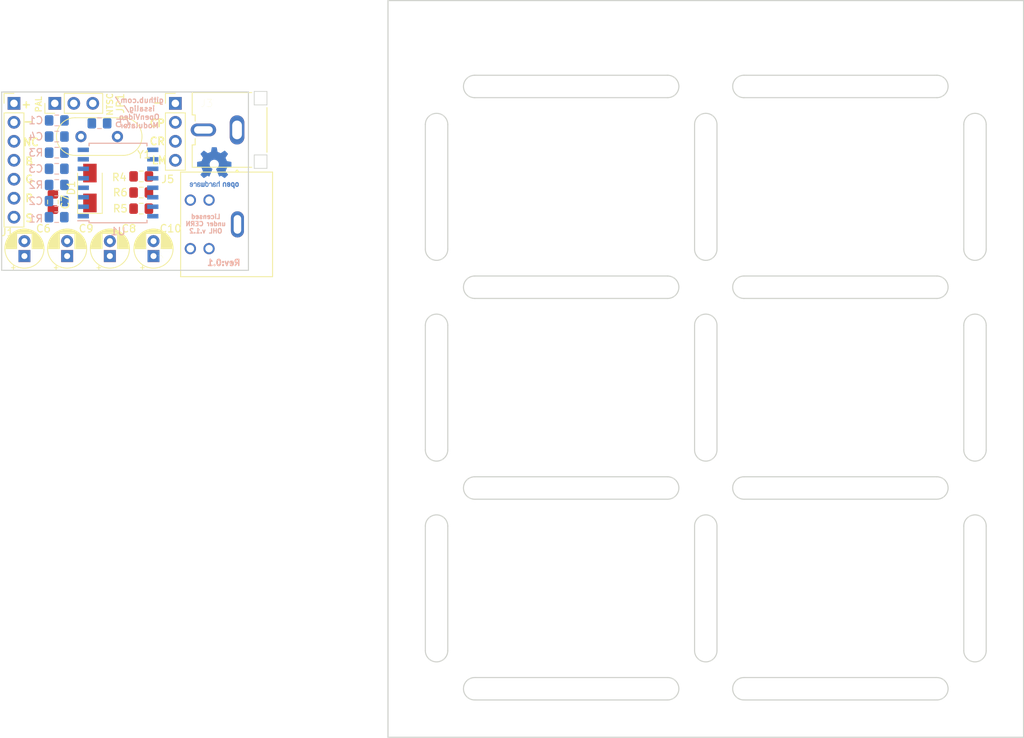
<source format=kicad_pcb>
(kicad_pcb (version 20171130) (host pcbnew 5.1.5+dfsg1-2build2)

  (general
    (thickness 1.6)
    (drawings 118)
    (tracks 0)
    (zones 0)
    (modules 63)
    (nets 22)
  )

  (page A4)
  (title_block
    (title OpenVideoModulator)
    (date 2019-03-21)
    (rev 1)
    (company SukkoPera)
    (comment 1 "Thanks to CPCWiki")
    (comment 2 http://www.cpcwiki.eu/index.php/RGB_SVideo)
    (comment 3 "Licensed under CERN OHL v.1.2")
  )

  (layers
    (0 F.Cu signal)
    (31 B.Cu signal)
    (32 B.Adhes user)
    (33 F.Adhes user)
    (34 B.Paste user)
    (35 F.Paste user)
    (36 B.SilkS user)
    (37 F.SilkS user)
    (38 B.Mask user)
    (39 F.Mask user)
    (40 Dwgs.User user)
    (41 Cmts.User user)
    (42 Eco1.User user)
    (43 Eco2.User user)
    (44 Edge.Cuts user)
    (45 Margin user)
    (46 B.CrtYd user)
    (47 F.CrtYd user)
    (48 B.Fab user hide)
    (49 F.Fab user hide)
  )

  (setup
    (last_trace_width 0.25)
    (trace_clearance 0.2)
    (zone_clearance 0.1)
    (zone_45_only yes)
    (trace_min 0.2)
    (via_size 0.6)
    (via_drill 0.4)
    (via_min_size 0.4)
    (via_min_drill 0.3)
    (uvia_size 0.3)
    (uvia_drill 0.1)
    (uvias_allowed no)
    (uvia_min_size 0.2)
    (uvia_min_drill 0.1)
    (edge_width 0.15)
    (segment_width 0.2)
    (pcb_text_width 0.3)
    (pcb_text_size 1.5 1.5)
    (mod_edge_width 0.15)
    (mod_text_size 1 1)
    (mod_text_width 0.15)
    (pad_size 1.524 1.524)
    (pad_drill 0.762)
    (pad_to_mask_clearance 0)
    (solder_mask_min_width 0.2)
    (aux_axis_origin 0 0)
    (visible_elements FFFFF77F)
    (pcbplotparams
      (layerselection 0x010f0_ffffffff)
      (usegerberextensions false)
      (usegerberattributes false)
      (usegerberadvancedattributes false)
      (creategerberjobfile false)
      (excludeedgelayer true)
      (linewidth 0.100000)
      (plotframeref false)
      (viasonmask true)
      (mode 1)
      (useauxorigin false)
      (hpglpennumber 1)
      (hpglpenspeed 20)
      (hpglpendiameter 15.000000)
      (psnegative false)
      (psa4output false)
      (plotreference true)
      (plotvalue true)
      (plotinvisibletext false)
      (padsonsilk false)
      (subtractmaskfromsilk false)
      (outputformat 1)
      (mirror false)
      (drillshape 0)
      (scaleselection 1)
      (outputdirectory "gerbers"))
  )

  (net 0 "")
  (net 1 "Net-(C1-Pad1)")
  (net 2 GND)
  (net 3 "Net-(C2-Pad1)")
  (net 4 /red_in)
  (net 5 "Net-(C3-Pad1)")
  (net 6 /green_in)
  (net 7 /blue_in)
  (net 8 "Net-(C4-Pad1)")
  (net 9 VAA)
  (net 10 "Net-(C8-Pad1)")
  (net 11 "Net-(C8-Pad2)")
  (net 12 "Net-(C9-Pad2)")
  (net 13 "Net-(C9-Pad1)")
  (net 14 "Net-(C10-Pad1)")
  (net 15 "Net-(C10-Pad2)")
  (net 16 /sync_in)
  (net 17 "Net-(JP1-Pad2)")
  (net 18 COMP)
  (net 19 CRMA)
  (net 20 LUMA)
  (net 21 "Net-(J1-Pad3)")

  (net_class Default "This is the default net class."
    (clearance 0.2)
    (trace_width 0.25)
    (via_dia 0.6)
    (via_drill 0.4)
    (uvia_dia 0.3)
    (uvia_drill 0.1)
    (add_net /blue_in)
    (add_net /green_in)
    (add_net /red_in)
    (add_net /sync_in)
    (add_net COMP)
    (add_net CRMA)
    (add_net LUMA)
    (add_net "Net-(C1-Pad1)")
    (add_net "Net-(C10-Pad1)")
    (add_net "Net-(C10-Pad2)")
    (add_net "Net-(C2-Pad1)")
    (add_net "Net-(C3-Pad1)")
    (add_net "Net-(C4-Pad1)")
    (add_net "Net-(C8-Pad1)")
    (add_net "Net-(C8-Pad2)")
    (add_net "Net-(C9-Pad1)")
    (add_net "Net-(C9-Pad2)")
    (add_net "Net-(J1-Pad3)")
    (add_net "Net-(JP1-Pad2)")
  )

  (net_class Power ""
    (clearance 0.2)
    (trace_width 0.5)
    (via_dia 0.8)
    (via_drill 0.6)
    (uvia_dia 0.3)
    (uvia_drill 0.1)
    (add_net GND)
    (add_net VAA)
  )

  (module Panelization:0.5mm-NPTH-Drill (layer F.Cu) (tedit 0) (tstamp 0)
    (at -7.25 -0.2)
    (fp_text reference "" (at 0 0) (layer F.SilkS)
      (effects (font (size 1.27 1.27) (thickness 0.15)))
    )
    (fp_text value "" (at 0 0) (layer F.SilkS)
      (effects (font (size 1.27 1.27) (thickness 0.15)))
    )
    (pad "" np_thru_hole circle (at 0 0) (size 0.5 0.5) (drill 0.5) (layers *.Cu *.Mask))
  )

  (module Panelization:0.5mm-NPTH-Drill (layer F.Cu) (tedit 0) (tstamp 0)
    (at 72.54 -0.2)
    (fp_text reference "" (at 0 0) (layer F.SilkS)
      (effects (font (size 1.27 1.27) (thickness 0.15)))
    )
    (fp_text value "" (at 0 0) (layer F.SilkS)
      (effects (font (size 1.27 1.27) (thickness 0.15)))
    )
    (pad "" np_thru_hole circle (at 0 0) (size 0.5 0.5) (drill 0.5) (layers *.Cu *.Mask))
  )

  (module Panelization:0.5mm-NPTH-Drill (layer F.Cu) (tedit 0) (tstamp 0)
    (at -7.25 77.84)
    (fp_text reference "" (at 0 0) (layer F.SilkS)
      (effects (font (size 1.27 1.27) (thickness 0.15)))
    )
    (fp_text value "" (at 0 0) (layer F.SilkS)
      (effects (font (size 1.27 1.27) (thickness 0.15)))
    )
    (pad "" np_thru_hole circle (at 0 0) (size 0.5 0.5) (drill 0.5) (layers *.Cu *.Mask))
  )

  (module Panelization:0.5mm-NPTH-Drill (layer F.Cu) (tedit 0) (tstamp 0)
    (at 72.54 77.84)
    (fp_text reference "" (at 0 0) (layer F.SilkS)
      (effects (font (size 1.27 1.27) (thickness 0.15)))
    )
    (fp_text value "" (at 0 0) (layer F.SilkS)
      (effects (font (size 1.27 1.27) (thickness 0.15)))
    )
    (pad "" np_thru_hole circle (at 0 0) (size 0.5 0.5) (drill 0.5) (layers *.Cu *.Mask))
  )

  (module Panelization:0.5mm-NPTH-Drill (layer F.Cu) (tedit 0) (tstamp 0)
    (at -6.5 -0.2)
    (fp_text reference "" (at 0 0) (layer F.SilkS)
      (effects (font (size 1.27 1.27) (thickness 0.15)))
    )
    (fp_text value "" (at 0 0) (layer F.SilkS)
      (effects (font (size 1.27 1.27) (thickness 0.15)))
    )
    (pad "" np_thru_hole circle (at 0 0) (size 0.5 0.5) (drill 0.5) (layers *.Cu *.Mask))
  )

  (module Panelization:0.5mm-NPTH-Drill (layer F.Cu) (tedit 0) (tstamp 0)
    (at 73.29 -0.2)
    (fp_text reference "" (at 0 0) (layer F.SilkS)
      (effects (font (size 1.27 1.27) (thickness 0.15)))
    )
    (fp_text value "" (at 0 0) (layer F.SilkS)
      (effects (font (size 1.27 1.27) (thickness 0.15)))
    )
    (pad "" np_thru_hole circle (at 0 0) (size 0.5 0.5) (drill 0.5) (layers *.Cu *.Mask))
  )

  (module Panelization:0.5mm-NPTH-Drill (layer F.Cu) (tedit 0) (tstamp 0)
    (at -6.5 77.84)
    (fp_text reference "" (at 0 0) (layer F.SilkS)
      (effects (font (size 1.27 1.27) (thickness 0.15)))
    )
    (fp_text value "" (at 0 0) (layer F.SilkS)
      (effects (font (size 1.27 1.27) (thickness 0.15)))
    )
    (pad "" np_thru_hole circle (at 0 0) (size 0.5 0.5) (drill 0.5) (layers *.Cu *.Mask))
  )

  (module Panelization:0.5mm-NPTH-Drill (layer F.Cu) (tedit 0) (tstamp 0)
    (at 73.29 77.84)
    (fp_text reference "" (at 0 0) (layer F.SilkS)
      (effects (font (size 1.27 1.27) (thickness 0.15)))
    )
    (fp_text value "" (at 0 0) (layer F.SilkS)
      (effects (font (size 1.27 1.27) (thickness 0.15)))
    )
    (pad "" np_thru_hole circle (at 0 0) (size 0.5 0.5) (drill 0.5) (layers *.Cu *.Mask))
  )

  (module Panelization:0.5mm-NPTH-Drill (layer F.Cu) (tedit 0) (tstamp 0)
    (at -5.75 -0.2)
    (fp_text reference "" (at 0 0) (layer F.SilkS)
      (effects (font (size 1.27 1.27) (thickness 0.15)))
    )
    (fp_text value "" (at 0 0) (layer F.SilkS)
      (effects (font (size 1.27 1.27) (thickness 0.15)))
    )
    (pad "" np_thru_hole circle (at 0 0) (size 0.5 0.5) (drill 0.5) (layers *.Cu *.Mask))
  )

  (module Panelization:0.5mm-NPTH-Drill (layer F.Cu) (tedit 0) (tstamp 0)
    (at 74.04 -0.2)
    (fp_text reference "" (at 0 0) (layer F.SilkS)
      (effects (font (size 1.27 1.27) (thickness 0.15)))
    )
    (fp_text value "" (at 0 0) (layer F.SilkS)
      (effects (font (size 1.27 1.27) (thickness 0.15)))
    )
    (pad "" np_thru_hole circle (at 0 0) (size 0.5 0.5) (drill 0.5) (layers *.Cu *.Mask))
  )

  (module Panelization:0.5mm-NPTH-Drill (layer F.Cu) (tedit 0) (tstamp 0)
    (at -5.75 77.84)
    (fp_text reference "" (at 0 0) (layer F.SilkS)
      (effects (font (size 1.27 1.27) (thickness 0.15)))
    )
    (fp_text value "" (at 0 0) (layer F.SilkS)
      (effects (font (size 1.27 1.27) (thickness 0.15)))
    )
    (pad "" np_thru_hole circle (at 0 0) (size 0.5 0.5) (drill 0.5) (layers *.Cu *.Mask))
  )

  (module Panelization:0.5mm-NPTH-Drill (layer F.Cu) (tedit 0) (tstamp 0)
    (at 74.04 77.84)
    (fp_text reference "" (at 0 0) (layer F.SilkS)
      (effects (font (size 1.27 1.27) (thickness 0.15)))
    )
    (fp_text value "" (at 0 0) (layer F.SilkS)
      (effects (font (size 1.27 1.27) (thickness 0.15)))
    )
    (pad "" np_thru_hole circle (at 0 0) (size 0.5 0.5) (drill 0.5) (layers *.Cu *.Mask))
  )

  (module Panelization:0.5mm-NPTH-Drill (layer F.Cu) (tedit 0) (tstamp 0)
    (at -5 -0.2)
    (fp_text reference "" (at 0 0) (layer F.SilkS)
      (effects (font (size 1.27 1.27) (thickness 0.15)))
    )
    (fp_text value "" (at 0 0) (layer F.SilkS)
      (effects (font (size 1.27 1.27) (thickness 0.15)))
    )
    (pad "" np_thru_hole circle (at 0 0) (size 0.5 0.5) (drill 0.5) (layers *.Cu *.Mask))
  )

  (module Panelization:0.5mm-NPTH-Drill (layer F.Cu) (tedit 0) (tstamp 0)
    (at 74.79 -0.2)
    (fp_text reference "" (at 0 0) (layer F.SilkS)
      (effects (font (size 1.27 1.27) (thickness 0.15)))
    )
    (fp_text value "" (at 0 0) (layer F.SilkS)
      (effects (font (size 1.27 1.27) (thickness 0.15)))
    )
    (pad "" np_thru_hole circle (at 0 0) (size 0.5 0.5) (drill 0.5) (layers *.Cu *.Mask))
  )

  (module Panelization:0.5mm-NPTH-Drill (layer F.Cu) (tedit 0) (tstamp 0)
    (at -5 77.84)
    (fp_text reference "" (at 0 0) (layer F.SilkS)
      (effects (font (size 1.27 1.27) (thickness 0.15)))
    )
    (fp_text value "" (at 0 0) (layer F.SilkS)
      (effects (font (size 1.27 1.27) (thickness 0.15)))
    )
    (pad "" np_thru_hole circle (at 0 0) (size 0.5 0.5) (drill 0.5) (layers *.Cu *.Mask))
  )

  (module Panelization:0.5mm-NPTH-Drill (layer F.Cu) (tedit 0) (tstamp 0)
    (at 74.79 77.84)
    (fp_text reference "" (at 0 0) (layer F.SilkS)
      (effects (font (size 1.27 1.27) (thickness 0.15)))
    )
    (fp_text value "" (at 0 0) (layer F.SilkS)
      (effects (font (size 1.27 1.27) (thickness 0.15)))
    )
    (pad "" np_thru_hole circle (at 0 0) (size 0.5 0.5) (drill 0.5) (layers *.Cu *.Mask))
  )

  (module Panelization:0.5mm-NPTH-Drill (layer F.Cu) (tedit 0) (tstamp 0)
    (at -4.25 -0.2)
    (fp_text reference "" (at 0 0) (layer F.SilkS)
      (effects (font (size 1.27 1.27) (thickness 0.15)))
    )
    (fp_text value "" (at 0 0) (layer F.SilkS)
      (effects (font (size 1.27 1.27) (thickness 0.15)))
    )
    (pad "" np_thru_hole circle (at 0 0) (size 0.5 0.5) (drill 0.5) (layers *.Cu *.Mask))
  )

  (module Panelization:0.5mm-NPTH-Drill (layer F.Cu) (tedit 0) (tstamp 0)
    (at 75.54 -0.2)
    (fp_text reference "" (at 0 0) (layer F.SilkS)
      (effects (font (size 1.27 1.27) (thickness 0.15)))
    )
    (fp_text value "" (at 0 0) (layer F.SilkS)
      (effects (font (size 1.27 1.27) (thickness 0.15)))
    )
    (pad "" np_thru_hole circle (at 0 0) (size 0.5 0.5) (drill 0.5) (layers *.Cu *.Mask))
  )

  (module Panelization:0.5mm-NPTH-Drill (layer F.Cu) (tedit 0) (tstamp 0)
    (at -4.25 77.84)
    (fp_text reference "" (at 0 0) (layer F.SilkS)
      (effects (font (size 1.27 1.27) (thickness 0.15)))
    )
    (fp_text value "" (at 0 0) (layer F.SilkS)
      (effects (font (size 1.27 1.27) (thickness 0.15)))
    )
    (pad "" np_thru_hole circle (at 0 0) (size 0.5 0.5) (drill 0.5) (layers *.Cu *.Mask))
  )

  (module Panelization:0.5mm-NPTH-Drill (layer F.Cu) (tedit 0) (tstamp 0)
    (at 75.54 77.84)
    (fp_text reference "" (at 0 0) (layer F.SilkS)
      (effects (font (size 1.27 1.27) (thickness 0.15)))
    )
    (fp_text value "" (at 0 0) (layer F.SilkS)
      (effects (font (size 1.27 1.27) (thickness 0.15)))
    )
    (pad "" np_thru_hole circle (at 0 0) (size 0.5 0.5) (drill 0.5) (layers *.Cu *.Mask))
  )

  (module Panelization:0.5mm-NPTH-Drill (layer F.Cu) (tedit 0) (tstamp 0)
    (at -3.5 -0.2)
    (fp_text reference "" (at 0 0) (layer F.SilkS)
      (effects (font (size 1.27 1.27) (thickness 0.15)))
    )
    (fp_text value "" (at 0 0) (layer F.SilkS)
      (effects (font (size 1.27 1.27) (thickness 0.15)))
    )
    (pad "" np_thru_hole circle (at 0 0) (size 0.5 0.5) (drill 0.5) (layers *.Cu *.Mask))
  )

  (module Panelization:0.5mm-NPTH-Drill (layer F.Cu) (tedit 0) (tstamp 0)
    (at 76.29 -0.2)
    (fp_text reference "" (at 0 0) (layer F.SilkS)
      (effects (font (size 1.27 1.27) (thickness 0.15)))
    )
    (fp_text value "" (at 0 0) (layer F.SilkS)
      (effects (font (size 1.27 1.27) (thickness 0.15)))
    )
    (pad "" np_thru_hole circle (at 0 0) (size 0.5 0.5) (drill 0.5) (layers *.Cu *.Mask))
  )

  (module Panelization:0.5mm-NPTH-Drill (layer F.Cu) (tedit 0) (tstamp 0)
    (at -3.5 77.84)
    (fp_text reference "" (at 0 0) (layer F.SilkS)
      (effects (font (size 1.27 1.27) (thickness 0.15)))
    )
    (fp_text value "" (at 0 0) (layer F.SilkS)
      (effects (font (size 1.27 1.27) (thickness 0.15)))
    )
    (pad "" np_thru_hole circle (at 0 0) (size 0.5 0.5) (drill 0.5) (layers *.Cu *.Mask))
  )

  (module Panelization:0.5mm-NPTH-Drill (layer F.Cu) (tedit 0) (tstamp 0)
    (at 76.29 77.84)
    (fp_text reference "" (at 0 0) (layer F.SilkS)
      (effects (font (size 1.27 1.27) (thickness 0.15)))
    )
    (fp_text value "" (at 0 0) (layer F.SilkS)
      (effects (font (size 1.27 1.27) (thickness 0.15)))
    )
    (pad "" np_thru_hole circle (at 0 0) (size 0.5 0.5) (drill 0.5) (layers *.Cu *.Mask))
  )

  (module Panelization:4MM_Stencil_Hole (layer F.Cu) (tedit 0) (tstamp 0)
    (at 2 -8)
    (fp_text reference "" (at 0 0) (layer F.SilkS)
      (effects (font (size 1.27 1.27) (thickness 0.15)))
    )
    (fp_text value 4MM_Stencil_Hole (at 0 -3) (layer F.Fab)
      (effects (font (size 1 1) (thickness 0.15)))
    )
    (pad "" np_thru_hole circle (at 0 0) (size 4 4) (drill 4) (layers *.Cu *.Paste *.Mask))
  )

  (module Panelization:4MM_Stencil_Hole (layer F.Cu) (tedit 0) (tstamp 0)
    (at 67.04 -8)
    (fp_text reference "" (at 0 0) (layer F.SilkS)
      (effects (font (size 1.27 1.27) (thickness 0.15)))
    )
    (fp_text value 4MM_Stencil_Hole (at 0 -3) (layer F.Fab)
      (effects (font (size 1 1) (thickness 0.15)))
    )
    (pad "" np_thru_hole circle (at 0 0) (size 4 4) (drill 4) (layers *.Cu *.Paste *.Mask))
  )

  (module Panelization:mouse-bite-3mm-slot-corner (layer F.Cu) (tedit 0) (tstamp 0)
    (at -1.5 79.14)
    (fp_text reference "" (at 0 0) (layer F.SilkS)
      (effects (font (size 1.27 1.27) (thickness 0.15)))
    )
    (fp_text value "" (at 0 0) (layer F.SilkS)
      (effects (font (size 1.27 1.27) (thickness 0.15)))
    )
    (pad "" np_thru_hole circle (at 1.3 0.2) (size 0.5 0.5) (drill 0.5) (layers *.Cu *.Mask))
    (pad "" np_thru_hole circle (at 1.3 -0.55) (size 0.5 0.5) (drill 0.5) (layers *.Cu *.Mask))
    (pad "" np_thru_hole circle (at 1.3 0.95) (size 0.5 0.5) (drill 0.5) (layers *.Cu *.Mask))
    (pad "" np_thru_hole circle (at -0.2 -1.3) (size 0.5 0.5) (drill 0.5) (layers *.Cu *.Mask))
    (pad "" np_thru_hole circle (at -0.95 -1.3) (size 0.5 0.5) (drill 0.5) (layers *.Cu *.Mask))
    (pad "" np_thru_hole circle (at 0.55 -1.3) (size 0.5 0.5) (drill 0.5) (layers *.Cu *.Mask))
    (pad "" np_thru_hole circle (at 1.3 -2.65) (size 0.5 0.5) (drill 0.5) (layers *.Cu *.Mask))
    (pad "" np_thru_hole circle (at 1.3 -1.9) (size 0.5 0.5) (drill 0.5) (layers *.Cu *.Mask))
    (pad "" np_thru_hole circle (at 1.3 -3.4) (size 0.5 0.5) (drill 0.5) (layers *.Cu *.Mask))
    (pad "" np_thru_hole circle (at 1.9 -1.3) (size 0.5 0.5) (drill 0.5) (layers *.Cu *.Mask))
    (pad "" np_thru_hole circle (at 3.4 -1.3) (size 0.5 0.5) (drill 0.5) (layers *.Cu *.Mask))
    (pad "" np_thru_hole circle (at 2.65 -1.3) (size 0.5 0.5) (drill 0.5) (layers *.Cu *.Mask))
  )

  (module Panelization:mouse-bite-3mm-slot-corner (layer F.Cu) (tedit 0) (tstamp 0)
    (at 70.54 79.14 90)
    (fp_text reference "" (at 0 0 90) (layer F.SilkS)
      (effects (font (size 1.27 1.27) (thickness 0.15)))
    )
    (fp_text value "" (at 0 0 90) (layer F.SilkS)
      (effects (font (size 1.27 1.27) (thickness 0.15)))
    )
    (pad "" np_thru_hole circle (at 1.3 0.2) (size 0.5 0.5) (drill 0.5) (layers *.Cu *.Mask))
    (pad "" np_thru_hole circle (at 1.3 -0.55) (size 0.5 0.5) (drill 0.5) (layers *.Cu *.Mask))
    (pad "" np_thru_hole circle (at 1.3 0.95) (size 0.5 0.5) (drill 0.5) (layers *.Cu *.Mask))
    (pad "" np_thru_hole circle (at -0.2 -1.3) (size 0.5 0.5) (drill 0.5) (layers *.Cu *.Mask))
    (pad "" np_thru_hole circle (at -0.95 -1.3) (size 0.5 0.5) (drill 0.5) (layers *.Cu *.Mask))
    (pad "" np_thru_hole circle (at 0.55 -1.3) (size 0.5 0.5) (drill 0.5) (layers *.Cu *.Mask))
    (pad "" np_thru_hole circle (at 1.3 -2.65) (size 0.5 0.5) (drill 0.5) (layers *.Cu *.Mask))
    (pad "" np_thru_hole circle (at 1.3 -1.9) (size 0.5 0.5) (drill 0.5) (layers *.Cu *.Mask))
    (pad "" np_thru_hole circle (at 1.3 -3.4) (size 0.5 0.5) (drill 0.5) (layers *.Cu *.Mask))
    (pad "" np_thru_hole circle (at 1.9 -1.3) (size 0.5 0.5) (drill 0.5) (layers *.Cu *.Mask))
    (pad "" np_thru_hole circle (at 3.4 -1.3) (size 0.5 0.5) (drill 0.5) (layers *.Cu *.Mask))
    (pad "" np_thru_hole circle (at 2.65 -1.3) (size 0.5 0.5) (drill 0.5) (layers *.Cu *.Mask))
  )

  (module Panelization:mouse-bite-3mm-slot-corner (layer F.Cu) (tedit 0) (tstamp 0)
    (at 70.54 -1.5 180)
    (fp_text reference "" (at 0 0 180) (layer F.SilkS)
      (effects (font (size 1.27 1.27) (thickness 0.15)))
    )
    (fp_text value "" (at 0 0 180) (layer F.SilkS)
      (effects (font (size 1.27 1.27) (thickness 0.15)))
    )
    (pad "" np_thru_hole circle (at 1.3 0.2) (size 0.5 0.5) (drill 0.5) (layers *.Cu *.Mask))
    (pad "" np_thru_hole circle (at 1.3 -0.55) (size 0.5 0.5) (drill 0.5) (layers *.Cu *.Mask))
    (pad "" np_thru_hole circle (at 1.3 0.95) (size 0.5 0.5) (drill 0.5) (layers *.Cu *.Mask))
    (pad "" np_thru_hole circle (at -0.2 -1.3) (size 0.5 0.5) (drill 0.5) (layers *.Cu *.Mask))
    (pad "" np_thru_hole circle (at -0.95 -1.3) (size 0.5 0.5) (drill 0.5) (layers *.Cu *.Mask))
    (pad "" np_thru_hole circle (at 0.55 -1.3) (size 0.5 0.5) (drill 0.5) (layers *.Cu *.Mask))
    (pad "" np_thru_hole circle (at 1.3 -2.65) (size 0.5 0.5) (drill 0.5) (layers *.Cu *.Mask))
    (pad "" np_thru_hole circle (at 1.3 -1.9) (size 0.5 0.5) (drill 0.5) (layers *.Cu *.Mask))
    (pad "" np_thru_hole circle (at 1.3 -3.4) (size 0.5 0.5) (drill 0.5) (layers *.Cu *.Mask))
    (pad "" np_thru_hole circle (at 1.9 -1.3) (size 0.5 0.5) (drill 0.5) (layers *.Cu *.Mask))
    (pad "" np_thru_hole circle (at 3.4 -1.3) (size 0.5 0.5) (drill 0.5) (layers *.Cu *.Mask))
    (pad "" np_thru_hole circle (at 2.65 -1.3) (size 0.5 0.5) (drill 0.5) (layers *.Cu *.Mask))
  )

  (module Panelization:mouse-bite-3mm-slot-corner (layer F.Cu) (tedit 0) (tstamp 0)
    (at -1.5 -1.5 270)
    (fp_text reference "" (at 0 0 270) (layer F.SilkS)
      (effects (font (size 1.27 1.27) (thickness 0.15)))
    )
    (fp_text value "" (at 0 0 270) (layer F.SilkS)
      (effects (font (size 1.27 1.27) (thickness 0.15)))
    )
    (pad "" np_thru_hole circle (at 1.3 0.2) (size 0.5 0.5) (drill 0.5) (layers *.Cu *.Mask))
    (pad "" np_thru_hole circle (at 1.3 -0.55) (size 0.5 0.5) (drill 0.5) (layers *.Cu *.Mask))
    (pad "" np_thru_hole circle (at 1.3 0.95) (size 0.5 0.5) (drill 0.5) (layers *.Cu *.Mask))
    (pad "" np_thru_hole circle (at -0.2 -1.3) (size 0.5 0.5) (drill 0.5) (layers *.Cu *.Mask))
    (pad "" np_thru_hole circle (at -0.95 -1.3) (size 0.5 0.5) (drill 0.5) (layers *.Cu *.Mask))
    (pad "" np_thru_hole circle (at 0.55 -1.3) (size 0.5 0.5) (drill 0.5) (layers *.Cu *.Mask))
    (pad "" np_thru_hole circle (at 1.3 -2.65) (size 0.5 0.5) (drill 0.5) (layers *.Cu *.Mask))
    (pad "" np_thru_hole circle (at 1.3 -1.9) (size 0.5 0.5) (drill 0.5) (layers *.Cu *.Mask))
    (pad "" np_thru_hole circle (at 1.3 -3.4) (size 0.5 0.5) (drill 0.5) (layers *.Cu *.Mask))
    (pad "" np_thru_hole circle (at 1.9 -1.3) (size 0.5 0.5) (drill 0.5) (layers *.Cu *.Mask))
    (pad "" np_thru_hole circle (at 3.4 -1.3) (size 0.5 0.5) (drill 0.5) (layers *.Cu *.Mask))
    (pad "" np_thru_hole circle (at 2.65 -1.3) (size 0.5 0.5) (drill 0.5) (layers *.Cu *.Mask))
  )

  (module Panelization:mouse-bite-3mm-slot-3way (layer F.Cu) (tedit 0) (tstamp 0)
    (at 34.52 -1.5 270)
    (fp_text reference "" (at 0 0 270) (layer F.SilkS)
      (effects (font (size 1.27 1.27) (thickness 0.15)))
    )
    (fp_text value "" (at 0 0 270) (layer F.SilkS)
      (effects (font (size 1.27 1.27) (thickness 0.15)))
    )
    (pad "" np_thru_hole circle (at 1.3 0) (size 0.5 0.5) (drill 0.5) (layers *.Cu *.Mask))
    (pad "" np_thru_hole circle (at 1.3 2.65) (size 0.5 0.5) (drill 0.5) (layers *.Cu *.Mask))
    (pad "" np_thru_hole circle (at 1.3 3.4) (size 0.5 0.5) (drill 0.5) (layers *.Cu *.Mask))
    (pad "" np_thru_hole circle (at 1.3 1.9) (size 0.5 0.5) (drill 0.5) (layers *.Cu *.Mask))
    (pad "" np_thru_hole circle (at 1.3 -2.65) (size 0.5 0.5) (drill 0.5) (layers *.Cu *.Mask))
    (pad "" np_thru_hole circle (at 1.3 -1.9) (size 0.5 0.5) (drill 0.5) (layers *.Cu *.Mask))
    (pad "" np_thru_hole circle (at 1.3 -3.4) (size 0.5 0.5) (drill 0.5) (layers *.Cu *.Mask))
    (pad "" np_thru_hole circle (at 3.4 1.3) (size 0.5 0.5) (drill 0.5) (layers *.Cu *.Mask))
    (pad "" np_thru_hole circle (at 1.9 1.3) (size 0.5 0.5) (drill 0.5) (layers *.Cu *.Mask))
    (pad "" np_thru_hole circle (at 1.9 -1.3) (size 0.5 0.5) (drill 0.5) (layers *.Cu *.Mask))
    (pad "" np_thru_hole circle (at 3.4 -1.3) (size 0.5 0.5) (drill 0.5) (layers *.Cu *.Mask))
    (pad "" np_thru_hole circle (at 2.65 1.3) (size 0.5 0.5) (drill 0.5) (layers *.Cu *.Mask))
    (pad "" np_thru_hole circle (at 2.65 -1.3) (size 0.5 0.5) (drill 0.5) (layers *.Cu *.Mask))
  )

  (module Panelization:mouse-bite-3mm-slot-3way (layer F.Cu) (tedit 0) (tstamp 0)
    (at 34.52 79.14 90)
    (fp_text reference "" (at 0 0 90) (layer F.SilkS)
      (effects (font (size 1.27 1.27) (thickness 0.15)))
    )
    (fp_text value "" (at 0 0 90) (layer F.SilkS)
      (effects (font (size 1.27 1.27) (thickness 0.15)))
    )
    (pad "" np_thru_hole circle (at 1.3 0) (size 0.5 0.5) (drill 0.5) (layers *.Cu *.Mask))
    (pad "" np_thru_hole circle (at 1.3 2.65) (size 0.5 0.5) (drill 0.5) (layers *.Cu *.Mask))
    (pad "" np_thru_hole circle (at 1.3 3.4) (size 0.5 0.5) (drill 0.5) (layers *.Cu *.Mask))
    (pad "" np_thru_hole circle (at 1.3 1.9) (size 0.5 0.5) (drill 0.5) (layers *.Cu *.Mask))
    (pad "" np_thru_hole circle (at 1.3 -2.65) (size 0.5 0.5) (drill 0.5) (layers *.Cu *.Mask))
    (pad "" np_thru_hole circle (at 1.3 -1.9) (size 0.5 0.5) (drill 0.5) (layers *.Cu *.Mask))
    (pad "" np_thru_hole circle (at 1.3 -3.4) (size 0.5 0.5) (drill 0.5) (layers *.Cu *.Mask))
    (pad "" np_thru_hole circle (at 3.4 1.3) (size 0.5 0.5) (drill 0.5) (layers *.Cu *.Mask))
    (pad "" np_thru_hole circle (at 1.9 1.3) (size 0.5 0.5) (drill 0.5) (layers *.Cu *.Mask))
    (pad "" np_thru_hole circle (at 1.9 -1.3) (size 0.5 0.5) (drill 0.5) (layers *.Cu *.Mask))
    (pad "" np_thru_hole circle (at 3.4 -1.3) (size 0.5 0.5) (drill 0.5) (layers *.Cu *.Mask))
    (pad "" np_thru_hole circle (at 2.65 1.3) (size 0.5 0.5) (drill 0.5) (layers *.Cu *.Mask))
    (pad "" np_thru_hole circle (at 2.65 -1.3) (size 0.5 0.5) (drill 0.5) (layers *.Cu *.Mask))
  )

  (module Panelization:mouse-bite-3mm-slot-3way (layer F.Cu) (tedit 0) (tstamp 0)
    (at -1.5 25.38)
    (fp_text reference "" (at 0 0) (layer F.SilkS)
      (effects (font (size 1.27 1.27) (thickness 0.15)))
    )
    (fp_text value "" (at 0 0) (layer F.SilkS)
      (effects (font (size 1.27 1.27) (thickness 0.15)))
    )
    (pad "" np_thru_hole circle (at 1.3 0) (size 0.5 0.5) (drill 0.5) (layers *.Cu *.Mask))
    (pad "" np_thru_hole circle (at 1.3 2.65) (size 0.5 0.5) (drill 0.5) (layers *.Cu *.Mask))
    (pad "" np_thru_hole circle (at 1.3 3.4) (size 0.5 0.5) (drill 0.5) (layers *.Cu *.Mask))
    (pad "" np_thru_hole circle (at 1.3 1.9) (size 0.5 0.5) (drill 0.5) (layers *.Cu *.Mask))
    (pad "" np_thru_hole circle (at 1.3 -2.65) (size 0.5 0.5) (drill 0.5) (layers *.Cu *.Mask))
    (pad "" np_thru_hole circle (at 1.3 -1.9) (size 0.5 0.5) (drill 0.5) (layers *.Cu *.Mask))
    (pad "" np_thru_hole circle (at 1.3 -3.4) (size 0.5 0.5) (drill 0.5) (layers *.Cu *.Mask))
    (pad "" np_thru_hole circle (at 3.4 1.3) (size 0.5 0.5) (drill 0.5) (layers *.Cu *.Mask))
    (pad "" np_thru_hole circle (at 1.9 1.3) (size 0.5 0.5) (drill 0.5) (layers *.Cu *.Mask))
    (pad "" np_thru_hole circle (at 1.9 -1.3) (size 0.5 0.5) (drill 0.5) (layers *.Cu *.Mask))
    (pad "" np_thru_hole circle (at 3.4 -1.3) (size 0.5 0.5) (drill 0.5) (layers *.Cu *.Mask))
    (pad "" np_thru_hole circle (at 2.65 1.3) (size 0.5 0.5) (drill 0.5) (layers *.Cu *.Mask))
    (pad "" np_thru_hole circle (at 2.65 -1.3) (size 0.5 0.5) (drill 0.5) (layers *.Cu *.Mask))
  )

  (module Panelization:mouse-bite-3mm-slot-3way (layer F.Cu) (tedit 0) (tstamp 0)
    (at 70.54 25.38 180)
    (fp_text reference "" (at 0 0 180) (layer F.SilkS)
      (effects (font (size 1.27 1.27) (thickness 0.15)))
    )
    (fp_text value "" (at 0 0 180) (layer F.SilkS)
      (effects (font (size 1.27 1.27) (thickness 0.15)))
    )
    (pad "" np_thru_hole circle (at 1.3 0) (size 0.5 0.5) (drill 0.5) (layers *.Cu *.Mask))
    (pad "" np_thru_hole circle (at 1.3 2.65) (size 0.5 0.5) (drill 0.5) (layers *.Cu *.Mask))
    (pad "" np_thru_hole circle (at 1.3 3.4) (size 0.5 0.5) (drill 0.5) (layers *.Cu *.Mask))
    (pad "" np_thru_hole circle (at 1.3 1.9) (size 0.5 0.5) (drill 0.5) (layers *.Cu *.Mask))
    (pad "" np_thru_hole circle (at 1.3 -2.65) (size 0.5 0.5) (drill 0.5) (layers *.Cu *.Mask))
    (pad "" np_thru_hole circle (at 1.3 -1.9) (size 0.5 0.5) (drill 0.5) (layers *.Cu *.Mask))
    (pad "" np_thru_hole circle (at 1.3 -3.4) (size 0.5 0.5) (drill 0.5) (layers *.Cu *.Mask))
    (pad "" np_thru_hole circle (at 3.4 1.3) (size 0.5 0.5) (drill 0.5) (layers *.Cu *.Mask))
    (pad "" np_thru_hole circle (at 1.9 1.3) (size 0.5 0.5) (drill 0.5) (layers *.Cu *.Mask))
    (pad "" np_thru_hole circle (at 1.9 -1.3) (size 0.5 0.5) (drill 0.5) (layers *.Cu *.Mask))
    (pad "" np_thru_hole circle (at 3.4 -1.3) (size 0.5 0.5) (drill 0.5) (layers *.Cu *.Mask))
    (pad "" np_thru_hole circle (at 2.65 1.3) (size 0.5 0.5) (drill 0.5) (layers *.Cu *.Mask))
    (pad "" np_thru_hole circle (at 2.65 -1.3) (size 0.5 0.5) (drill 0.5) (layers *.Cu *.Mask))
  )

  (module Panelization:mouse-bite-3mm-slot-3way (layer F.Cu) (tedit 0) (tstamp 0)
    (at -1.5 52.26)
    (fp_text reference "" (at 0 0) (layer F.SilkS)
      (effects (font (size 1.27 1.27) (thickness 0.15)))
    )
    (fp_text value "" (at 0 0) (layer F.SilkS)
      (effects (font (size 1.27 1.27) (thickness 0.15)))
    )
    (pad "" np_thru_hole circle (at 1.3 0) (size 0.5 0.5) (drill 0.5) (layers *.Cu *.Mask))
    (pad "" np_thru_hole circle (at 1.3 2.65) (size 0.5 0.5) (drill 0.5) (layers *.Cu *.Mask))
    (pad "" np_thru_hole circle (at 1.3 3.4) (size 0.5 0.5) (drill 0.5) (layers *.Cu *.Mask))
    (pad "" np_thru_hole circle (at 1.3 1.9) (size 0.5 0.5) (drill 0.5) (layers *.Cu *.Mask))
    (pad "" np_thru_hole circle (at 1.3 -2.65) (size 0.5 0.5) (drill 0.5) (layers *.Cu *.Mask))
    (pad "" np_thru_hole circle (at 1.3 -1.9) (size 0.5 0.5) (drill 0.5) (layers *.Cu *.Mask))
    (pad "" np_thru_hole circle (at 1.3 -3.4) (size 0.5 0.5) (drill 0.5) (layers *.Cu *.Mask))
    (pad "" np_thru_hole circle (at 3.4 1.3) (size 0.5 0.5) (drill 0.5) (layers *.Cu *.Mask))
    (pad "" np_thru_hole circle (at 1.9 1.3) (size 0.5 0.5) (drill 0.5) (layers *.Cu *.Mask))
    (pad "" np_thru_hole circle (at 1.9 -1.3) (size 0.5 0.5) (drill 0.5) (layers *.Cu *.Mask))
    (pad "" np_thru_hole circle (at 3.4 -1.3) (size 0.5 0.5) (drill 0.5) (layers *.Cu *.Mask))
    (pad "" np_thru_hole circle (at 2.65 1.3) (size 0.5 0.5) (drill 0.5) (layers *.Cu *.Mask))
    (pad "" np_thru_hole circle (at 2.65 -1.3) (size 0.5 0.5) (drill 0.5) (layers *.Cu *.Mask))
  )

  (module Panelization:mouse-bite-3mm-slot-3way (layer F.Cu) (tedit 0) (tstamp 0)
    (at 70.54 52.26 180)
    (fp_text reference "" (at 0 0 180) (layer F.SilkS)
      (effects (font (size 1.27 1.27) (thickness 0.15)))
    )
    (fp_text value "" (at 0 0 180) (layer F.SilkS)
      (effects (font (size 1.27 1.27) (thickness 0.15)))
    )
    (pad "" np_thru_hole circle (at 1.3 0) (size 0.5 0.5) (drill 0.5) (layers *.Cu *.Mask))
    (pad "" np_thru_hole circle (at 1.3 2.65) (size 0.5 0.5) (drill 0.5) (layers *.Cu *.Mask))
    (pad "" np_thru_hole circle (at 1.3 3.4) (size 0.5 0.5) (drill 0.5) (layers *.Cu *.Mask))
    (pad "" np_thru_hole circle (at 1.3 1.9) (size 0.5 0.5) (drill 0.5) (layers *.Cu *.Mask))
    (pad "" np_thru_hole circle (at 1.3 -2.65) (size 0.5 0.5) (drill 0.5) (layers *.Cu *.Mask))
    (pad "" np_thru_hole circle (at 1.3 -1.9) (size 0.5 0.5) (drill 0.5) (layers *.Cu *.Mask))
    (pad "" np_thru_hole circle (at 1.3 -3.4) (size 0.5 0.5) (drill 0.5) (layers *.Cu *.Mask))
    (pad "" np_thru_hole circle (at 3.4 1.3) (size 0.5 0.5) (drill 0.5) (layers *.Cu *.Mask))
    (pad "" np_thru_hole circle (at 1.9 1.3) (size 0.5 0.5) (drill 0.5) (layers *.Cu *.Mask))
    (pad "" np_thru_hole circle (at 1.9 -1.3) (size 0.5 0.5) (drill 0.5) (layers *.Cu *.Mask))
    (pad "" np_thru_hole circle (at 3.4 -1.3) (size 0.5 0.5) (drill 0.5) (layers *.Cu *.Mask))
    (pad "" np_thru_hole circle (at 2.65 1.3) (size 0.5 0.5) (drill 0.5) (layers *.Cu *.Mask))
    (pad "" np_thru_hole circle (at 2.65 -1.3) (size 0.5 0.5) (drill 0.5) (layers *.Cu *.Mask))
  )

  (module Panelization:mouse-bite-3mm-slot-4way (layer F.Cu) (tedit 0) (tstamp 0)
    (at 34.52 25.38)
    (fp_text reference "" (at 0 0) (layer F.SilkS)
      (effects (font (size 1.27 1.27) (thickness 0.15)))
    )
    (fp_text value "" (at 0 0) (layer F.SilkS)
      (effects (font (size 1.27 1.27) (thickness 0.15)))
    )
    (pad "" np_thru_hole circle (at 1.3 0) (size 0.5 0.5) (drill 0.5) (layers *.Cu *.Mask))
    (pad "" np_thru_hole circle (at -1.3 0) (size 0.5 0.5) (drill 0.5) (layers *.Cu *.Mask))
    (pad "" np_thru_hole circle (at -2.65 1.3) (size 0.5 0.5) (drill 0.5) (layers *.Cu *.Mask))
    (pad "" np_thru_hole circle (at -2.65 -1.3) (size 0.5 0.5) (drill 0.5) (layers *.Cu *.Mask))
    (pad "" np_thru_hole circle (at -3.4 1.3) (size 0.5 0.5) (drill 0.5) (layers *.Cu *.Mask))
    (pad "" np_thru_hole circle (at -1.9 1.3) (size 0.5 0.5) (drill 0.5) (layers *.Cu *.Mask))
    (pad "" np_thru_hole circle (at -1.9 -1.3) (size 0.5 0.5) (drill 0.5) (layers *.Cu *.Mask))
    (pad "" np_thru_hole circle (at -3.4 -1.3) (size 0.5 0.5) (drill 0.5) (layers *.Cu *.Mask))
    (pad "" np_thru_hole circle (at 1.3 2.65) (size 0.5 0.5) (drill 0.5) (layers *.Cu *.Mask))
    (pad "" np_thru_hole circle (at -1.3 2.65) (size 0.5 0.5) (drill 0.5) (layers *.Cu *.Mask))
    (pad "" np_thru_hole circle (at 1.3 3.4) (size 0.5 0.5) (drill 0.5) (layers *.Cu *.Mask))
    (pad "" np_thru_hole circle (at 1.3 1.9) (size 0.5 0.5) (drill 0.5) (layers *.Cu *.Mask))
    (pad "" np_thru_hole circle (at -1.3 1.9) (size 0.5 0.5) (drill 0.5) (layers *.Cu *.Mask))
    (pad "" np_thru_hole circle (at -1.3 3.4) (size 0.5 0.5) (drill 0.5) (layers *.Cu *.Mask))
    (pad "" np_thru_hole circle (at -1.3 -2.65) (size 0.5 0.5) (drill 0.5) (layers *.Cu *.Mask))
    (pad "" np_thru_hole circle (at 1.3 -2.65) (size 0.5 0.5) (drill 0.5) (layers *.Cu *.Mask))
    (pad "" np_thru_hole circle (at -1.3 -3.4) (size 0.5 0.5) (drill 0.5) (layers *.Cu *.Mask))
    (pad "" np_thru_hole circle (at -1.3 -1.9) (size 0.5 0.5) (drill 0.5) (layers *.Cu *.Mask))
    (pad "" np_thru_hole circle (at 1.3 -1.9) (size 0.5 0.5) (drill 0.5) (layers *.Cu *.Mask))
    (pad "" np_thru_hole circle (at 1.3 -3.4) (size 0.5 0.5) (drill 0.5) (layers *.Cu *.Mask))
    (pad "" np_thru_hole circle (at 3.4 1.3) (size 0.5 0.5) (drill 0.5) (layers *.Cu *.Mask))
    (pad "" np_thru_hole circle (at 1.9 1.3) (size 0.5 0.5) (drill 0.5) (layers *.Cu *.Mask))
    (pad "" np_thru_hole circle (at 1.9 -1.3) (size 0.5 0.5) (drill 0.5) (layers *.Cu *.Mask))
    (pad "" np_thru_hole circle (at 3.4 -1.3) (size 0.5 0.5) (drill 0.5) (layers *.Cu *.Mask))
    (pad "" np_thru_hole circle (at 2.65 1.3) (size 0.5 0.5) (drill 0.5) (layers *.Cu *.Mask))
    (pad "" np_thru_hole circle (at 2.65 -1.3) (size 0.5 0.5) (drill 0.5) (layers *.Cu *.Mask))
  )

  (module Panelization:mouse-bite-3mm-slot-4way (layer F.Cu) (tedit 0) (tstamp 0)
    (at 34.52 52.26)
    (fp_text reference "" (at 0 0) (layer F.SilkS)
      (effects (font (size 1.27 1.27) (thickness 0.15)))
    )
    (fp_text value "" (at 0 0) (layer F.SilkS)
      (effects (font (size 1.27 1.27) (thickness 0.15)))
    )
    (pad "" np_thru_hole circle (at 1.3 0) (size 0.5 0.5) (drill 0.5) (layers *.Cu *.Mask))
    (pad "" np_thru_hole circle (at -1.3 0) (size 0.5 0.5) (drill 0.5) (layers *.Cu *.Mask))
    (pad "" np_thru_hole circle (at -2.65 1.3) (size 0.5 0.5) (drill 0.5) (layers *.Cu *.Mask))
    (pad "" np_thru_hole circle (at -2.65 -1.3) (size 0.5 0.5) (drill 0.5) (layers *.Cu *.Mask))
    (pad "" np_thru_hole circle (at -3.4 1.3) (size 0.5 0.5) (drill 0.5) (layers *.Cu *.Mask))
    (pad "" np_thru_hole circle (at -1.9 1.3) (size 0.5 0.5) (drill 0.5) (layers *.Cu *.Mask))
    (pad "" np_thru_hole circle (at -1.9 -1.3) (size 0.5 0.5) (drill 0.5) (layers *.Cu *.Mask))
    (pad "" np_thru_hole circle (at -3.4 -1.3) (size 0.5 0.5) (drill 0.5) (layers *.Cu *.Mask))
    (pad "" np_thru_hole circle (at 1.3 2.65) (size 0.5 0.5) (drill 0.5) (layers *.Cu *.Mask))
    (pad "" np_thru_hole circle (at -1.3 2.65) (size 0.5 0.5) (drill 0.5) (layers *.Cu *.Mask))
    (pad "" np_thru_hole circle (at 1.3 3.4) (size 0.5 0.5) (drill 0.5) (layers *.Cu *.Mask))
    (pad "" np_thru_hole circle (at 1.3 1.9) (size 0.5 0.5) (drill 0.5) (layers *.Cu *.Mask))
    (pad "" np_thru_hole circle (at -1.3 1.9) (size 0.5 0.5) (drill 0.5) (layers *.Cu *.Mask))
    (pad "" np_thru_hole circle (at -1.3 3.4) (size 0.5 0.5) (drill 0.5) (layers *.Cu *.Mask))
    (pad "" np_thru_hole circle (at -1.3 -2.65) (size 0.5 0.5) (drill 0.5) (layers *.Cu *.Mask))
    (pad "" np_thru_hole circle (at 1.3 -2.65) (size 0.5 0.5) (drill 0.5) (layers *.Cu *.Mask))
    (pad "" np_thru_hole circle (at -1.3 -3.4) (size 0.5 0.5) (drill 0.5) (layers *.Cu *.Mask))
    (pad "" np_thru_hole circle (at -1.3 -1.9) (size 0.5 0.5) (drill 0.5) (layers *.Cu *.Mask))
    (pad "" np_thru_hole circle (at 1.3 -1.9) (size 0.5 0.5) (drill 0.5) (layers *.Cu *.Mask))
    (pad "" np_thru_hole circle (at 1.3 -3.4) (size 0.5 0.5) (drill 0.5) (layers *.Cu *.Mask))
    (pad "" np_thru_hole circle (at 3.4 1.3) (size 0.5 0.5) (drill 0.5) (layers *.Cu *.Mask))
    (pad "" np_thru_hole circle (at 1.9 1.3) (size 0.5 0.5) (drill 0.5) (layers *.Cu *.Mask))
    (pad "" np_thru_hole circle (at 1.9 -1.3) (size 0.5 0.5) (drill 0.5) (layers *.Cu *.Mask))
    (pad "" np_thru_hole circle (at 3.4 -1.3) (size 0.5 0.5) (drill 0.5) (layers *.Cu *.Mask))
    (pad "" np_thru_hole circle (at 2.65 1.3) (size 0.5 0.5) (drill 0.5) (layers *.Cu *.Mask))
    (pad "" np_thru_hole circle (at 2.65 -1.3) (size 0.5 0.5) (drill 0.5) (layers *.Cu *.Mask))
  )

  (module Connector_PinHeader_2.54mm:PinHeader_1x03_P2.54mm_Vertical (layer F.Cu) (tedit 59FED5CC) (tstamp 60467F38)
    (at -52.578 0.762 90)
    (descr "Through hole straight pin header, 1x03, 2.54mm pitch, single row")
    (tags "Through hole pin header THT 1x03 2.54mm single row")
    (path /5C8EAD24)
    (fp_text reference JP1 (at 0 8.763 90) (layer F.SilkS)
      (effects (font (size 1 1) (thickness 0.15)))
    )
    (fp_text value NTSC/~PAL (at 0 7.41 90) (layer F.Fab)
      (effects (font (size 1 1) (thickness 0.15)))
    )
    (fp_text user %R (at 0 2.54) (layer F.Fab)
      (effects (font (size 1 1) (thickness 0.15)))
    )
    (fp_line (start 1.8 -1.8) (end -1.8 -1.8) (layer F.CrtYd) (width 0.05))
    (fp_line (start 1.8 6.85) (end 1.8 -1.8) (layer F.CrtYd) (width 0.05))
    (fp_line (start -1.8 6.85) (end 1.8 6.85) (layer F.CrtYd) (width 0.05))
    (fp_line (start -1.8 -1.8) (end -1.8 6.85) (layer F.CrtYd) (width 0.05))
    (fp_line (start -1.33 -1.33) (end 0 -1.33) (layer F.SilkS) (width 0.12))
    (fp_line (start -1.33 0) (end -1.33 -1.33) (layer F.SilkS) (width 0.12))
    (fp_line (start -1.33 1.27) (end 1.33 1.27) (layer F.SilkS) (width 0.12))
    (fp_line (start 1.33 1.27) (end 1.33 6.41) (layer F.SilkS) (width 0.12))
    (fp_line (start -1.33 1.27) (end -1.33 6.41) (layer F.SilkS) (width 0.12))
    (fp_line (start -1.33 6.41) (end 1.33 6.41) (layer F.SilkS) (width 0.12))
    (fp_line (start -1.27 -0.635) (end -0.635 -1.27) (layer F.Fab) (width 0.1))
    (fp_line (start -1.27 6.35) (end -1.27 -0.635) (layer F.Fab) (width 0.1))
    (fp_line (start 1.27 6.35) (end -1.27 6.35) (layer F.Fab) (width 0.1))
    (fp_line (start 1.27 -1.27) (end 1.27 6.35) (layer F.Fab) (width 0.1))
    (fp_line (start -0.635 -1.27) (end 1.27 -1.27) (layer F.Fab) (width 0.1))
    (pad 3 thru_hole oval (at 0 5.08 90) (size 1.7 1.7) (drill 1) (layers *.Cu *.Mask)
      (net 9 VAA))
    (pad 2 thru_hole oval (at 0 2.54 90) (size 1.7 1.7) (drill 1) (layers *.Cu *.Mask)
      (net 17 "Net-(JP1-Pad2)"))
    (pad 1 thru_hole rect (at 0 0 90) (size 1.7 1.7) (drill 1) (layers *.Cu *.Mask)
      (net 2 GND))
    (model ${KISYS3DMOD}/Connector_PinHeader_2.54mm.3dshapes/PinHeader_1x03_P2.54mm_Vertical.wrl
      (at (xyz 0 0 0))
      (scale (xyz 1 1 1))
      (rotate (xyz 0 0 0))
    )
  )

  (module Symbol:OSHW-Logo2_7.3x6mm_Copper (layer B.Cu) (tedit 0) (tstamp 6046BA4A)
    (at -31.242 9.398 180)
    (descr "Open Source Hardware Symbol")
    (tags "Logo Symbol OSHW")
    (path /5C98ACEE)
    (attr virtual)
    (fp_text reference P1 (at 0 0) (layer B.SilkS) hide
      (effects (font (size 1 1) (thickness 0.15)) (justify mirror))
    )
    (fp_text value OSHW_LOGO (at 0.75 0) (layer B.Fab) hide
      (effects (font (size 1 1) (thickness 0.15)) (justify mirror))
    )
    (fp_poly (pts (xy 0.10391 2.757652) (xy 0.182454 2.757222) (xy 0.239298 2.756058) (xy 0.278105 2.753793)
      (xy 0.302538 2.75006) (xy 0.316262 2.744494) (xy 0.32294 2.736727) (xy 0.326236 2.726395)
      (xy 0.326556 2.725057) (xy 0.331562 2.700921) (xy 0.340829 2.653299) (xy 0.353392 2.587259)
      (xy 0.368287 2.507872) (xy 0.384551 2.420204) (xy 0.385119 2.417125) (xy 0.40141 2.331211)
      (xy 0.416652 2.255304) (xy 0.429861 2.193955) (xy 0.440054 2.151718) (xy 0.446248 2.133145)
      (xy 0.446543 2.132816) (xy 0.464788 2.123747) (xy 0.502405 2.108633) (xy 0.551271 2.090738)
      (xy 0.551543 2.090642) (xy 0.613093 2.067507) (xy 0.685657 2.038035) (xy 0.754057 2.008403)
      (xy 0.757294 2.006938) (xy 0.868702 1.956374) (xy 1.115399 2.12484) (xy 1.191077 2.176197)
      (xy 1.259631 2.222111) (xy 1.317088 2.25997) (xy 1.359476 2.287163) (xy 1.382825 2.301079)
      (xy 1.385042 2.302111) (xy 1.40201 2.297516) (xy 1.433701 2.275345) (xy 1.481352 2.234553)
      (xy 1.546198 2.174095) (xy 1.612397 2.109773) (xy 1.676214 2.046388) (xy 1.733329 1.988549)
      (xy 1.780305 1.939825) (xy 1.813703 1.90379) (xy 1.830085 1.884016) (xy 1.830694 1.882998)
      (xy 1.832505 1.869428) (xy 1.825683 1.847267) (xy 1.80854 1.813522) (xy 1.779393 1.7652)
      (xy 1.736555 1.699308) (xy 1.679448 1.614483) (xy 1.628766 1.539823) (xy 1.583461 1.47286)
      (xy 1.54615 1.417484) (xy 1.519452 1.37758) (xy 1.505985 1.357038) (xy 1.505137 1.355644)
      (xy 1.506781 1.335962) (xy 1.519245 1.297707) (xy 1.540048 1.248111) (xy 1.547462 1.232272)
      (xy 1.579814 1.16171) (xy 1.614328 1.081647) (xy 1.642365 1.012371) (xy 1.662568 0.960955)
      (xy 1.678615 0.921881) (xy 1.687888 0.901459) (xy 1.689041 0.899886) (xy 1.706096 0.897279)
      (xy 1.746298 0.890137) (xy 1.804302 0.879477) (xy 1.874763 0.866315) (xy 1.952335 0.851667)
      (xy 2.031672 0.836551) (xy 2.107431 0.821982) (xy 2.174264 0.808978) (xy 2.226828 0.798555)
      (xy 2.259776 0.79173) (xy 2.267857 0.789801) (xy 2.276205 0.785038) (xy 2.282506 0.774282)
      (xy 2.287045 0.753902) (xy 2.290104 0.720266) (xy 2.291967 0.669745) (xy 2.292918 0.598708)
      (xy 2.29324 0.503524) (xy 2.293257 0.464508) (xy 2.293257 0.147201) (xy 2.217057 0.132161)
      (xy 2.174663 0.124005) (xy 2.1114 0.112101) (xy 2.034962 0.097884) (xy 1.953043 0.08279)
      (xy 1.9304 0.078645) (xy 1.854806 0.063947) (xy 1.788953 0.049495) (xy 1.738366 0.036625)
      (xy 1.708574 0.026678) (xy 1.703612 0.023713) (xy 1.691426 0.002717) (xy 1.673953 -0.037967)
      (xy 1.654577 -0.090322) (xy 1.650734 -0.1016) (xy 1.625339 -0.171523) (xy 1.593817 -0.250418)
      (xy 1.562969 -0.321266) (xy 1.562817 -0.321595) (xy 1.511447 -0.432733) (xy 1.680399 -0.681253)
      (xy 1.849352 -0.929772) (xy 1.632429 -1.147058) (xy 1.566819 -1.211726) (xy 1.506979 -1.268733)
      (xy 1.456267 -1.315033) (xy 1.418046 -1.347584) (xy 1.395675 -1.363343) (xy 1.392466 -1.364343)
      (xy 1.373626 -1.356469) (xy 1.33518 -1.334578) (xy 1.28133 -1.301267) (xy 1.216276 -1.259131)
      (xy 1.14594 -1.211943) (xy 1.074555 -1.16381) (xy 1.010908 -1.121928) (xy 0.959041 -1.088871)
      (xy 0.922995 -1.067218) (xy 0.906867 -1.059543) (xy 0.887189 -1.066037) (xy 0.849875 -1.08315)
      (xy 0.802621 -1.107326) (xy 0.797612 -1.110013) (xy 0.733977 -1.141927) (xy 0.690341 -1.157579)
      (xy 0.663202 -1.157745) (xy 0.649057 -1.143204) (xy 0.648975 -1.143) (xy 0.641905 -1.125779)
      (xy 0.625042 -1.084899) (xy 0.599695 -1.023525) (xy 0.567171 -0.944819) (xy 0.528778 -0.851947)
      (xy 0.485822 -0.748072) (xy 0.444222 -0.647502) (xy 0.398504 -0.536516) (xy 0.356526 -0.433703)
      (xy 0.319548 -0.342215) (xy 0.288827 -0.265201) (xy 0.265622 -0.205815) (xy 0.25119 -0.167209)
      (xy 0.246743 -0.1528) (xy 0.257896 -0.136272) (xy 0.287069 -0.10993) (xy 0.325971 -0.080887)
      (xy 0.436757 0.010961) (xy 0.523351 0.116241) (xy 0.584716 0.232734) (xy 0.619815 0.358224)
      (xy 0.627608 0.490493) (xy 0.621943 0.551543) (xy 0.591078 0.678205) (xy 0.53792 0.790059)
      (xy 0.465767 0.885999) (xy 0.377917 0.964924) (xy 0.277665 1.02573) (xy 0.16831 1.067313)
      (xy 0.053147 1.088572) (xy -0.064525 1.088401) (xy -0.18141 1.065699) (xy -0.294211 1.019362)
      (xy -0.399631 0.948287) (xy -0.443632 0.908089) (xy -0.528021 0.804871) (xy -0.586778 0.692075)
      (xy -0.620296 0.57299) (xy -0.628965 0.450905) (xy -0.613177 0.329107) (xy -0.573322 0.210884)
      (xy -0.509793 0.099525) (xy -0.422979 -0.001684) (xy -0.325971 -0.080887) (xy -0.285563 -0.111162)
      (xy -0.257018 -0.137219) (xy -0.246743 -0.152825) (xy -0.252123 -0.169843) (xy -0.267425 -0.2105)
      (xy -0.291388 -0.271642) (xy -0.322756 -0.350119) (xy -0.360268 -0.44278) (xy -0.402667 -0.546472)
      (xy -0.444337 -0.647526) (xy -0.49031 -0.758607) (xy -0.532893 -0.861541) (xy -0.570779 -0.953165)
      (xy -0.60266 -1.030316) (xy -0.627229 -1.089831) (xy -0.64318 -1.128544) (xy -0.64909 -1.143)
      (xy -0.663052 -1.157685) (xy -0.69006 -1.157642) (xy -0.733587 -1.142099) (xy -0.79711 -1.110284)
      (xy -0.797612 -1.110013) (xy -0.84544 -1.085323) (xy -0.884103 -1.067338) (xy -0.905905 -1.059614)
      (xy -0.906867 -1.059543) (xy -0.923279 -1.067378) (xy -0.959513 -1.089165) (xy -1.011526 -1.122328)
      (xy -1.075275 -1.164291) (xy -1.14594 -1.211943) (xy -1.217884 -1.260191) (xy -1.282726 -1.302151)
      (xy -1.336265 -1.335227) (xy -1.374303 -1.356821) (xy -1.392467 -1.364343) (xy -1.409192 -1.354457)
      (xy -1.44282 -1.326826) (xy -1.48999 -1.284495) (xy -1.547342 -1.230505) (xy -1.611516 -1.167899)
      (xy -1.632503 -1.146983) (xy -1.849501 -0.929623) (xy -1.684332 -0.68722) (xy -1.634136 -0.612781)
      (xy -1.590081 -0.545972) (xy -1.554638 -0.490665) (xy -1.530281 -0.450729) (xy -1.519478 -0.430036)
      (xy -1.519162 -0.428563) (xy -1.524857 -0.409058) (xy -1.540174 -0.369822) (xy -1.562463 -0.31743)
      (xy -1.578107 -0.282355) (xy -1.607359 -0.215201) (xy -1.634906 -0.147358) (xy -1.656263 -0.090034)
      (xy -1.662065 -0.072572) (xy -1.678548 -0.025938) (xy -1.69466 0.010095) (xy -1.70351 0.023713)
      (xy -1.72304 0.032048) (xy -1.765666 0.043863) (xy -1.825855 0.057819) (xy -1.898078 0.072578)
      (xy -1.9304 0.078645) (xy -2.012478 0.093727) (xy -2.091205 0.108331) (xy -2.158891 0.12102)
      (xy -2.20784 0.130358) (xy -2.217057 0.132161) (xy -2.293257 0.147201) (xy -2.293257 0.464508)
      (xy -2.293086 0.568846) (xy -2.292384 0.647787) (xy -2.290866 0.704962) (xy -2.288251 0.744001)
      (xy -2.284254 0.768535) (xy -2.278591 0.782195) (xy -2.27098 0.788611) (xy -2.267857 0.789801)
      (xy -2.249022 0.79402) (xy -2.207412 0.802438) (xy -2.14837 0.814039) (xy -2.077243 0.827805)
      (xy -1.999375 0.84272) (xy -1.920113 0.857768) (xy -1.844802 0.871931) (xy -1.778787 0.884194)
      (xy -1.727413 0.893539) (xy -1.696025 0.89895) (xy -1.689041 0.899886) (xy -1.682715 0.912404)
      (xy -1.66871 0.945754) (xy -1.649645 0.993623) (xy -1.642366 1.012371) (xy -1.613004 1.084805)
      (xy -1.578429 1.16483) (xy -1.547463 1.232272) (xy -1.524677 1.283841) (xy -1.509518 1.326215)
      (xy -1.504458 1.352166) (xy -1.505264 1.355644) (xy -1.515959 1.372064) (xy -1.54038 1.408583)
      (xy -1.575905 1.461313) (xy -1.619913 1.526365) (xy -1.669783 1.599849) (xy -1.679644 1.614355)
      (xy -1.737508 1.700296) (xy -1.780044 1.765739) (xy -1.808946 1.813696) (xy -1.82591 1.84718)
      (xy -1.832633 1.869205) (xy -1.83081 1.882783) (xy -1.830764 1.882869) (xy -1.816414 1.900703)
      (xy -1.784677 1.935183) (xy -1.73899 1.982732) (xy -1.682796 2.039778) (xy -1.619532 2.102745)
      (xy -1.612398 2.109773) (xy -1.53267 2.18698) (xy -1.471143 2.24367) (xy -1.426579 2.28089)
      (xy -1.397743 2.299685) (xy -1.385042 2.302111) (xy -1.366506 2.291529) (xy -1.328039 2.267084)
      (xy -1.273614 2.231388) (xy -1.207202 2.187053) (xy -1.132775 2.136689) (xy -1.115399 2.12484)
      (xy -0.868703 1.956374) (xy -0.757294 2.006938) (xy -0.689543 2.036405) (xy -0.616817 2.066041)
      (xy -0.554297 2.08967) (xy -0.551543 2.090642) (xy -0.50264 2.108543) (xy -0.464943 2.12368)
      (xy -0.446575 2.13279) (xy -0.446544 2.132816) (xy -0.440715 2.149283) (xy -0.430808 2.189781)
      (xy -0.417805 2.249758) (xy -0.402691 2.32466) (xy -0.386448 2.409936) (xy -0.385119 2.417125)
      (xy -0.368825 2.504986) (xy -0.353867 2.58474) (xy -0.341209 2.651319) (xy -0.331814 2.699653)
      (xy -0.326646 2.724675) (xy -0.326556 2.725057) (xy -0.323411 2.735701) (xy -0.317296 2.743738)
      (xy -0.304547 2.749533) (xy -0.2815 2.753453) (xy -0.244491 2.755865) (xy -0.189856 2.757135)
      (xy -0.113933 2.757629) (xy -0.013056 2.757714) (xy 0 2.757714) (xy 0.10391 2.757652)) (layer B.Cu) (width 0.01))
    (fp_poly (pts (xy 3.153595 -1.966966) (xy 3.211021 -2.004497) (xy 3.238719 -2.038096) (xy 3.260662 -2.099064)
      (xy 3.262405 -2.147308) (xy 3.258457 -2.211816) (xy 3.109686 -2.276934) (xy 3.037349 -2.310202)
      (xy 2.990084 -2.336964) (xy 2.965507 -2.360144) (xy 2.961237 -2.382667) (xy 2.974889 -2.407455)
      (xy 2.989943 -2.423886) (xy 3.033746 -2.450235) (xy 3.081389 -2.452081) (xy 3.125145 -2.431546)
      (xy 3.157289 -2.390752) (xy 3.163038 -2.376347) (xy 3.190576 -2.331356) (xy 3.222258 -2.312182)
      (xy 3.265714 -2.295779) (xy 3.265714 -2.357966) (xy 3.261872 -2.400283) (xy 3.246823 -2.435969)
      (xy 3.21528 -2.476943) (xy 3.210592 -2.482267) (xy 3.175506 -2.51872) (xy 3.145347 -2.538283)
      (xy 3.107615 -2.547283) (xy 3.076335 -2.55023) (xy 3.020385 -2.550965) (xy 2.980555 -2.54166)
      (xy 2.955708 -2.527846) (xy 2.916656 -2.497467) (xy 2.889625 -2.464613) (xy 2.872517 -2.423294)
      (xy 2.863238 -2.367521) (xy 2.859693 -2.291305) (xy 2.85941 -2.252622) (xy 2.860372 -2.206247)
      (xy 2.948007 -2.206247) (xy 2.949023 -2.231126) (xy 2.951556 -2.2352) (xy 2.968274 -2.229665)
      (xy 3.004249 -2.215017) (xy 3.052331 -2.19419) (xy 3.062386 -2.189714) (xy 3.123152 -2.158814)
      (xy 3.156632 -2.131657) (xy 3.16399 -2.10622) (xy 3.146391 -2.080481) (xy 3.131856 -2.069109)
      (xy 3.07941 -2.046364) (xy 3.030322 -2.050122) (xy 2.989227 -2.077884) (xy 2.960758 -2.127152)
      (xy 2.951631 -2.166257) (xy 2.948007 -2.206247) (xy 2.860372 -2.206247) (xy 2.861285 -2.162249)
      (xy 2.868196 -2.095384) (xy 2.881884 -2.046695) (xy 2.904096 -2.010849) (xy 2.936574 -1.982513)
      (xy 2.950733 -1.973355) (xy 3.015053 -1.949507) (xy 3.085473 -1.948006) (xy 3.153595 -1.966966)) (layer B.Cu) (width 0.01))
    (fp_poly (pts (xy 2.6526 -1.958752) (xy 2.669948 -1.966334) (xy 2.711356 -1.999128) (xy 2.746765 -2.046547)
      (xy 2.768664 -2.097151) (xy 2.772229 -2.122098) (xy 2.760279 -2.156927) (xy 2.734067 -2.175357)
      (xy 2.705964 -2.186516) (xy 2.693095 -2.188572) (xy 2.686829 -2.173649) (xy 2.674456 -2.141175)
      (xy 2.669028 -2.126502) (xy 2.63859 -2.075744) (xy 2.59452 -2.050427) (xy 2.53801 -2.051206)
      (xy 2.533825 -2.052203) (xy 2.503655 -2.066507) (xy 2.481476 -2.094393) (xy 2.466327 -2.139287)
      (xy 2.45725 -2.204615) (xy 2.453286 -2.293804) (xy 2.452914 -2.341261) (xy 2.45273 -2.416071)
      (xy 2.451522 -2.467069) (xy 2.448309 -2.499471) (xy 2.442109 -2.518495) (xy 2.43194 -2.529356)
      (xy 2.416819 -2.537272) (xy 2.415946 -2.53767) (xy 2.386828 -2.549981) (xy 2.372403 -2.554514)
      (xy 2.370186 -2.540809) (xy 2.368289 -2.502925) (xy 2.366847 -2.445715) (xy 2.365998 -2.374027)
      (xy 2.365829 -2.321565) (xy 2.366692 -2.220047) (xy 2.37007 -2.143032) (xy 2.377142 -2.086023)
      (xy 2.389088 -2.044526) (xy 2.40709 -2.014043) (xy 2.432327 -1.99008) (xy 2.457247 -1.973355)
      (xy 2.517171 -1.951097) (xy 2.586911 -1.946076) (xy 2.6526 -1.958752)) (layer B.Cu) (width 0.01))
    (fp_poly (pts (xy 2.144876 -1.956335) (xy 2.186667 -1.975344) (xy 2.219469 -1.998378) (xy 2.243503 -2.024133)
      (xy 2.260097 -2.057358) (xy 2.270577 -2.1028) (xy 2.276271 -2.165207) (xy 2.278507 -2.249327)
      (xy 2.278743 -2.304721) (xy 2.278743 -2.520826) (xy 2.241774 -2.53767) (xy 2.212656 -2.549981)
      (xy 2.198231 -2.554514) (xy 2.195472 -2.541025) (xy 2.193282 -2.504653) (xy 2.191942 -2.451542)
      (xy 2.191657 -2.409372) (xy 2.190434 -2.348447) (xy 2.187136 -2.300115) (xy 2.182321 -2.270518)
      (xy 2.178496 -2.264229) (xy 2.152783 -2.270652) (xy 2.112418 -2.287125) (xy 2.065679 -2.309458)
      (xy 2.020845 -2.333457) (xy 1.986193 -2.35493) (xy 1.970002 -2.369685) (xy 1.969938 -2.369845)
      (xy 1.97133 -2.397152) (xy 1.983818 -2.423219) (xy 2.005743 -2.444392) (xy 2.037743 -2.451474)
      (xy 2.065092 -2.450649) (xy 2.103826 -2.450042) (xy 2.124158 -2.459116) (xy 2.136369 -2.483092)
      (xy 2.137909 -2.487613) (xy 2.143203 -2.521806) (xy 2.129047 -2.542568) (xy 2.092148 -2.552462)
      (xy 2.052289 -2.554292) (xy 1.980562 -2.540727) (xy 1.943432 -2.521355) (xy 1.897576 -2.475845)
      (xy 1.873256 -2.419983) (xy 1.871073 -2.360957) (xy 1.891629 -2.305953) (xy 1.922549 -2.271486)
      (xy 1.95342 -2.252189) (xy 2.001942 -2.227759) (xy 2.058485 -2.202985) (xy 2.06791 -2.199199)
      (xy 2.130019 -2.171791) (xy 2.165822 -2.147634) (xy 2.177337 -2.123619) (xy 2.16658 -2.096635)
      (xy 2.148114 -2.075543) (xy 2.104469 -2.049572) (xy 2.056446 -2.047624) (xy 2.012406 -2.067637)
      (xy 1.980709 -2.107551) (xy 1.976549 -2.117848) (xy 1.952327 -2.155724) (xy 1.916965 -2.183842)
      (xy 1.872343 -2.206917) (xy 1.872343 -2.141485) (xy 1.874969 -2.101506) (xy 1.88623 -2.069997)
      (xy 1.911199 -2.036378) (xy 1.935169 -2.010484) (xy 1.972441 -1.973817) (xy 2.001401 -1.954121)
      (xy 2.032505 -1.94622) (xy 2.067713 -1.944914) (xy 2.144876 -1.956335)) (layer B.Cu) (width 0.01))
    (fp_poly (pts (xy 1.779833 -1.958663) (xy 1.782048 -1.99685) (xy 1.783784 -2.054886) (xy 1.784899 -2.12818)
      (xy 1.785257 -2.205055) (xy 1.785257 -2.465196) (xy 1.739326 -2.511127) (xy 1.707675 -2.539429)
      (xy 1.67989 -2.550893) (xy 1.641915 -2.550168) (xy 1.62684 -2.548321) (xy 1.579726 -2.542948)
      (xy 1.540756 -2.539869) (xy 1.531257 -2.539585) (xy 1.499233 -2.541445) (xy 1.453432 -2.546114)
      (xy 1.435674 -2.548321) (xy 1.392057 -2.551735) (xy 1.362745 -2.54432) (xy 1.33368 -2.521427)
      (xy 1.323188 -2.511127) (xy 1.277257 -2.465196) (xy 1.277257 -1.978602) (xy 1.314226 -1.961758)
      (xy 1.346059 -1.949282) (xy 1.364683 -1.944914) (xy 1.369458 -1.958718) (xy 1.373921 -1.997286)
      (xy 1.377775 -2.056356) (xy 1.380722 -2.131663) (xy 1.382143 -2.195286) (xy 1.386114 -2.445657)
      (xy 1.420759 -2.450556) (xy 1.452268 -2.447131) (xy 1.467708 -2.436041) (xy 1.472023 -2.415308)
      (xy 1.475708 -2.371145) (xy 1.478469 -2.309146) (xy 1.480012 -2.234909) (xy 1.480235 -2.196706)
      (xy 1.480457 -1.976783) (xy 1.526166 -1.960849) (xy 1.558518 -1.950015) (xy 1.576115 -1.944962)
      (xy 1.576623 -1.944914) (xy 1.578388 -1.958648) (xy 1.580329 -1.99673) (xy 1.582282 -2.054482)
      (xy 1.584084 -2.127227) (xy 1.585343 -2.195286) (xy 1.589314 -2.445657) (xy 1.6764 -2.445657)
      (xy 1.680396 -2.21724) (xy 1.684392 -1.988822) (xy 1.726847 -1.966868) (xy 1.758192 -1.951793)
      (xy 1.776744 -1.944951) (xy 1.777279 -1.944914) (xy 1.779833 -1.958663)) (layer B.Cu) (width 0.01))
    (fp_poly (pts (xy 1.190117 -2.065358) (xy 1.189933 -2.173837) (xy 1.189219 -2.257287) (xy 1.187675 -2.319704)
      (xy 1.185001 -2.365085) (xy 1.180894 -2.397429) (xy 1.175055 -2.420733) (xy 1.167182 -2.438995)
      (xy 1.161221 -2.449418) (xy 1.111855 -2.505945) (xy 1.049264 -2.541377) (xy 0.980013 -2.55409)
      (xy 0.910668 -2.542463) (xy 0.869375 -2.521568) (xy 0.826025 -2.485422) (xy 0.796481 -2.441276)
      (xy 0.778655 -2.383462) (xy 0.770463 -2.306313) (xy 0.769302 -2.249714) (xy 0.769458 -2.245647)
      (xy 0.870857 -2.245647) (xy 0.871476 -2.31055) (xy 0.874314 -2.353514) (xy 0.88084 -2.381622)
      (xy 0.892523 -2.401953) (xy 0.906483 -2.417288) (xy 0.953365 -2.44689) (xy 1.003701 -2.449419)
      (xy 1.051276 -2.424705) (xy 1.054979 -2.421356) (xy 1.070783 -2.403935) (xy 1.080693 -2.383209)
      (xy 1.086058 -2.352362) (xy 1.088228 -2.304577) (xy 1.088571 -2.251748) (xy 1.087827 -2.185381)
      (xy 1.084748 -2.141106) (xy 1.078061 -2.112009) (xy 1.066496 -2.091173) (xy 1.057013 -2.080107)
      (xy 1.01296 -2.052198) (xy 0.962224 -2.048843) (xy 0.913796 -2.070159) (xy 0.90445 -2.078073)
      (xy 0.88854 -2.095647) (xy 0.87861 -2.116587) (xy 0.873278 -2.147782) (xy 0.871163 -2.196122)
      (xy 0.870857 -2.245647) (xy 0.769458 -2.245647) (xy 0.77281 -2.158568) (xy 0.784726 -2.090086)
      (xy 0.807135 -2.0386) (xy 0.842124 -1.998443) (xy 0.869375 -1.977861) (xy 0.918907 -1.955625)
      (xy 0.976316 -1.945304) (xy 1.029682 -1.948067) (xy 1.059543 -1.959212) (xy 1.071261 -1.962383)
      (xy 1.079037 -1.950557) (xy 1.084465 -1.918866) (xy 1.088571 -1.870593) (xy 1.093067 -1.816829)
      (xy 1.099313 -1.784482) (xy 1.110676 -1.765985) (xy 1.130528 -1.75377) (xy 1.143 -1.748362)
      (xy 1.190171 -1.728601) (xy 1.190117 -2.065358)) (layer B.Cu) (width 0.01))
    (fp_poly (pts (xy 0.529926 -1.949755) (xy 0.595858 -1.974084) (xy 0.649273 -2.017117) (xy 0.670164 -2.047409)
      (xy 0.692939 -2.102994) (xy 0.692466 -2.143186) (xy 0.668562 -2.170217) (xy 0.659717 -2.174813)
      (xy 0.62153 -2.189144) (xy 0.602028 -2.185472) (xy 0.595422 -2.161407) (xy 0.595086 -2.148114)
      (xy 0.582992 -2.09921) (xy 0.551471 -2.064999) (xy 0.507659 -2.048476) (xy 0.458695 -2.052634)
      (xy 0.418894 -2.074227) (xy 0.40545 -2.086544) (xy 0.395921 -2.101487) (xy 0.389485 -2.124075)
      (xy 0.385317 -2.159328) (xy 0.382597 -2.212266) (xy 0.380502 -2.287907) (xy 0.37996 -2.311857)
      (xy 0.377981 -2.39379) (xy 0.375731 -2.451455) (xy 0.372357 -2.489608) (xy 0.367006 -2.513004)
      (xy 0.358824 -2.526398) (xy 0.346959 -2.534545) (xy 0.339362 -2.538144) (xy 0.307102 -2.550452)
      (xy 0.288111 -2.554514) (xy 0.281836 -2.540948) (xy 0.278006 -2.499934) (xy 0.2766 -2.430999)
      (xy 0.277598 -2.333669) (xy 0.277908 -2.318657) (xy 0.280101 -2.229859) (xy 0.282693 -2.165019)
      (xy 0.286382 -2.119067) (xy 0.291864 -2.086935) (xy 0.299835 -2.063553) (xy 0.310993 -2.043852)
      (xy 0.31683 -2.03541) (xy 0.350296 -1.998057) (xy 0.387727 -1.969003) (xy 0.392309 -1.966467)
      (xy 0.459426 -1.946443) (xy 0.529926 -1.949755)) (layer B.Cu) (width 0.01))
    (fp_poly (pts (xy 0.039744 -1.950968) (xy 0.096616 -1.972087) (xy 0.097267 -1.972493) (xy 0.13244 -1.99838)
      (xy 0.158407 -2.028633) (xy 0.17667 -2.068058) (xy 0.188732 -2.121462) (xy 0.196096 -2.193651)
      (xy 0.200264 -2.289432) (xy 0.200629 -2.303078) (xy 0.205876 -2.508842) (xy 0.161716 -2.531678)
      (xy 0.129763 -2.54711) (xy 0.11047 -2.554423) (xy 0.109578 -2.554514) (xy 0.106239 -2.541022)
      (xy 0.103587 -2.504626) (xy 0.101956 -2.451452) (xy 0.1016 -2.408393) (xy 0.101592 -2.338641)
      (xy 0.098403 -2.294837) (xy 0.087288 -2.273944) (xy 0.063501 -2.272925) (xy 0.022296 -2.288741)
      (xy -0.039914 -2.317815) (xy -0.085659 -2.341963) (xy -0.109187 -2.362913) (xy -0.116104 -2.385747)
      (xy -0.116114 -2.386877) (xy -0.104701 -2.426212) (xy -0.070908 -2.447462) (xy -0.019191 -2.450539)
      (xy 0.018061 -2.450006) (xy 0.037703 -2.460735) (xy 0.049952 -2.486505) (xy 0.057002 -2.519337)
      (xy 0.046842 -2.537966) (xy 0.043017 -2.540632) (xy 0.007001 -2.55134) (xy -0.043434 -2.552856)
      (xy -0.095374 -2.545759) (xy -0.132178 -2.532788) (xy -0.183062 -2.489585) (xy -0.211986 -2.429446)
      (xy -0.217714 -2.382462) (xy -0.213343 -2.340082) (xy -0.197525 -2.305488) (xy -0.166203 -2.274763)
      (xy -0.115322 -2.24399) (xy -0.040824 -2.209252) (xy -0.036286 -2.207288) (xy 0.030821 -2.176287)
      (xy 0.072232 -2.150862) (xy 0.089981 -2.128014) (xy 0.086107 -2.104745) (xy 0.062643 -2.078056)
      (xy 0.055627 -2.071914) (xy 0.00863 -2.0481) (xy -0.040067 -2.049103) (xy -0.082478 -2.072451)
      (xy -0.110616 -2.115675) (xy -0.113231 -2.12416) (xy -0.138692 -2.165308) (xy -0.170999 -2.185128)
      (xy -0.217714 -2.20477) (xy -0.217714 -2.15395) (xy -0.203504 -2.080082) (xy -0.161325 -2.012327)
      (xy -0.139376 -1.989661) (xy -0.089483 -1.960569) (xy -0.026033 -1.9474) (xy 0.039744 -1.950968)) (layer B.Cu) (width 0.01))
    (fp_poly (pts (xy -0.624114 -1.851289) (xy -0.619861 -1.910613) (xy -0.614975 -1.945572) (xy -0.608205 -1.96082)
      (xy -0.598298 -1.961015) (xy -0.595086 -1.959195) (xy -0.552356 -1.946015) (xy -0.496773 -1.946785)
      (xy -0.440263 -1.960333) (xy -0.404918 -1.977861) (xy -0.368679 -2.005861) (xy -0.342187 -2.037549)
      (xy -0.324001 -2.077813) (xy -0.312678 -2.131543) (xy -0.306778 -2.203626) (xy -0.304857 -2.298951)
      (xy -0.304823 -2.317237) (xy -0.3048 -2.522646) (xy -0.350509 -2.53858) (xy -0.382973 -2.54942)
      (xy -0.400785 -2.554468) (xy -0.401309 -2.554514) (xy -0.403063 -2.540828) (xy -0.404556 -2.503076)
      (xy -0.405674 -2.446224) (xy -0.406303 -2.375234) (xy -0.4064 -2.332073) (xy -0.406602 -2.246973)
      (xy -0.407642 -2.185981) (xy -0.410169 -2.144177) (xy -0.414836 -2.116642) (xy -0.422293 -2.098456)
      (xy -0.433189 -2.084698) (xy -0.439993 -2.078073) (xy -0.486728 -2.051375) (xy -0.537728 -2.049375)
      (xy -0.583999 -2.071955) (xy -0.592556 -2.080107) (xy -0.605107 -2.095436) (xy -0.613812 -2.113618)
      (xy -0.619369 -2.139909) (xy -0.622474 -2.179562) (xy -0.623824 -2.237832) (xy -0.624114 -2.318173)
      (xy -0.624114 -2.522646) (xy -0.669823 -2.53858) (xy -0.702287 -2.54942) (xy -0.720099 -2.554468)
      (xy -0.720623 -2.554514) (xy -0.721963 -2.540623) (xy -0.723172 -2.501439) (xy -0.724199 -2.4407)
      (xy -0.724998 -2.362141) (xy -0.725519 -2.269498) (xy -0.725714 -2.166509) (xy -0.725714 -1.769342)
      (xy -0.678543 -1.749444) (xy -0.631371 -1.729547) (xy -0.624114 -1.851289)) (layer B.Cu) (width 0.01))
    (fp_poly (pts (xy -1.831697 -1.931239) (xy -1.774473 -1.969735) (xy -1.730251 -2.025335) (xy -1.703833 -2.096086)
      (xy -1.69849 -2.148162) (xy -1.699097 -2.169893) (xy -1.704178 -2.186531) (xy -1.718145 -2.201437)
      (xy -1.745411 -2.217973) (xy -1.790388 -2.239498) (xy -1.857489 -2.269374) (xy -1.857829 -2.269524)
      (xy -1.919593 -2.297813) (xy -1.970241 -2.322933) (xy -2.004596 -2.342179) (xy -2.017482 -2.352848)
      (xy -2.017486 -2.352934) (xy -2.006128 -2.376166) (xy -1.979569 -2.401774) (xy -1.949077 -2.420221)
      (xy -1.93363 -2.423886) (xy -1.891485 -2.411212) (xy -1.855192 -2.379471) (xy -1.837483 -2.344572)
      (xy -1.820448 -2.318845) (xy -1.787078 -2.289546) (xy -1.747851 -2.264235) (xy -1.713244 -2.250471)
      (xy -1.706007 -2.249714) (xy -1.697861 -2.26216) (xy -1.69737 -2.293972) (xy -1.703357 -2.336866)
      (xy -1.714643 -2.382558) (xy -1.73005 -2.422761) (xy -1.730829 -2.424322) (xy -1.777196 -2.489062)
      (xy -1.837289 -2.533097) (xy -1.905535 -2.554711) (xy -1.976362 -2.552185) (xy -2.044196 -2.523804)
      (xy -2.047212 -2.521808) (xy -2.100573 -2.473448) (xy -2.13566 -2.410352) (xy -2.155078 -2.327387)
      (xy -2.157684 -2.304078) (xy -2.162299 -2.194055) (xy -2.156767 -2.142748) (xy -2.017486 -2.142748)
      (xy -2.015676 -2.174753) (xy -2.005778 -2.184093) (xy -1.981102 -2.177105) (xy -1.942205 -2.160587)
      (xy -1.898725 -2.139881) (xy -1.897644 -2.139333) (xy -1.860791 -2.119949) (xy -1.846 -2.107013)
      (xy -1.849647 -2.093451) (xy -1.865005 -2.075632) (xy -1.904077 -2.049845) (xy -1.946154 -2.04795)
      (xy -1.983897 -2.066717) (xy -2.009966 -2.102915) (xy -2.017486 -2.142748) (xy -2.156767 -2.142748)
      (xy -2.152806 -2.106027) (xy -2.12845 -2.036212) (xy -2.094544 -1.987302) (xy -2.033347 -1.937878)
      (xy -1.965937 -1.913359) (xy -1.89712 -1.911797) (xy -1.831697 -1.931239)) (layer B.Cu) (width 0.01))
    (fp_poly (pts (xy -2.958885 -1.921962) (xy -2.890855 -1.957733) (xy -2.840649 -2.015301) (xy -2.822815 -2.052312)
      (xy -2.808937 -2.107882) (xy -2.801833 -2.178096) (xy -2.80116 -2.254727) (xy -2.806573 -2.329552)
      (xy -2.81773 -2.394342) (xy -2.834286 -2.440873) (xy -2.839374 -2.448887) (xy -2.899645 -2.508707)
      (xy -2.971231 -2.544535) (xy -3.048908 -2.55502) (xy -3.127452 -2.53881) (xy -3.149311 -2.529092)
      (xy -3.191878 -2.499143) (xy -3.229237 -2.459433) (xy -3.232768 -2.454397) (xy -3.247119 -2.430124)
      (xy -3.256606 -2.404178) (xy -3.26221 -2.370022) (xy -3.264914 -2.321119) (xy -3.265701 -2.250935)
      (xy -3.265714 -2.2352) (xy -3.265678 -2.230192) (xy -3.120571 -2.230192) (xy -3.119727 -2.29643)
      (xy -3.116404 -2.340386) (xy -3.109417 -2.368779) (xy -3.097584 -2.388325) (xy -3.091543 -2.394857)
      (xy -3.056814 -2.41968) (xy -3.023097 -2.418548) (xy -2.989005 -2.397016) (xy -2.968671 -2.374029)
      (xy -2.956629 -2.340478) (xy -2.949866 -2.287569) (xy -2.949402 -2.281399) (xy -2.948248 -2.185513)
      (xy -2.960312 -2.114299) (xy -2.98543 -2.068194) (xy -3.02344 -2.047635) (xy -3.037008 -2.046514)
      (xy -3.072636 -2.052152) (xy -3.097006 -2.071686) (xy -3.111907 -2.109042) (xy -3.119125 -2.16815)
      (xy -3.120571 -2.230192) (xy -3.265678 -2.230192) (xy -3.265174 -2.160413) (xy -3.262904 -2.108159)
      (xy -3.257932 -2.071949) (xy -3.249287 -2.045299) (xy -3.235995 -2.021722) (xy -3.233057 -2.017338)
      (xy -3.183687 -1.958249) (xy -3.129891 -1.923947) (xy -3.064398 -1.910331) (xy -3.042158 -1.909665)
      (xy -2.958885 -1.921962)) (layer B.Cu) (width 0.01))
    (fp_poly (pts (xy -1.283907 -1.92778) (xy -1.237328 -1.954723) (xy -1.204943 -1.981466) (xy -1.181258 -2.009484)
      (xy -1.164941 -2.043748) (xy -1.154661 -2.089227) (xy -1.149086 -2.150892) (xy -1.146884 -2.233711)
      (xy -1.146629 -2.293246) (xy -1.146629 -2.512391) (xy -1.208314 -2.540044) (xy -1.27 -2.567697)
      (xy -1.277257 -2.32767) (xy -1.280256 -2.238028) (xy -1.283402 -2.172962) (xy -1.287299 -2.128026)
      (xy -1.292553 -2.09877) (xy -1.299769 -2.080748) (xy -1.30955 -2.069511) (xy -1.312688 -2.067079)
      (xy -1.360239 -2.048083) (xy -1.408303 -2.0556) (xy -1.436914 -2.075543) (xy -1.448553 -2.089675)
      (xy -1.456609 -2.10822) (xy -1.461729 -2.136334) (xy -1.464559 -2.179173) (xy -1.465744 -2.241895)
      (xy -1.465943 -2.307261) (xy -1.465982 -2.389268) (xy -1.467386 -2.447316) (xy -1.472086 -2.486465)
      (xy -1.482013 -2.51178) (xy -1.499097 -2.528323) (xy -1.525268 -2.541156) (xy -1.560225 -2.554491)
      (xy -1.598404 -2.569007) (xy -1.593859 -2.311389) (xy -1.592029 -2.218519) (xy -1.589888 -2.149889)
      (xy -1.586819 -2.100711) (xy -1.582206 -2.066198) (xy -1.575432 -2.041562) (xy -1.565881 -2.022016)
      (xy -1.554366 -2.00477) (xy -1.49881 -1.94968) (xy -1.43102 -1.917822) (xy -1.357287 -1.910191)
      (xy -1.283907 -1.92778)) (layer B.Cu) (width 0.01))
    (fp_poly (pts (xy -2.400256 -1.919918) (xy -2.344799 -1.947568) (xy -2.295852 -1.99848) (xy -2.282371 -2.017338)
      (xy -2.267686 -2.042015) (xy -2.258158 -2.068816) (xy -2.252707 -2.104587) (xy -2.250253 -2.156169)
      (xy -2.249714 -2.224267) (xy -2.252148 -2.317588) (xy -2.260606 -2.387657) (xy -2.276826 -2.439931)
      (xy -2.302546 -2.479869) (xy -2.339503 -2.512929) (xy -2.342218 -2.514886) (xy -2.37864 -2.534908)
      (xy -2.422498 -2.544815) (xy -2.478276 -2.547257) (xy -2.568952 -2.547257) (xy -2.56899 -2.635283)
      (xy -2.569834 -2.684308) (xy -2.574976 -2.713065) (xy -2.588413 -2.730311) (xy -2.614142 -2.744808)
      (xy -2.620321 -2.747769) (xy -2.649236 -2.761648) (xy -2.671624 -2.770414) (xy -2.688271 -2.771171)
      (xy -2.699964 -2.761023) (xy -2.70749 -2.737073) (xy -2.711634 -2.696426) (xy -2.713185 -2.636186)
      (xy -2.712929 -2.553455) (xy -2.711651 -2.445339) (xy -2.711252 -2.413) (xy -2.709815 -2.301524)
      (xy -2.708528 -2.228603) (xy -2.569029 -2.228603) (xy -2.568245 -2.290499) (xy -2.56476 -2.330997)
      (xy -2.556876 -2.357708) (xy -2.542895 -2.378244) (xy -2.533403 -2.38826) (xy -2.494596 -2.417567)
      (xy -2.460237 -2.419952) (xy -2.424784 -2.39575) (xy -2.423886 -2.394857) (xy -2.409461 -2.376153)
      (xy -2.400687 -2.350732) (xy -2.396261 -2.311584) (xy -2.394882 -2.251697) (xy -2.394857 -2.23843)
      (xy -2.398188 -2.155901) (xy -2.409031 -2.098691) (xy -2.42866 -2.063766) (xy -2.45835 -2.048094)
      (xy -2.475509 -2.046514) (xy -2.516234 -2.053926) (xy -2.544168 -2.07833) (xy -2.560983 -2.12298)
      (xy -2.56835 -2.19113) (xy -2.569029 -2.228603) (xy -2.708528 -2.228603) (xy -2.708292 -2.215245)
      (xy -2.706323 -2.150333) (xy -2.70355 -2.102958) (xy -2.699612 -2.06929) (xy -2.694151 -2.045498)
      (xy -2.686808 -2.027753) (xy -2.677223 -2.012224) (xy -2.673113 -2.006381) (xy -2.618595 -1.951185)
      (xy -2.549664 -1.91989) (xy -2.469928 -1.911165) (xy -2.400256 -1.919918)) (layer B.Cu) (width 0.01))
  )

  (module Connector_PinHeader_2.54mm:PinHeader_1x07_P2.54mm_Vertical (layer F.Cu) (tedit 59FED5CC) (tstamp 6046BD7B)
    (at -58.039 0.762)
    (descr "Through hole straight pin header, 1x07, 2.54mm pitch, single row")
    (tags "Through hole pin header THT 1x07 2.54mm single row")
    (path /5C9A7D83)
    (fp_text reference J1 (at -0.889 17.272) (layer F.SilkS)
      (effects (font (size 1 1) (thickness 0.15)))
    )
    (fp_text value CONN_7 (at 0 17.57) (layer F.Fab)
      (effects (font (size 1 1) (thickness 0.15)))
    )
    (fp_text user %R (at 0 7.62 90) (layer F.Fab)
      (effects (font (size 1 1) (thickness 0.15)))
    )
    (fp_line (start 1.8 -1.8) (end -1.8 -1.8) (layer F.CrtYd) (width 0.05))
    (fp_line (start 1.8 17.05) (end 1.8 -1.8) (layer F.CrtYd) (width 0.05))
    (fp_line (start -1.8 17.05) (end 1.8 17.05) (layer F.CrtYd) (width 0.05))
    (fp_line (start -1.8 -1.8) (end -1.8 17.05) (layer F.CrtYd) (width 0.05))
    (fp_line (start -1.33 -1.33) (end 0 -1.33) (layer F.SilkS) (width 0.12))
    (fp_line (start -1.33 0) (end -1.33 -1.33) (layer F.SilkS) (width 0.12))
    (fp_line (start -1.33 1.27) (end 1.33 1.27) (layer F.SilkS) (width 0.12))
    (fp_line (start 1.33 1.27) (end 1.33 16.57) (layer F.SilkS) (width 0.12))
    (fp_line (start -1.33 1.27) (end -1.33 16.57) (layer F.SilkS) (width 0.12))
    (fp_line (start -1.33 16.57) (end 1.33 16.57) (layer F.SilkS) (width 0.12))
    (fp_line (start -1.27 -0.635) (end -0.635 -1.27) (layer F.Fab) (width 0.1))
    (fp_line (start -1.27 16.51) (end -1.27 -0.635) (layer F.Fab) (width 0.1))
    (fp_line (start 1.27 16.51) (end -1.27 16.51) (layer F.Fab) (width 0.1))
    (fp_line (start 1.27 -1.27) (end 1.27 16.51) (layer F.Fab) (width 0.1))
    (fp_line (start -0.635 -1.27) (end 1.27 -1.27) (layer F.Fab) (width 0.1))
    (pad 7 thru_hole oval (at 0 15.24) (size 1.7 1.7) (drill 1) (layers *.Cu *.Mask)
      (net 16 /sync_in))
    (pad 6 thru_hole oval (at 0 12.7) (size 1.7 1.7) (drill 1) (layers *.Cu *.Mask)
      (net 4 /red_in))
    (pad 5 thru_hole oval (at 0 10.16) (size 1.7 1.7) (drill 1) (layers *.Cu *.Mask)
      (net 6 /green_in))
    (pad 4 thru_hole oval (at 0 7.62) (size 1.7 1.7) (drill 1) (layers *.Cu *.Mask)
      (net 7 /blue_in))
    (pad 3 thru_hole oval (at 0 5.08) (size 1.7 1.7) (drill 1) (layers *.Cu *.Mask)
      (net 21 "Net-(J1-Pad3)"))
    (pad 2 thru_hole oval (at 0 2.54) (size 1.7 1.7) (drill 1) (layers *.Cu *.Mask)
      (net 2 GND))
    (pad 1 thru_hole rect (at 0 0) (size 1.7 1.7) (drill 1) (layers *.Cu *.Mask)
      (net 9 VAA))
    (model ${KISYS3DMOD}/Connector_PinHeader_2.54mm.3dshapes/PinHeader_1x07_P2.54mm_Vertical.wrl
      (at (xyz 0 0 0))
      (scale (xyz 1 1 1))
      (rotate (xyz 0 0 0))
    )
  )

  (module Connector_PinHeader_2.54mm:PinHeader_1x04_P2.54mm_Vertical (layer F.Cu) (tedit 59FED5CC) (tstamp 604674FD)
    (at -36.449 0.762)
    (descr "Through hole straight pin header, 1x04, 2.54mm pitch, single row")
    (tags "Through hole pin header THT 1x04 2.54mm single row")
    (path /6061879C)
    (fp_text reference J5 (at -1.016 10.16) (layer F.SilkS)
      (effects (font (size 1 1) (thickness 0.15)))
    )
    (fp_text value Conn_01x04_Male (at 0 9.95) (layer F.Fab)
      (effects (font (size 1 1) (thickness 0.15)))
    )
    (fp_text user %R (at 0 3.81 90) (layer F.Fab)
      (effects (font (size 1 1) (thickness 0.15)))
    )
    (fp_line (start 1.8 -1.8) (end -1.8 -1.8) (layer F.CrtYd) (width 0.05))
    (fp_line (start 1.8 9.4) (end 1.8 -1.8) (layer F.CrtYd) (width 0.05))
    (fp_line (start -1.8 9.4) (end 1.8 9.4) (layer F.CrtYd) (width 0.05))
    (fp_line (start -1.8 -1.8) (end -1.8 9.4) (layer F.CrtYd) (width 0.05))
    (fp_line (start -1.33 -1.33) (end 0 -1.33) (layer F.SilkS) (width 0.12))
    (fp_line (start -1.33 0) (end -1.33 -1.33) (layer F.SilkS) (width 0.12))
    (fp_line (start -1.33 1.27) (end 1.33 1.27) (layer F.SilkS) (width 0.12))
    (fp_line (start 1.33 1.27) (end 1.33 8.95) (layer F.SilkS) (width 0.12))
    (fp_line (start -1.33 1.27) (end -1.33 8.95) (layer F.SilkS) (width 0.12))
    (fp_line (start -1.33 8.95) (end 1.33 8.95) (layer F.SilkS) (width 0.12))
    (fp_line (start -1.27 -0.635) (end -0.635 -1.27) (layer F.Fab) (width 0.1))
    (fp_line (start -1.27 8.89) (end -1.27 -0.635) (layer F.Fab) (width 0.1))
    (fp_line (start 1.27 8.89) (end -1.27 8.89) (layer F.Fab) (width 0.1))
    (fp_line (start 1.27 -1.27) (end 1.27 8.89) (layer F.Fab) (width 0.1))
    (fp_line (start -0.635 -1.27) (end 1.27 -1.27) (layer F.Fab) (width 0.1))
    (pad 4 thru_hole oval (at 0 7.62) (size 1.7 1.7) (drill 1) (layers *.Cu *.Mask)
      (net 20 LUMA))
    (pad 3 thru_hole oval (at 0 5.08) (size 1.7 1.7) (drill 1) (layers *.Cu *.Mask)
      (net 19 CRMA))
    (pad 2 thru_hole oval (at 0 2.54) (size 1.7 1.7) (drill 1) (layers *.Cu *.Mask)
      (net 18 COMP))
    (pad 1 thru_hole rect (at 0 0) (size 1.7 1.7) (drill 1) (layers *.Cu *.Mask)
      (net 2 GND))
    (model ${KISYS3DMOD}/Connector_PinHeader_2.54mm.3dshapes/PinHeader_1x04_P2.54mm_Vertical.wrl
      (at (xyz 0 0 0))
      (scale (xyz 1 1 1))
      (rotate (xyz 0 0 0))
    )
  )

  (module Diode_SMD:D_SMA (layer F.Cu) (tedit 586432E5) (tstamp 6044DE65)
    (at -47.879 12.097 90)
    (descr "Diode SMA (DO-214AC)")
    (tags "Diode SMA (DO-214AC)")
    (path /6065679B)
    (attr smd)
    (fp_text reference D1 (at 0 -2.5 90) (layer F.SilkS)
      (effects (font (size 1 1) (thickness 0.15)))
    )
    (fp_text value 1N4001 (at 0 2.6 90) (layer F.Fab)
      (effects (font (size 1 1) (thickness 0.15)))
    )
    (fp_line (start -3.4 -1.65) (end 2 -1.65) (layer F.SilkS) (width 0.12))
    (fp_line (start -3.4 1.65) (end 2 1.65) (layer F.SilkS) (width 0.12))
    (fp_line (start -0.64944 0.00102) (end 0.50118 -0.79908) (layer F.Fab) (width 0.1))
    (fp_line (start -0.64944 0.00102) (end 0.50118 0.75032) (layer F.Fab) (width 0.1))
    (fp_line (start 0.50118 0.75032) (end 0.50118 -0.79908) (layer F.Fab) (width 0.1))
    (fp_line (start -0.64944 -0.79908) (end -0.64944 0.80112) (layer F.Fab) (width 0.1))
    (fp_line (start 0.50118 0.00102) (end 1.4994 0.00102) (layer F.Fab) (width 0.1))
    (fp_line (start -0.64944 0.00102) (end -1.55114 0.00102) (layer F.Fab) (width 0.1))
    (fp_line (start -3.5 1.75) (end -3.5 -1.75) (layer F.CrtYd) (width 0.05))
    (fp_line (start 3.5 1.75) (end -3.5 1.75) (layer F.CrtYd) (width 0.05))
    (fp_line (start 3.5 -1.75) (end 3.5 1.75) (layer F.CrtYd) (width 0.05))
    (fp_line (start -3.5 -1.75) (end 3.5 -1.75) (layer F.CrtYd) (width 0.05))
    (fp_line (start 2.3 -1.5) (end -2.3 -1.5) (layer F.Fab) (width 0.1))
    (fp_line (start 2.3 -1.5) (end 2.3 1.5) (layer F.Fab) (width 0.1))
    (fp_line (start -2.3 1.5) (end -2.3 -1.5) (layer F.Fab) (width 0.1))
    (fp_line (start 2.3 1.5) (end -2.3 1.5) (layer F.Fab) (width 0.1))
    (fp_line (start -3.4 -1.65) (end -3.4 1.65) (layer F.SilkS) (width 0.12))
    (fp_text user %R (at 0 -2.5 90) (layer F.Fab)
      (effects (font (size 1 1) (thickness 0.15)))
    )
    (pad 2 smd rect (at 2 0 90) (size 2.5 1.8) (layers F.Cu F.Paste F.Mask)
      (net 2 GND))
    (pad 1 smd rect (at -2 0 90) (size 2.5 1.8) (layers F.Cu F.Paste F.Mask)
      (net 9 VAA))
    (model ${KISYS3DMOD}/Diode_SMD.3dshapes/D_SMA.wrl
      (at (xyz 0 0 0))
      (scale (xyz 1 1 1))
      (rotate (xyz 0 0 0))
    )
  )

  (module Capacitor_THT:CP_Radial_D5.0mm_P2.00mm (layer F.Cu) (tedit 5AE50EF0) (tstamp 5CD61E61)
    (at -39.37 21.209 90)
    (descr "CP, Radial series, Radial, pin pitch=2.00mm, , diameter=5mm, Electrolytic Capacitor")
    (tags "CP Radial series Radial pin pitch 2.00mm  diameter 5mm Electrolytic Capacitor")
    (path /5C94CD3D)
    (fp_text reference C10 (at 3.683 2.286 180) (layer F.SilkS)
      (effects (font (size 1 1) (thickness 0.15)))
    )
    (fp_text value 220u (at 1 3.75 90) (layer F.Fab)
      (effects (font (size 1 1) (thickness 0.15)))
    )
    (fp_text user %R (at 1 0 90) (layer F.Fab)
      (effects (font (size 1 1) (thickness 0.15)))
    )
    (fp_line (start -1.554775 -1.725) (end -1.554775 -1.225) (layer F.SilkS) (width 0.12))
    (fp_line (start -1.804775 -1.475) (end -1.304775 -1.475) (layer F.SilkS) (width 0.12))
    (fp_line (start 3.601 -0.284) (end 3.601 0.284) (layer F.SilkS) (width 0.12))
    (fp_line (start 3.561 -0.518) (end 3.561 0.518) (layer F.SilkS) (width 0.12))
    (fp_line (start 3.521 -0.677) (end 3.521 0.677) (layer F.SilkS) (width 0.12))
    (fp_line (start 3.481 -0.805) (end 3.481 0.805) (layer F.SilkS) (width 0.12))
    (fp_line (start 3.441 -0.915) (end 3.441 0.915) (layer F.SilkS) (width 0.12))
    (fp_line (start 3.401 -1.011) (end 3.401 1.011) (layer F.SilkS) (width 0.12))
    (fp_line (start 3.361 -1.098) (end 3.361 1.098) (layer F.SilkS) (width 0.12))
    (fp_line (start 3.321 -1.178) (end 3.321 1.178) (layer F.SilkS) (width 0.12))
    (fp_line (start 3.281 -1.251) (end 3.281 1.251) (layer F.SilkS) (width 0.12))
    (fp_line (start 3.241 -1.319) (end 3.241 1.319) (layer F.SilkS) (width 0.12))
    (fp_line (start 3.201 -1.383) (end 3.201 1.383) (layer F.SilkS) (width 0.12))
    (fp_line (start 3.161 -1.443) (end 3.161 1.443) (layer F.SilkS) (width 0.12))
    (fp_line (start 3.121 -1.5) (end 3.121 1.5) (layer F.SilkS) (width 0.12))
    (fp_line (start 3.081 -1.554) (end 3.081 1.554) (layer F.SilkS) (width 0.12))
    (fp_line (start 3.041 -1.605) (end 3.041 1.605) (layer F.SilkS) (width 0.12))
    (fp_line (start 3.001 1.04) (end 3.001 1.653) (layer F.SilkS) (width 0.12))
    (fp_line (start 3.001 -1.653) (end 3.001 -1.04) (layer F.SilkS) (width 0.12))
    (fp_line (start 2.961 1.04) (end 2.961 1.699) (layer F.SilkS) (width 0.12))
    (fp_line (start 2.961 -1.699) (end 2.961 -1.04) (layer F.SilkS) (width 0.12))
    (fp_line (start 2.921 1.04) (end 2.921 1.743) (layer F.SilkS) (width 0.12))
    (fp_line (start 2.921 -1.743) (end 2.921 -1.04) (layer F.SilkS) (width 0.12))
    (fp_line (start 2.881 1.04) (end 2.881 1.785) (layer F.SilkS) (width 0.12))
    (fp_line (start 2.881 -1.785) (end 2.881 -1.04) (layer F.SilkS) (width 0.12))
    (fp_line (start 2.841 1.04) (end 2.841 1.826) (layer F.SilkS) (width 0.12))
    (fp_line (start 2.841 -1.826) (end 2.841 -1.04) (layer F.SilkS) (width 0.12))
    (fp_line (start 2.801 1.04) (end 2.801 1.864) (layer F.SilkS) (width 0.12))
    (fp_line (start 2.801 -1.864) (end 2.801 -1.04) (layer F.SilkS) (width 0.12))
    (fp_line (start 2.761 1.04) (end 2.761 1.901) (layer F.SilkS) (width 0.12))
    (fp_line (start 2.761 -1.901) (end 2.761 -1.04) (layer F.SilkS) (width 0.12))
    (fp_line (start 2.721 1.04) (end 2.721 1.937) (layer F.SilkS) (width 0.12))
    (fp_line (start 2.721 -1.937) (end 2.721 -1.04) (layer F.SilkS) (width 0.12))
    (fp_line (start 2.681 1.04) (end 2.681 1.971) (layer F.SilkS) (width 0.12))
    (fp_line (start 2.681 -1.971) (end 2.681 -1.04) (layer F.SilkS) (width 0.12))
    (fp_line (start 2.641 1.04) (end 2.641 2.004) (layer F.SilkS) (width 0.12))
    (fp_line (start 2.641 -2.004) (end 2.641 -1.04) (layer F.SilkS) (width 0.12))
    (fp_line (start 2.601 1.04) (end 2.601 2.035) (layer F.SilkS) (width 0.12))
    (fp_line (start 2.601 -2.035) (end 2.601 -1.04) (layer F.SilkS) (width 0.12))
    (fp_line (start 2.561 1.04) (end 2.561 2.065) (layer F.SilkS) (width 0.12))
    (fp_line (start 2.561 -2.065) (end 2.561 -1.04) (layer F.SilkS) (width 0.12))
    (fp_line (start 2.521 1.04) (end 2.521 2.095) (layer F.SilkS) (width 0.12))
    (fp_line (start 2.521 -2.095) (end 2.521 -1.04) (layer F.SilkS) (width 0.12))
    (fp_line (start 2.481 1.04) (end 2.481 2.122) (layer F.SilkS) (width 0.12))
    (fp_line (start 2.481 -2.122) (end 2.481 -1.04) (layer F.SilkS) (width 0.12))
    (fp_line (start 2.441 1.04) (end 2.441 2.149) (layer F.SilkS) (width 0.12))
    (fp_line (start 2.441 -2.149) (end 2.441 -1.04) (layer F.SilkS) (width 0.12))
    (fp_line (start 2.401 1.04) (end 2.401 2.175) (layer F.SilkS) (width 0.12))
    (fp_line (start 2.401 -2.175) (end 2.401 -1.04) (layer F.SilkS) (width 0.12))
    (fp_line (start 2.361 1.04) (end 2.361 2.2) (layer F.SilkS) (width 0.12))
    (fp_line (start 2.361 -2.2) (end 2.361 -1.04) (layer F.SilkS) (width 0.12))
    (fp_line (start 2.321 1.04) (end 2.321 2.224) (layer F.SilkS) (width 0.12))
    (fp_line (start 2.321 -2.224) (end 2.321 -1.04) (layer F.SilkS) (width 0.12))
    (fp_line (start 2.281 1.04) (end 2.281 2.247) (layer F.SilkS) (width 0.12))
    (fp_line (start 2.281 -2.247) (end 2.281 -1.04) (layer F.SilkS) (width 0.12))
    (fp_line (start 2.241 1.04) (end 2.241 2.268) (layer F.SilkS) (width 0.12))
    (fp_line (start 2.241 -2.268) (end 2.241 -1.04) (layer F.SilkS) (width 0.12))
    (fp_line (start 2.201 1.04) (end 2.201 2.29) (layer F.SilkS) (width 0.12))
    (fp_line (start 2.201 -2.29) (end 2.201 -1.04) (layer F.SilkS) (width 0.12))
    (fp_line (start 2.161 1.04) (end 2.161 2.31) (layer F.SilkS) (width 0.12))
    (fp_line (start 2.161 -2.31) (end 2.161 -1.04) (layer F.SilkS) (width 0.12))
    (fp_line (start 2.121 1.04) (end 2.121 2.329) (layer F.SilkS) (width 0.12))
    (fp_line (start 2.121 -2.329) (end 2.121 -1.04) (layer F.SilkS) (width 0.12))
    (fp_line (start 2.081 1.04) (end 2.081 2.348) (layer F.SilkS) (width 0.12))
    (fp_line (start 2.081 -2.348) (end 2.081 -1.04) (layer F.SilkS) (width 0.12))
    (fp_line (start 2.041 1.04) (end 2.041 2.365) (layer F.SilkS) (width 0.12))
    (fp_line (start 2.041 -2.365) (end 2.041 -1.04) (layer F.SilkS) (width 0.12))
    (fp_line (start 2.001 1.04) (end 2.001 2.382) (layer F.SilkS) (width 0.12))
    (fp_line (start 2.001 -2.382) (end 2.001 -1.04) (layer F.SilkS) (width 0.12))
    (fp_line (start 1.961 1.04) (end 1.961 2.398) (layer F.SilkS) (width 0.12))
    (fp_line (start 1.961 -2.398) (end 1.961 -1.04) (layer F.SilkS) (width 0.12))
    (fp_line (start 1.921 1.04) (end 1.921 2.414) (layer F.SilkS) (width 0.12))
    (fp_line (start 1.921 -2.414) (end 1.921 -1.04) (layer F.SilkS) (width 0.12))
    (fp_line (start 1.881 1.04) (end 1.881 2.428) (layer F.SilkS) (width 0.12))
    (fp_line (start 1.881 -2.428) (end 1.881 -1.04) (layer F.SilkS) (width 0.12))
    (fp_line (start 1.841 1.04) (end 1.841 2.442) (layer F.SilkS) (width 0.12))
    (fp_line (start 1.841 -2.442) (end 1.841 -1.04) (layer F.SilkS) (width 0.12))
    (fp_line (start 1.801 1.04) (end 1.801 2.455) (layer F.SilkS) (width 0.12))
    (fp_line (start 1.801 -2.455) (end 1.801 -1.04) (layer F.SilkS) (width 0.12))
    (fp_line (start 1.761 1.04) (end 1.761 2.468) (layer F.SilkS) (width 0.12))
    (fp_line (start 1.761 -2.468) (end 1.761 -1.04) (layer F.SilkS) (width 0.12))
    (fp_line (start 1.721 1.04) (end 1.721 2.48) (layer F.SilkS) (width 0.12))
    (fp_line (start 1.721 -2.48) (end 1.721 -1.04) (layer F.SilkS) (width 0.12))
    (fp_line (start 1.68 1.04) (end 1.68 2.491) (layer F.SilkS) (width 0.12))
    (fp_line (start 1.68 -2.491) (end 1.68 -1.04) (layer F.SilkS) (width 0.12))
    (fp_line (start 1.64 1.04) (end 1.64 2.501) (layer F.SilkS) (width 0.12))
    (fp_line (start 1.64 -2.501) (end 1.64 -1.04) (layer F.SilkS) (width 0.12))
    (fp_line (start 1.6 1.04) (end 1.6 2.511) (layer F.SilkS) (width 0.12))
    (fp_line (start 1.6 -2.511) (end 1.6 -1.04) (layer F.SilkS) (width 0.12))
    (fp_line (start 1.56 1.04) (end 1.56 2.52) (layer F.SilkS) (width 0.12))
    (fp_line (start 1.56 -2.52) (end 1.56 -1.04) (layer F.SilkS) (width 0.12))
    (fp_line (start 1.52 1.04) (end 1.52 2.528) (layer F.SilkS) (width 0.12))
    (fp_line (start 1.52 -2.528) (end 1.52 -1.04) (layer F.SilkS) (width 0.12))
    (fp_line (start 1.48 1.04) (end 1.48 2.536) (layer F.SilkS) (width 0.12))
    (fp_line (start 1.48 -2.536) (end 1.48 -1.04) (layer F.SilkS) (width 0.12))
    (fp_line (start 1.44 1.04) (end 1.44 2.543) (layer F.SilkS) (width 0.12))
    (fp_line (start 1.44 -2.543) (end 1.44 -1.04) (layer F.SilkS) (width 0.12))
    (fp_line (start 1.4 1.04) (end 1.4 2.55) (layer F.SilkS) (width 0.12))
    (fp_line (start 1.4 -2.55) (end 1.4 -1.04) (layer F.SilkS) (width 0.12))
    (fp_line (start 1.36 1.04) (end 1.36 2.556) (layer F.SilkS) (width 0.12))
    (fp_line (start 1.36 -2.556) (end 1.36 -1.04) (layer F.SilkS) (width 0.12))
    (fp_line (start 1.32 1.04) (end 1.32 2.561) (layer F.SilkS) (width 0.12))
    (fp_line (start 1.32 -2.561) (end 1.32 -1.04) (layer F.SilkS) (width 0.12))
    (fp_line (start 1.28 1.04) (end 1.28 2.565) (layer F.SilkS) (width 0.12))
    (fp_line (start 1.28 -2.565) (end 1.28 -1.04) (layer F.SilkS) (width 0.12))
    (fp_line (start 1.24 1.04) (end 1.24 2.569) (layer F.SilkS) (width 0.12))
    (fp_line (start 1.24 -2.569) (end 1.24 -1.04) (layer F.SilkS) (width 0.12))
    (fp_line (start 1.2 1.04) (end 1.2 2.573) (layer F.SilkS) (width 0.12))
    (fp_line (start 1.2 -2.573) (end 1.2 -1.04) (layer F.SilkS) (width 0.12))
    (fp_line (start 1.16 1.04) (end 1.16 2.576) (layer F.SilkS) (width 0.12))
    (fp_line (start 1.16 -2.576) (end 1.16 -1.04) (layer F.SilkS) (width 0.12))
    (fp_line (start 1.12 1.04) (end 1.12 2.578) (layer F.SilkS) (width 0.12))
    (fp_line (start 1.12 -2.578) (end 1.12 -1.04) (layer F.SilkS) (width 0.12))
    (fp_line (start 1.08 1.04) (end 1.08 2.579) (layer F.SilkS) (width 0.12))
    (fp_line (start 1.08 -2.579) (end 1.08 -1.04) (layer F.SilkS) (width 0.12))
    (fp_line (start 1.04 -2.58) (end 1.04 -1.04) (layer F.SilkS) (width 0.12))
    (fp_line (start 1.04 1.04) (end 1.04 2.58) (layer F.SilkS) (width 0.12))
    (fp_line (start 1 -2.58) (end 1 -1.04) (layer F.SilkS) (width 0.12))
    (fp_line (start 1 1.04) (end 1 2.58) (layer F.SilkS) (width 0.12))
    (fp_line (start -0.883605 -1.3375) (end -0.883605 -0.8375) (layer F.Fab) (width 0.1))
    (fp_line (start -1.133605 -1.0875) (end -0.633605 -1.0875) (layer F.Fab) (width 0.1))
    (fp_circle (center 1 0) (end 3.75 0) (layer F.CrtYd) (width 0.05))
    (fp_circle (center 1 0) (end 3.62 0) (layer F.SilkS) (width 0.12))
    (fp_circle (center 1 0) (end 3.5 0) (layer F.Fab) (width 0.1))
    (pad 2 thru_hole circle (at 2 0 90) (size 1.6 1.6) (drill 0.8) (layers *.Cu *.Mask)
      (net 15 "Net-(C10-Pad2)"))
    (pad 1 thru_hole rect (at 0 0 90) (size 1.6 1.6) (drill 0.8) (layers *.Cu *.Mask)
      (net 14 "Net-(C10-Pad1)"))
    (model ${KISYS3DMOD}/Capacitor_THT.3dshapes/CP_Radial_D5.0mm_P2.00mm.wrl
      (at (xyz 0 0 0))
      (scale (xyz 1 1 1))
      (rotate (xyz 0 0 0))
    )
  )

  (module Capacitor_THT:CP_Radial_D5.0mm_P2.00mm (layer F.Cu) (tedit 5AE50EF0) (tstamp 5CD61DCE)
    (at -50.927 21.209 90)
    (descr "CP, Radial series, Radial, pin pitch=2.00mm, , diameter=5mm, Electrolytic Capacitor")
    (tags "CP Radial series Radial pin pitch 2.00mm  diameter 5mm Electrolytic Capacitor")
    (path /5C9512E4)
    (fp_text reference C9 (at 3.683 2.54 180) (layer F.SilkS)
      (effects (font (size 1 1) (thickness 0.15)))
    )
    (fp_text value 220u (at 1 3.75 90) (layer F.Fab)
      (effects (font (size 1 1) (thickness 0.15)))
    )
    (fp_text user %R (at 1 0 90) (layer F.Fab)
      (effects (font (size 1 1) (thickness 0.15)))
    )
    (fp_line (start -1.554775 -1.725) (end -1.554775 -1.225) (layer F.SilkS) (width 0.12))
    (fp_line (start -1.804775 -1.475) (end -1.304775 -1.475) (layer F.SilkS) (width 0.12))
    (fp_line (start 3.601 -0.284) (end 3.601 0.284) (layer F.SilkS) (width 0.12))
    (fp_line (start 3.561 -0.518) (end 3.561 0.518) (layer F.SilkS) (width 0.12))
    (fp_line (start 3.521 -0.677) (end 3.521 0.677) (layer F.SilkS) (width 0.12))
    (fp_line (start 3.481 -0.805) (end 3.481 0.805) (layer F.SilkS) (width 0.12))
    (fp_line (start 3.441 -0.915) (end 3.441 0.915) (layer F.SilkS) (width 0.12))
    (fp_line (start 3.401 -1.011) (end 3.401 1.011) (layer F.SilkS) (width 0.12))
    (fp_line (start 3.361 -1.098) (end 3.361 1.098) (layer F.SilkS) (width 0.12))
    (fp_line (start 3.321 -1.178) (end 3.321 1.178) (layer F.SilkS) (width 0.12))
    (fp_line (start 3.281 -1.251) (end 3.281 1.251) (layer F.SilkS) (width 0.12))
    (fp_line (start 3.241 -1.319) (end 3.241 1.319) (layer F.SilkS) (width 0.12))
    (fp_line (start 3.201 -1.383) (end 3.201 1.383) (layer F.SilkS) (width 0.12))
    (fp_line (start 3.161 -1.443) (end 3.161 1.443) (layer F.SilkS) (width 0.12))
    (fp_line (start 3.121 -1.5) (end 3.121 1.5) (layer F.SilkS) (width 0.12))
    (fp_line (start 3.081 -1.554) (end 3.081 1.554) (layer F.SilkS) (width 0.12))
    (fp_line (start 3.041 -1.605) (end 3.041 1.605) (layer F.SilkS) (width 0.12))
    (fp_line (start 3.001 1.04) (end 3.001 1.653) (layer F.SilkS) (width 0.12))
    (fp_line (start 3.001 -1.653) (end 3.001 -1.04) (layer F.SilkS) (width 0.12))
    (fp_line (start 2.961 1.04) (end 2.961 1.699) (layer F.SilkS) (width 0.12))
    (fp_line (start 2.961 -1.699) (end 2.961 -1.04) (layer F.SilkS) (width 0.12))
    (fp_line (start 2.921 1.04) (end 2.921 1.743) (layer F.SilkS) (width 0.12))
    (fp_line (start 2.921 -1.743) (end 2.921 -1.04) (layer F.SilkS) (width 0.12))
    (fp_line (start 2.881 1.04) (end 2.881 1.785) (layer F.SilkS) (width 0.12))
    (fp_line (start 2.881 -1.785) (end 2.881 -1.04) (layer F.SilkS) (width 0.12))
    (fp_line (start 2.841 1.04) (end 2.841 1.826) (layer F.SilkS) (width 0.12))
    (fp_line (start 2.841 -1.826) (end 2.841 -1.04) (layer F.SilkS) (width 0.12))
    (fp_line (start 2.801 1.04) (end 2.801 1.864) (layer F.SilkS) (width 0.12))
    (fp_line (start 2.801 -1.864) (end 2.801 -1.04) (layer F.SilkS) (width 0.12))
    (fp_line (start 2.761 1.04) (end 2.761 1.901) (layer F.SilkS) (width 0.12))
    (fp_line (start 2.761 -1.901) (end 2.761 -1.04) (layer F.SilkS) (width 0.12))
    (fp_line (start 2.721 1.04) (end 2.721 1.937) (layer F.SilkS) (width 0.12))
    (fp_line (start 2.721 -1.937) (end 2.721 -1.04) (layer F.SilkS) (width 0.12))
    (fp_line (start 2.681 1.04) (end 2.681 1.971) (layer F.SilkS) (width 0.12))
    (fp_line (start 2.681 -1.971) (end 2.681 -1.04) (layer F.SilkS) (width 0.12))
    (fp_line (start 2.641 1.04) (end 2.641 2.004) (layer F.SilkS) (width 0.12))
    (fp_line (start 2.641 -2.004) (end 2.641 -1.04) (layer F.SilkS) (width 0.12))
    (fp_line (start 2.601 1.04) (end 2.601 2.035) (layer F.SilkS) (width 0.12))
    (fp_line (start 2.601 -2.035) (end 2.601 -1.04) (layer F.SilkS) (width 0.12))
    (fp_line (start 2.561 1.04) (end 2.561 2.065) (layer F.SilkS) (width 0.12))
    (fp_line (start 2.561 -2.065) (end 2.561 -1.04) (layer F.SilkS) (width 0.12))
    (fp_line (start 2.521 1.04) (end 2.521 2.095) (layer F.SilkS) (width 0.12))
    (fp_line (start 2.521 -2.095) (end 2.521 -1.04) (layer F.SilkS) (width 0.12))
    (fp_line (start 2.481 1.04) (end 2.481 2.122) (layer F.SilkS) (width 0.12))
    (fp_line (start 2.481 -2.122) (end 2.481 -1.04) (layer F.SilkS) (width 0.12))
    (fp_line (start 2.441 1.04) (end 2.441 2.149) (layer F.SilkS) (width 0.12))
    (fp_line (start 2.441 -2.149) (end 2.441 -1.04) (layer F.SilkS) (width 0.12))
    (fp_line (start 2.401 1.04) (end 2.401 2.175) (layer F.SilkS) (width 0.12))
    (fp_line (start 2.401 -2.175) (end 2.401 -1.04) (layer F.SilkS) (width 0.12))
    (fp_line (start 2.361 1.04) (end 2.361 2.2) (layer F.SilkS) (width 0.12))
    (fp_line (start 2.361 -2.2) (end 2.361 -1.04) (layer F.SilkS) (width 0.12))
    (fp_line (start 2.321 1.04) (end 2.321 2.224) (layer F.SilkS) (width 0.12))
    (fp_line (start 2.321 -2.224) (end 2.321 -1.04) (layer F.SilkS) (width 0.12))
    (fp_line (start 2.281 1.04) (end 2.281 2.247) (layer F.SilkS) (width 0.12))
    (fp_line (start 2.281 -2.247) (end 2.281 -1.04) (layer F.SilkS) (width 0.12))
    (fp_line (start 2.241 1.04) (end 2.241 2.268) (layer F.SilkS) (width 0.12))
    (fp_line (start 2.241 -2.268) (end 2.241 -1.04) (layer F.SilkS) (width 0.12))
    (fp_line (start 2.201 1.04) (end 2.201 2.29) (layer F.SilkS) (width 0.12))
    (fp_line (start 2.201 -2.29) (end 2.201 -1.04) (layer F.SilkS) (width 0.12))
    (fp_line (start 2.161 1.04) (end 2.161 2.31) (layer F.SilkS) (width 0.12))
    (fp_line (start 2.161 -2.31) (end 2.161 -1.04) (layer F.SilkS) (width 0.12))
    (fp_line (start 2.121 1.04) (end 2.121 2.329) (layer F.SilkS) (width 0.12))
    (fp_line (start 2.121 -2.329) (end 2.121 -1.04) (layer F.SilkS) (width 0.12))
    (fp_line (start 2.081 1.04) (end 2.081 2.348) (layer F.SilkS) (width 0.12))
    (fp_line (start 2.081 -2.348) (end 2.081 -1.04) (layer F.SilkS) (width 0.12))
    (fp_line (start 2.041 1.04) (end 2.041 2.365) (layer F.SilkS) (width 0.12))
    (fp_line (start 2.041 -2.365) (end 2.041 -1.04) (layer F.SilkS) (width 0.12))
    (fp_line (start 2.001 1.04) (end 2.001 2.382) (layer F.SilkS) (width 0.12))
    (fp_line (start 2.001 -2.382) (end 2.001 -1.04) (layer F.SilkS) (width 0.12))
    (fp_line (start 1.961 1.04) (end 1.961 2.398) (layer F.SilkS) (width 0.12))
    (fp_line (start 1.961 -2.398) (end 1.961 -1.04) (layer F.SilkS) (width 0.12))
    (fp_line (start 1.921 1.04) (end 1.921 2.414) (layer F.SilkS) (width 0.12))
    (fp_line (start 1.921 -2.414) (end 1.921 -1.04) (layer F.SilkS) (width 0.12))
    (fp_line (start 1.881 1.04) (end 1.881 2.428) (layer F.SilkS) (width 0.12))
    (fp_line (start 1.881 -2.428) (end 1.881 -1.04) (layer F.SilkS) (width 0.12))
    (fp_line (start 1.841 1.04) (end 1.841 2.442) (layer F.SilkS) (width 0.12))
    (fp_line (start 1.841 -2.442) (end 1.841 -1.04) (layer F.SilkS) (width 0.12))
    (fp_line (start 1.801 1.04) (end 1.801 2.455) (layer F.SilkS) (width 0.12))
    (fp_line (start 1.801 -2.455) (end 1.801 -1.04) (layer F.SilkS) (width 0.12))
    (fp_line (start 1.761 1.04) (end 1.761 2.468) (layer F.SilkS) (width 0.12))
    (fp_line (start 1.761 -2.468) (end 1.761 -1.04) (layer F.SilkS) (width 0.12))
    (fp_line (start 1.721 1.04) (end 1.721 2.48) (layer F.SilkS) (width 0.12))
    (fp_line (start 1.721 -2.48) (end 1.721 -1.04) (layer F.SilkS) (width 0.12))
    (fp_line (start 1.68 1.04) (end 1.68 2.491) (layer F.SilkS) (width 0.12))
    (fp_line (start 1.68 -2.491) (end 1.68 -1.04) (layer F.SilkS) (width 0.12))
    (fp_line (start 1.64 1.04) (end 1.64 2.501) (layer F.SilkS) (width 0.12))
    (fp_line (start 1.64 -2.501) (end 1.64 -1.04) (layer F.SilkS) (width 0.12))
    (fp_line (start 1.6 1.04) (end 1.6 2.511) (layer F.SilkS) (width 0.12))
    (fp_line (start 1.6 -2.511) (end 1.6 -1.04) (layer F.SilkS) (width 0.12))
    (fp_line (start 1.56 1.04) (end 1.56 2.52) (layer F.SilkS) (width 0.12))
    (fp_line (start 1.56 -2.52) (end 1.56 -1.04) (layer F.SilkS) (width 0.12))
    (fp_line (start 1.52 1.04) (end 1.52 2.528) (layer F.SilkS) (width 0.12))
    (fp_line (start 1.52 -2.528) (end 1.52 -1.04) (layer F.SilkS) (width 0.12))
    (fp_line (start 1.48 1.04) (end 1.48 2.536) (layer F.SilkS) (width 0.12))
    (fp_line (start 1.48 -2.536) (end 1.48 -1.04) (layer F.SilkS) (width 0.12))
    (fp_line (start 1.44 1.04) (end 1.44 2.543) (layer F.SilkS) (width 0.12))
    (fp_line (start 1.44 -2.543) (end 1.44 -1.04) (layer F.SilkS) (width 0.12))
    (fp_line (start 1.4 1.04) (end 1.4 2.55) (layer F.SilkS) (width 0.12))
    (fp_line (start 1.4 -2.55) (end 1.4 -1.04) (layer F.SilkS) (width 0.12))
    (fp_line (start 1.36 1.04) (end 1.36 2.556) (layer F.SilkS) (width 0.12))
    (fp_line (start 1.36 -2.556) (end 1.36 -1.04) (layer F.SilkS) (width 0.12))
    (fp_line (start 1.32 1.04) (end 1.32 2.561) (layer F.SilkS) (width 0.12))
    (fp_line (start 1.32 -2.561) (end 1.32 -1.04) (layer F.SilkS) (width 0.12))
    (fp_line (start 1.28 1.04) (end 1.28 2.565) (layer F.SilkS) (width 0.12))
    (fp_line (start 1.28 -2.565) (end 1.28 -1.04) (layer F.SilkS) (width 0.12))
    (fp_line (start 1.24 1.04) (end 1.24 2.569) (layer F.SilkS) (width 0.12))
    (fp_line (start 1.24 -2.569) (end 1.24 -1.04) (layer F.SilkS) (width 0.12))
    (fp_line (start 1.2 1.04) (end 1.2 2.573) (layer F.SilkS) (width 0.12))
    (fp_line (start 1.2 -2.573) (end 1.2 -1.04) (layer F.SilkS) (width 0.12))
    (fp_line (start 1.16 1.04) (end 1.16 2.576) (layer F.SilkS) (width 0.12))
    (fp_line (start 1.16 -2.576) (end 1.16 -1.04) (layer F.SilkS) (width 0.12))
    (fp_line (start 1.12 1.04) (end 1.12 2.578) (layer F.SilkS) (width 0.12))
    (fp_line (start 1.12 -2.578) (end 1.12 -1.04) (layer F.SilkS) (width 0.12))
    (fp_line (start 1.08 1.04) (end 1.08 2.579) (layer F.SilkS) (width 0.12))
    (fp_line (start 1.08 -2.579) (end 1.08 -1.04) (layer F.SilkS) (width 0.12))
    (fp_line (start 1.04 -2.58) (end 1.04 -1.04) (layer F.SilkS) (width 0.12))
    (fp_line (start 1.04 1.04) (end 1.04 2.58) (layer F.SilkS) (width 0.12))
    (fp_line (start 1 -2.58) (end 1 -1.04) (layer F.SilkS) (width 0.12))
    (fp_line (start 1 1.04) (end 1 2.58) (layer F.SilkS) (width 0.12))
    (fp_line (start -0.883605 -1.3375) (end -0.883605 -0.8375) (layer F.Fab) (width 0.1))
    (fp_line (start -1.133605 -1.0875) (end -0.633605 -1.0875) (layer F.Fab) (width 0.1))
    (fp_circle (center 1 0) (end 3.75 0) (layer F.CrtYd) (width 0.05))
    (fp_circle (center 1 0) (end 3.62 0) (layer F.SilkS) (width 0.12))
    (fp_circle (center 1 0) (end 3.5 0) (layer F.Fab) (width 0.1))
    (pad 2 thru_hole circle (at 2 0 90) (size 1.6 1.6) (drill 0.8) (layers *.Cu *.Mask)
      (net 12 "Net-(C9-Pad2)"))
    (pad 1 thru_hole rect (at 0 0 90) (size 1.6 1.6) (drill 0.8) (layers *.Cu *.Mask)
      (net 13 "Net-(C9-Pad1)"))
    (model ${KISYS3DMOD}/Capacitor_THT.3dshapes/CP_Radial_D5.0mm_P2.00mm.wrl
      (at (xyz 0 0 0))
      (scale (xyz 1 1 1))
      (rotate (xyz 0 0 0))
    )
  )

  (module Capacitor_THT:CP_Radial_D5.0mm_P2.00mm (layer F.Cu) (tedit 5AE50EF0) (tstamp 5CD61D3B)
    (at -45.212 21.209 90)
    (descr "CP, Radial series, Radial, pin pitch=2.00mm, , diameter=5mm, Electrolytic Capacitor")
    (tags "CP Radial series Radial pin pitch 2.00mm  diameter 5mm Electrolytic Capacitor")
    (path /5C95347F)
    (fp_text reference C8 (at 3.683 2.54 180) (layer F.SilkS)
      (effects (font (size 1 1) (thickness 0.15)))
    )
    (fp_text value 220u (at 1 3.75 90) (layer F.Fab)
      (effects (font (size 1 1) (thickness 0.15)))
    )
    (fp_text user %R (at 1 0 90) (layer F.Fab)
      (effects (font (size 1 1) (thickness 0.15)))
    )
    (fp_line (start -1.554775 -1.725) (end -1.554775 -1.225) (layer F.SilkS) (width 0.12))
    (fp_line (start -1.804775 -1.475) (end -1.304775 -1.475) (layer F.SilkS) (width 0.12))
    (fp_line (start 3.601 -0.284) (end 3.601 0.284) (layer F.SilkS) (width 0.12))
    (fp_line (start 3.561 -0.518) (end 3.561 0.518) (layer F.SilkS) (width 0.12))
    (fp_line (start 3.521 -0.677) (end 3.521 0.677) (layer F.SilkS) (width 0.12))
    (fp_line (start 3.481 -0.805) (end 3.481 0.805) (layer F.SilkS) (width 0.12))
    (fp_line (start 3.441 -0.915) (end 3.441 0.915) (layer F.SilkS) (width 0.12))
    (fp_line (start 3.401 -1.011) (end 3.401 1.011) (layer F.SilkS) (width 0.12))
    (fp_line (start 3.361 -1.098) (end 3.361 1.098) (layer F.SilkS) (width 0.12))
    (fp_line (start 3.321 -1.178) (end 3.321 1.178) (layer F.SilkS) (width 0.12))
    (fp_line (start 3.281 -1.251) (end 3.281 1.251) (layer F.SilkS) (width 0.12))
    (fp_line (start 3.241 -1.319) (end 3.241 1.319) (layer F.SilkS) (width 0.12))
    (fp_line (start 3.201 -1.383) (end 3.201 1.383) (layer F.SilkS) (width 0.12))
    (fp_line (start 3.161 -1.443) (end 3.161 1.443) (layer F.SilkS) (width 0.12))
    (fp_line (start 3.121 -1.5) (end 3.121 1.5) (layer F.SilkS) (width 0.12))
    (fp_line (start 3.081 -1.554) (end 3.081 1.554) (layer F.SilkS) (width 0.12))
    (fp_line (start 3.041 -1.605) (end 3.041 1.605) (layer F.SilkS) (width 0.12))
    (fp_line (start 3.001 1.04) (end 3.001 1.653) (layer F.SilkS) (width 0.12))
    (fp_line (start 3.001 -1.653) (end 3.001 -1.04) (layer F.SilkS) (width 0.12))
    (fp_line (start 2.961 1.04) (end 2.961 1.699) (layer F.SilkS) (width 0.12))
    (fp_line (start 2.961 -1.699) (end 2.961 -1.04) (layer F.SilkS) (width 0.12))
    (fp_line (start 2.921 1.04) (end 2.921 1.743) (layer F.SilkS) (width 0.12))
    (fp_line (start 2.921 -1.743) (end 2.921 -1.04) (layer F.SilkS) (width 0.12))
    (fp_line (start 2.881 1.04) (end 2.881 1.785) (layer F.SilkS) (width 0.12))
    (fp_line (start 2.881 -1.785) (end 2.881 -1.04) (layer F.SilkS) (width 0.12))
    (fp_line (start 2.841 1.04) (end 2.841 1.826) (layer F.SilkS) (width 0.12))
    (fp_line (start 2.841 -1.826) (end 2.841 -1.04) (layer F.SilkS) (width 0.12))
    (fp_line (start 2.801 1.04) (end 2.801 1.864) (layer F.SilkS) (width 0.12))
    (fp_line (start 2.801 -1.864) (end 2.801 -1.04) (layer F.SilkS) (width 0.12))
    (fp_line (start 2.761 1.04) (end 2.761 1.901) (layer F.SilkS) (width 0.12))
    (fp_line (start 2.761 -1.901) (end 2.761 -1.04) (layer F.SilkS) (width 0.12))
    (fp_line (start 2.721 1.04) (end 2.721 1.937) (layer F.SilkS) (width 0.12))
    (fp_line (start 2.721 -1.937) (end 2.721 -1.04) (layer F.SilkS) (width 0.12))
    (fp_line (start 2.681 1.04) (end 2.681 1.971) (layer F.SilkS) (width 0.12))
    (fp_line (start 2.681 -1.971) (end 2.681 -1.04) (layer F.SilkS) (width 0.12))
    (fp_line (start 2.641 1.04) (end 2.641 2.004) (layer F.SilkS) (width 0.12))
    (fp_line (start 2.641 -2.004) (end 2.641 -1.04) (layer F.SilkS) (width 0.12))
    (fp_line (start 2.601 1.04) (end 2.601 2.035) (layer F.SilkS) (width 0.12))
    (fp_line (start 2.601 -2.035) (end 2.601 -1.04) (layer F.SilkS) (width 0.12))
    (fp_line (start 2.561 1.04) (end 2.561 2.065) (layer F.SilkS) (width 0.12))
    (fp_line (start 2.561 -2.065) (end 2.561 -1.04) (layer F.SilkS) (width 0.12))
    (fp_line (start 2.521 1.04) (end 2.521 2.095) (layer F.SilkS) (width 0.12))
    (fp_line (start 2.521 -2.095) (end 2.521 -1.04) (layer F.SilkS) (width 0.12))
    (fp_line (start 2.481 1.04) (end 2.481 2.122) (layer F.SilkS) (width 0.12))
    (fp_line (start 2.481 -2.122) (end 2.481 -1.04) (layer F.SilkS) (width 0.12))
    (fp_line (start 2.441 1.04) (end 2.441 2.149) (layer F.SilkS) (width 0.12))
    (fp_line (start 2.441 -2.149) (end 2.441 -1.04) (layer F.SilkS) (width 0.12))
    (fp_line (start 2.401 1.04) (end 2.401 2.175) (layer F.SilkS) (width 0.12))
    (fp_line (start 2.401 -2.175) (end 2.401 -1.04) (layer F.SilkS) (width 0.12))
    (fp_line (start 2.361 1.04) (end 2.361 2.2) (layer F.SilkS) (width 0.12))
    (fp_line (start 2.361 -2.2) (end 2.361 -1.04) (layer F.SilkS) (width 0.12))
    (fp_line (start 2.321 1.04) (end 2.321 2.224) (layer F.SilkS) (width 0.12))
    (fp_line (start 2.321 -2.224) (end 2.321 -1.04) (layer F.SilkS) (width 0.12))
    (fp_line (start 2.281 1.04) (end 2.281 2.247) (layer F.SilkS) (width 0.12))
    (fp_line (start 2.281 -2.247) (end 2.281 -1.04) (layer F.SilkS) (width 0.12))
    (fp_line (start 2.241 1.04) (end 2.241 2.268) (layer F.SilkS) (width 0.12))
    (fp_line (start 2.241 -2.268) (end 2.241 -1.04) (layer F.SilkS) (width 0.12))
    (fp_line (start 2.201 1.04) (end 2.201 2.29) (layer F.SilkS) (width 0.12))
    (fp_line (start 2.201 -2.29) (end 2.201 -1.04) (layer F.SilkS) (width 0.12))
    (fp_line (start 2.161 1.04) (end 2.161 2.31) (layer F.SilkS) (width 0.12))
    (fp_line (start 2.161 -2.31) (end 2.161 -1.04) (layer F.SilkS) (width 0.12))
    (fp_line (start 2.121 1.04) (end 2.121 2.329) (layer F.SilkS) (width 0.12))
    (fp_line (start 2.121 -2.329) (end 2.121 -1.04) (layer F.SilkS) (width 0.12))
    (fp_line (start 2.081 1.04) (end 2.081 2.348) (layer F.SilkS) (width 0.12))
    (fp_line (start 2.081 -2.348) (end 2.081 -1.04) (layer F.SilkS) (width 0.12))
    (fp_line (start 2.041 1.04) (end 2.041 2.365) (layer F.SilkS) (width 0.12))
    (fp_line (start 2.041 -2.365) (end 2.041 -1.04) (layer F.SilkS) (width 0.12))
    (fp_line (start 2.001 1.04) (end 2.001 2.382) (layer F.SilkS) (width 0.12))
    (fp_line (start 2.001 -2.382) (end 2.001 -1.04) (layer F.SilkS) (width 0.12))
    (fp_line (start 1.961 1.04) (end 1.961 2.398) (layer F.SilkS) (width 0.12))
    (fp_line (start 1.961 -2.398) (end 1.961 -1.04) (layer F.SilkS) (width 0.12))
    (fp_line (start 1.921 1.04) (end 1.921 2.414) (layer F.SilkS) (width 0.12))
    (fp_line (start 1.921 -2.414) (end 1.921 -1.04) (layer F.SilkS) (width 0.12))
    (fp_line (start 1.881 1.04) (end 1.881 2.428) (layer F.SilkS) (width 0.12))
    (fp_line (start 1.881 -2.428) (end 1.881 -1.04) (layer F.SilkS) (width 0.12))
    (fp_line (start 1.841 1.04) (end 1.841 2.442) (layer F.SilkS) (width 0.12))
    (fp_line (start 1.841 -2.442) (end 1.841 -1.04) (layer F.SilkS) (width 0.12))
    (fp_line (start 1.801 1.04) (end 1.801 2.455) (layer F.SilkS) (width 0.12))
    (fp_line (start 1.801 -2.455) (end 1.801 -1.04) (layer F.SilkS) (width 0.12))
    (fp_line (start 1.761 1.04) (end 1.761 2.468) (layer F.SilkS) (width 0.12))
    (fp_line (start 1.761 -2.468) (end 1.761 -1.04) (layer F.SilkS) (width 0.12))
    (fp_line (start 1.721 1.04) (end 1.721 2.48) (layer F.SilkS) (width 0.12))
    (fp_line (start 1.721 -2.48) (end 1.721 -1.04) (layer F.SilkS) (width 0.12))
    (fp_line (start 1.68 1.04) (end 1.68 2.491) (layer F.SilkS) (width 0.12))
    (fp_line (start 1.68 -2.491) (end 1.68 -1.04) (layer F.SilkS) (width 0.12))
    (fp_line (start 1.64 1.04) (end 1.64 2.501) (layer F.SilkS) (width 0.12))
    (fp_line (start 1.64 -2.501) (end 1.64 -1.04) (layer F.SilkS) (width 0.12))
    (fp_line (start 1.6 1.04) (end 1.6 2.511) (layer F.SilkS) (width 0.12))
    (fp_line (start 1.6 -2.511) (end 1.6 -1.04) (layer F.SilkS) (width 0.12))
    (fp_line (start 1.56 1.04) (end 1.56 2.52) (layer F.SilkS) (width 0.12))
    (fp_line (start 1.56 -2.52) (end 1.56 -1.04) (layer F.SilkS) (width 0.12))
    (fp_line (start 1.52 1.04) (end 1.52 2.528) (layer F.SilkS) (width 0.12))
    (fp_line (start 1.52 -2.528) (end 1.52 -1.04) (layer F.SilkS) (width 0.12))
    (fp_line (start 1.48 1.04) (end 1.48 2.536) (layer F.SilkS) (width 0.12))
    (fp_line (start 1.48 -2.536) (end 1.48 -1.04) (layer F.SilkS) (width 0.12))
    (fp_line (start 1.44 1.04) (end 1.44 2.543) (layer F.SilkS) (width 0.12))
    (fp_line (start 1.44 -2.543) (end 1.44 -1.04) (layer F.SilkS) (width 0.12))
    (fp_line (start 1.4 1.04) (end 1.4 2.55) (layer F.SilkS) (width 0.12))
    (fp_line (start 1.4 -2.55) (end 1.4 -1.04) (layer F.SilkS) (width 0.12))
    (fp_line (start 1.36 1.04) (end 1.36 2.556) (layer F.SilkS) (width 0.12))
    (fp_line (start 1.36 -2.556) (end 1.36 -1.04) (layer F.SilkS) (width 0.12))
    (fp_line (start 1.32 1.04) (end 1.32 2.561) (layer F.SilkS) (width 0.12))
    (fp_line (start 1.32 -2.561) (end 1.32 -1.04) (layer F.SilkS) (width 0.12))
    (fp_line (start 1.28 1.04) (end 1.28 2.565) (layer F.SilkS) (width 0.12))
    (fp_line (start 1.28 -2.565) (end 1.28 -1.04) (layer F.SilkS) (width 0.12))
    (fp_line (start 1.24 1.04) (end 1.24 2.569) (layer F.SilkS) (width 0.12))
    (fp_line (start 1.24 -2.569) (end 1.24 -1.04) (layer F.SilkS) (width 0.12))
    (fp_line (start 1.2 1.04) (end 1.2 2.573) (layer F.SilkS) (width 0.12))
    (fp_line (start 1.2 -2.573) (end 1.2 -1.04) (layer F.SilkS) (width 0.12))
    (fp_line (start 1.16 1.04) (end 1.16 2.576) (layer F.SilkS) (width 0.12))
    (fp_line (start 1.16 -2.576) (end 1.16 -1.04) (layer F.SilkS) (width 0.12))
    (fp_line (start 1.12 1.04) (end 1.12 2.578) (layer F.SilkS) (width 0.12))
    (fp_line (start 1.12 -2.578) (end 1.12 -1.04) (layer F.SilkS) (width 0.12))
    (fp_line (start 1.08 1.04) (end 1.08 2.579) (layer F.SilkS) (width 0.12))
    (fp_line (start 1.08 -2.579) (end 1.08 -1.04) (layer F.SilkS) (width 0.12))
    (fp_line (start 1.04 -2.58) (end 1.04 -1.04) (layer F.SilkS) (width 0.12))
    (fp_line (start 1.04 1.04) (end 1.04 2.58) (layer F.SilkS) (width 0.12))
    (fp_line (start 1 -2.58) (end 1 -1.04) (layer F.SilkS) (width 0.12))
    (fp_line (start 1 1.04) (end 1 2.58) (layer F.SilkS) (width 0.12))
    (fp_line (start -0.883605 -1.3375) (end -0.883605 -0.8375) (layer F.Fab) (width 0.1))
    (fp_line (start -1.133605 -1.0875) (end -0.633605 -1.0875) (layer F.Fab) (width 0.1))
    (fp_circle (center 1 0) (end 3.75 0) (layer F.CrtYd) (width 0.05))
    (fp_circle (center 1 0) (end 3.62 0) (layer F.SilkS) (width 0.12))
    (fp_circle (center 1 0) (end 3.5 0) (layer F.Fab) (width 0.1))
    (pad 2 thru_hole circle (at 2 0 90) (size 1.6 1.6) (drill 0.8) (layers *.Cu *.Mask)
      (net 11 "Net-(C8-Pad2)"))
    (pad 1 thru_hole rect (at 0 0 90) (size 1.6 1.6) (drill 0.8) (layers *.Cu *.Mask)
      (net 10 "Net-(C8-Pad1)"))
    (model ${KISYS3DMOD}/Capacitor_THT.3dshapes/CP_Radial_D5.0mm_P2.00mm.wrl
      (at (xyz 0 0 0))
      (scale (xyz 1 1 1))
      (rotate (xyz 0 0 0))
    )
  )

  (module Capacitor_SMD:C_0805_2012Metric_Pad1.15x1.40mm_HandSolder (layer F.Cu) (tedit 5B36C52B) (tstamp 5CC82698)
    (at -52.832 13.97 270)
    (descr "Capacitor SMD 0805 (2012 Metric), square (rectangular) end terminal, IPC_7351 nominal with elongated pad for handsoldering. (Body size source: https://docs.google.com/spreadsheets/d/1BsfQQcO9C6DZCsRaXUlFlo91Tg2WpOkGARC1WS5S8t0/edit?usp=sharing), generated with kicad-footprint-generator")
    (tags "capacitor handsolder")
    (path /5C97776E)
    (attr smd)
    (fp_text reference C7 (at 0 -1.65 90) (layer F.SilkS)
      (effects (font (size 1 1) (thickness 0.15)))
    )
    (fp_text value 100n (at 0 1.65 90) (layer F.Fab)
      (effects (font (size 1 1) (thickness 0.15)))
    )
    (fp_text user %R (at 0 0 90) (layer F.Fab)
      (effects (font (size 0.5 0.5) (thickness 0.08)))
    )
    (fp_line (start 1.85 0.95) (end -1.85 0.95) (layer F.CrtYd) (width 0.05))
    (fp_line (start 1.85 -0.95) (end 1.85 0.95) (layer F.CrtYd) (width 0.05))
    (fp_line (start -1.85 -0.95) (end 1.85 -0.95) (layer F.CrtYd) (width 0.05))
    (fp_line (start -1.85 0.95) (end -1.85 -0.95) (layer F.CrtYd) (width 0.05))
    (fp_line (start -0.261252 0.71) (end 0.261252 0.71) (layer F.SilkS) (width 0.12))
    (fp_line (start -0.261252 -0.71) (end 0.261252 -0.71) (layer F.SilkS) (width 0.12))
    (fp_line (start 1 0.6) (end -1 0.6) (layer F.Fab) (width 0.1))
    (fp_line (start 1 -0.6) (end 1 0.6) (layer F.Fab) (width 0.1))
    (fp_line (start -1 -0.6) (end 1 -0.6) (layer F.Fab) (width 0.1))
    (fp_line (start -1 0.6) (end -1 -0.6) (layer F.Fab) (width 0.1))
    (pad 2 smd roundrect (at 1.025 0 270) (size 1.15 1.4) (layers F.Cu F.Paste F.Mask) (roundrect_rratio 0.217391)
      (net 9 VAA))
    (pad 1 smd roundrect (at -1.025 0 270) (size 1.15 1.4) (layers F.Cu F.Paste F.Mask) (roundrect_rratio 0.217391)
      (net 2 GND))
    (model ${KISYS3DMOD}/Capacitor_SMD.3dshapes/C_0805_2012Metric.wrl
      (at (xyz 0 0 0))
      (scale (xyz 1 1 1))
      (rotate (xyz 0 0 0))
    )
  )

  (module Capacitor_THT:CP_Radial_D5.0mm_P2.00mm (layer F.Cu) (tedit 5AE50EF0) (tstamp 60468913)
    (at -56.642 21.209 90)
    (descr "CP, Radial series, Radial, pin pitch=2.00mm, , diameter=5mm, Electrolytic Capacitor")
    (tags "CP Radial series Radial pin pitch 2.00mm  diameter 5mm Electrolytic Capacitor")
    (path /5C974FD6)
    (fp_text reference C6 (at 3.683 2.54 180) (layer F.SilkS)
      (effects (font (size 1 1) (thickness 0.15)))
    )
    (fp_text value 100u (at 1 3.75 90) (layer F.Fab)
      (effects (font (size 1 1) (thickness 0.15)))
    )
    (fp_text user %R (at 1 0 90) (layer F.Fab)
      (effects (font (size 1 1) (thickness 0.15)))
    )
    (fp_line (start -1.554775 -1.725) (end -1.554775 -1.225) (layer F.SilkS) (width 0.12))
    (fp_line (start -1.804775 -1.475) (end -1.304775 -1.475) (layer F.SilkS) (width 0.12))
    (fp_line (start 3.601 -0.284) (end 3.601 0.284) (layer F.SilkS) (width 0.12))
    (fp_line (start 3.561 -0.518) (end 3.561 0.518) (layer F.SilkS) (width 0.12))
    (fp_line (start 3.521 -0.677) (end 3.521 0.677) (layer F.SilkS) (width 0.12))
    (fp_line (start 3.481 -0.805) (end 3.481 0.805) (layer F.SilkS) (width 0.12))
    (fp_line (start 3.441 -0.915) (end 3.441 0.915) (layer F.SilkS) (width 0.12))
    (fp_line (start 3.401 -1.011) (end 3.401 1.011) (layer F.SilkS) (width 0.12))
    (fp_line (start 3.361 -1.098) (end 3.361 1.098) (layer F.SilkS) (width 0.12))
    (fp_line (start 3.321 -1.178) (end 3.321 1.178) (layer F.SilkS) (width 0.12))
    (fp_line (start 3.281 -1.251) (end 3.281 1.251) (layer F.SilkS) (width 0.12))
    (fp_line (start 3.241 -1.319) (end 3.241 1.319) (layer F.SilkS) (width 0.12))
    (fp_line (start 3.201 -1.383) (end 3.201 1.383) (layer F.SilkS) (width 0.12))
    (fp_line (start 3.161 -1.443) (end 3.161 1.443) (layer F.SilkS) (width 0.12))
    (fp_line (start 3.121 -1.5) (end 3.121 1.5) (layer F.SilkS) (width 0.12))
    (fp_line (start 3.081 -1.554) (end 3.081 1.554) (layer F.SilkS) (width 0.12))
    (fp_line (start 3.041 -1.605) (end 3.041 1.605) (layer F.SilkS) (width 0.12))
    (fp_line (start 3.001 1.04) (end 3.001 1.653) (layer F.SilkS) (width 0.12))
    (fp_line (start 3.001 -1.653) (end 3.001 -1.04) (layer F.SilkS) (width 0.12))
    (fp_line (start 2.961 1.04) (end 2.961 1.699) (layer F.SilkS) (width 0.12))
    (fp_line (start 2.961 -1.699) (end 2.961 -1.04) (layer F.SilkS) (width 0.12))
    (fp_line (start 2.921 1.04) (end 2.921 1.743) (layer F.SilkS) (width 0.12))
    (fp_line (start 2.921 -1.743) (end 2.921 -1.04) (layer F.SilkS) (width 0.12))
    (fp_line (start 2.881 1.04) (end 2.881 1.785) (layer F.SilkS) (width 0.12))
    (fp_line (start 2.881 -1.785) (end 2.881 -1.04) (layer F.SilkS) (width 0.12))
    (fp_line (start 2.841 1.04) (end 2.841 1.826) (layer F.SilkS) (width 0.12))
    (fp_line (start 2.841 -1.826) (end 2.841 -1.04) (layer F.SilkS) (width 0.12))
    (fp_line (start 2.801 1.04) (end 2.801 1.864) (layer F.SilkS) (width 0.12))
    (fp_line (start 2.801 -1.864) (end 2.801 -1.04) (layer F.SilkS) (width 0.12))
    (fp_line (start 2.761 1.04) (end 2.761 1.901) (layer F.SilkS) (width 0.12))
    (fp_line (start 2.761 -1.901) (end 2.761 -1.04) (layer F.SilkS) (width 0.12))
    (fp_line (start 2.721 1.04) (end 2.721 1.937) (layer F.SilkS) (width 0.12))
    (fp_line (start 2.721 -1.937) (end 2.721 -1.04) (layer F.SilkS) (width 0.12))
    (fp_line (start 2.681 1.04) (end 2.681 1.971) (layer F.SilkS) (width 0.12))
    (fp_line (start 2.681 -1.971) (end 2.681 -1.04) (layer F.SilkS) (width 0.12))
    (fp_line (start 2.641 1.04) (end 2.641 2.004) (layer F.SilkS) (width 0.12))
    (fp_line (start 2.641 -2.004) (end 2.641 -1.04) (layer F.SilkS) (width 0.12))
    (fp_line (start 2.601 1.04) (end 2.601 2.035) (layer F.SilkS) (width 0.12))
    (fp_line (start 2.601 -2.035) (end 2.601 -1.04) (layer F.SilkS) (width 0.12))
    (fp_line (start 2.561 1.04) (end 2.561 2.065) (layer F.SilkS) (width 0.12))
    (fp_line (start 2.561 -2.065) (end 2.561 -1.04) (layer F.SilkS) (width 0.12))
    (fp_line (start 2.521 1.04) (end 2.521 2.095) (layer F.SilkS) (width 0.12))
    (fp_line (start 2.521 -2.095) (end 2.521 -1.04) (layer F.SilkS) (width 0.12))
    (fp_line (start 2.481 1.04) (end 2.481 2.122) (layer F.SilkS) (width 0.12))
    (fp_line (start 2.481 -2.122) (end 2.481 -1.04) (layer F.SilkS) (width 0.12))
    (fp_line (start 2.441 1.04) (end 2.441 2.149) (layer F.SilkS) (width 0.12))
    (fp_line (start 2.441 -2.149) (end 2.441 -1.04) (layer F.SilkS) (width 0.12))
    (fp_line (start 2.401 1.04) (end 2.401 2.175) (layer F.SilkS) (width 0.12))
    (fp_line (start 2.401 -2.175) (end 2.401 -1.04) (layer F.SilkS) (width 0.12))
    (fp_line (start 2.361 1.04) (end 2.361 2.2) (layer F.SilkS) (width 0.12))
    (fp_line (start 2.361 -2.2) (end 2.361 -1.04) (layer F.SilkS) (width 0.12))
    (fp_line (start 2.321 1.04) (end 2.321 2.224) (layer F.SilkS) (width 0.12))
    (fp_line (start 2.321 -2.224) (end 2.321 -1.04) (layer F.SilkS) (width 0.12))
    (fp_line (start 2.281 1.04) (end 2.281 2.247) (layer F.SilkS) (width 0.12))
    (fp_line (start 2.281 -2.247) (end 2.281 -1.04) (layer F.SilkS) (width 0.12))
    (fp_line (start 2.241 1.04) (end 2.241 2.268) (layer F.SilkS) (width 0.12))
    (fp_line (start 2.241 -2.268) (end 2.241 -1.04) (layer F.SilkS) (width 0.12))
    (fp_line (start 2.201 1.04) (end 2.201 2.29) (layer F.SilkS) (width 0.12))
    (fp_line (start 2.201 -2.29) (end 2.201 -1.04) (layer F.SilkS) (width 0.12))
    (fp_line (start 2.161 1.04) (end 2.161 2.31) (layer F.SilkS) (width 0.12))
    (fp_line (start 2.161 -2.31) (end 2.161 -1.04) (layer F.SilkS) (width 0.12))
    (fp_line (start 2.121 1.04) (end 2.121 2.329) (layer F.SilkS) (width 0.12))
    (fp_line (start 2.121 -2.329) (end 2.121 -1.04) (layer F.SilkS) (width 0.12))
    (fp_line (start 2.081 1.04) (end 2.081 2.348) (layer F.SilkS) (width 0.12))
    (fp_line (start 2.081 -2.348) (end 2.081 -1.04) (layer F.SilkS) (width 0.12))
    (fp_line (start 2.041 1.04) (end 2.041 2.365) (layer F.SilkS) (width 0.12))
    (fp_line (start 2.041 -2.365) (end 2.041 -1.04) (layer F.SilkS) (width 0.12))
    (fp_line (start 2.001 1.04) (end 2.001 2.382) (layer F.SilkS) (width 0.12))
    (fp_line (start 2.001 -2.382) (end 2.001 -1.04) (layer F.SilkS) (width 0.12))
    (fp_line (start 1.961 1.04) (end 1.961 2.398) (layer F.SilkS) (width 0.12))
    (fp_line (start 1.961 -2.398) (end 1.961 -1.04) (layer F.SilkS) (width 0.12))
    (fp_line (start 1.921 1.04) (end 1.921 2.414) (layer F.SilkS) (width 0.12))
    (fp_line (start 1.921 -2.414) (end 1.921 -1.04) (layer F.SilkS) (width 0.12))
    (fp_line (start 1.881 1.04) (end 1.881 2.428) (layer F.SilkS) (width 0.12))
    (fp_line (start 1.881 -2.428) (end 1.881 -1.04) (layer F.SilkS) (width 0.12))
    (fp_line (start 1.841 1.04) (end 1.841 2.442) (layer F.SilkS) (width 0.12))
    (fp_line (start 1.841 -2.442) (end 1.841 -1.04) (layer F.SilkS) (width 0.12))
    (fp_line (start 1.801 1.04) (end 1.801 2.455) (layer F.SilkS) (width 0.12))
    (fp_line (start 1.801 -2.455) (end 1.801 -1.04) (layer F.SilkS) (width 0.12))
    (fp_line (start 1.761 1.04) (end 1.761 2.468) (layer F.SilkS) (width 0.12))
    (fp_line (start 1.761 -2.468) (end 1.761 -1.04) (layer F.SilkS) (width 0.12))
    (fp_line (start 1.721 1.04) (end 1.721 2.48) (layer F.SilkS) (width 0.12))
    (fp_line (start 1.721 -2.48) (end 1.721 -1.04) (layer F.SilkS) (width 0.12))
    (fp_line (start 1.68 1.04) (end 1.68 2.491) (layer F.SilkS) (width 0.12))
    (fp_line (start 1.68 -2.491) (end 1.68 -1.04) (layer F.SilkS) (width 0.12))
    (fp_line (start 1.64 1.04) (end 1.64 2.501) (layer F.SilkS) (width 0.12))
    (fp_line (start 1.64 -2.501) (end 1.64 -1.04) (layer F.SilkS) (width 0.12))
    (fp_line (start 1.6 1.04) (end 1.6 2.511) (layer F.SilkS) (width 0.12))
    (fp_line (start 1.6 -2.511) (end 1.6 -1.04) (layer F.SilkS) (width 0.12))
    (fp_line (start 1.56 1.04) (end 1.56 2.52) (layer F.SilkS) (width 0.12))
    (fp_line (start 1.56 -2.52) (end 1.56 -1.04) (layer F.SilkS) (width 0.12))
    (fp_line (start 1.52 1.04) (end 1.52 2.528) (layer F.SilkS) (width 0.12))
    (fp_line (start 1.52 -2.528) (end 1.52 -1.04) (layer F.SilkS) (width 0.12))
    (fp_line (start 1.48 1.04) (end 1.48 2.536) (layer F.SilkS) (width 0.12))
    (fp_line (start 1.48 -2.536) (end 1.48 -1.04) (layer F.SilkS) (width 0.12))
    (fp_line (start 1.44 1.04) (end 1.44 2.543) (layer F.SilkS) (width 0.12))
    (fp_line (start 1.44 -2.543) (end 1.44 -1.04) (layer F.SilkS) (width 0.12))
    (fp_line (start 1.4 1.04) (end 1.4 2.55) (layer F.SilkS) (width 0.12))
    (fp_line (start 1.4 -2.55) (end 1.4 -1.04) (layer F.SilkS) (width 0.12))
    (fp_line (start 1.36 1.04) (end 1.36 2.556) (layer F.SilkS) (width 0.12))
    (fp_line (start 1.36 -2.556) (end 1.36 -1.04) (layer F.SilkS) (width 0.12))
    (fp_line (start 1.32 1.04) (end 1.32 2.561) (layer F.SilkS) (width 0.12))
    (fp_line (start 1.32 -2.561) (end 1.32 -1.04) (layer F.SilkS) (width 0.12))
    (fp_line (start 1.28 1.04) (end 1.28 2.565) (layer F.SilkS) (width 0.12))
    (fp_line (start 1.28 -2.565) (end 1.28 -1.04) (layer F.SilkS) (width 0.12))
    (fp_line (start 1.24 1.04) (end 1.24 2.569) (layer F.SilkS) (width 0.12))
    (fp_line (start 1.24 -2.569) (end 1.24 -1.04) (layer F.SilkS) (width 0.12))
    (fp_line (start 1.2 1.04) (end 1.2 2.573) (layer F.SilkS) (width 0.12))
    (fp_line (start 1.2 -2.573) (end 1.2 -1.04) (layer F.SilkS) (width 0.12))
    (fp_line (start 1.16 1.04) (end 1.16 2.576) (layer F.SilkS) (width 0.12))
    (fp_line (start 1.16 -2.576) (end 1.16 -1.04) (layer F.SilkS) (width 0.12))
    (fp_line (start 1.12 1.04) (end 1.12 2.578) (layer F.SilkS) (width 0.12))
    (fp_line (start 1.12 -2.578) (end 1.12 -1.04) (layer F.SilkS) (width 0.12))
    (fp_line (start 1.08 1.04) (end 1.08 2.579) (layer F.SilkS) (width 0.12))
    (fp_line (start 1.08 -2.579) (end 1.08 -1.04) (layer F.SilkS) (width 0.12))
    (fp_line (start 1.04 -2.58) (end 1.04 -1.04) (layer F.SilkS) (width 0.12))
    (fp_line (start 1.04 1.04) (end 1.04 2.58) (layer F.SilkS) (width 0.12))
    (fp_line (start 1 -2.58) (end 1 -1.04) (layer F.SilkS) (width 0.12))
    (fp_line (start 1 1.04) (end 1 2.58) (layer F.SilkS) (width 0.12))
    (fp_line (start -0.883605 -1.3375) (end -0.883605 -0.8375) (layer F.Fab) (width 0.1))
    (fp_line (start -1.133605 -1.0875) (end -0.633605 -1.0875) (layer F.Fab) (width 0.1))
    (fp_circle (center 1 0) (end 3.75 0) (layer F.CrtYd) (width 0.05))
    (fp_circle (center 1 0) (end 3.62 0) (layer F.SilkS) (width 0.12))
    (fp_circle (center 1 0) (end 3.5 0) (layer F.Fab) (width 0.1))
    (pad 2 thru_hole circle (at 2 0 90) (size 1.6 1.6) (drill 0.8) (layers *.Cu *.Mask)
      (net 2 GND))
    (pad 1 thru_hole rect (at 0 0 90) (size 1.6 1.6) (drill 0.8) (layers *.Cu *.Mask)
      (net 9 VAA))
    (model ${KISYS3DMOD}/Capacitor_THT.3dshapes/CP_Radial_D5.0mm_P2.00mm.wrl
      (at (xyz 0 0 0))
      (scale (xyz 1 1 1))
      (rotate (xyz 0 0 0))
    )
  )

  (module OpenVideoModulator:CUI_MD-40S_1234 (layer F.Cu) (tedit 60449931) (tstamp 60444211)
    (at -29.591 16.966 90)
    (path /60462296)
    (fp_text reference J4 (at -3.825 -8.985 90) (layer F.SilkS)
      (effects (font (size 1 1) (thickness 0.015)))
    )
    (fp_text value Mini-DIN-4 (at -0.65 -7.485 90) (layer F.Fab)
      (effects (font (size 1 1) (thickness 0.015)))
    )
    (fp_line (start 7 6.15) (end -7 6.15) (layer F.SilkS) (width 0.127))
    (fp_line (start -7 -6.15) (end 7 -6.15) (layer F.SilkS) (width 0.127))
    (fp_line (start 7 -6.15) (end 7 6.15) (layer F.Fab) (width 0.127))
    (fp_line (start 7 6.15) (end -7 6.15) (layer F.Fab) (width 0.127))
    (fp_line (start -7 6.15) (end -7 -6.15) (layer F.Fab) (width 0.127))
    (fp_line (start -7 -6.15) (end 7 -6.15) (layer F.Fab) (width 0.127))
    (fp_line (start 7.25 6.4) (end -7.25 6.4) (layer F.CrtYd) (width 0.05))
    (fp_line (start -7.25 6.4) (end -7.25 -6.4) (layer F.CrtYd) (width 0.05))
    (fp_line (start -7.25 -6.4) (end 7.25 -6.4) (layer F.CrtYd) (width 0.05))
    (fp_line (start 7.25 -6.4) (end 7.25 6.4) (layer F.CrtYd) (width 0.05))
    (fp_line (start 7 6.15) (end 7 -6.15) (layer F.SilkS) (width 0.127))
    (fp_line (start -7 6.15) (end -7 -6.15) (layer F.SilkS) (width 0.127))
    (pad S1 thru_hole oval (at 0 1.45 90) (size 3.5 1.75) (drill oval 2.5 1) (layers *.Cu *.Mask))
    (pad 3 thru_hole circle (at 3.25 -4.85 90) (size 1.508 1.508) (drill 1) (layers *.Cu *.Mask)
      (net 20 LUMA))
    (pad 1 thru_hole circle (at 3.25 -2.35 90) (size 1.508 1.508) (drill 1) (layers *.Cu *.Mask)
      (net 2 GND))
    (pad 2 thru_hole circle (at -3.25 -2.35 90) (size 1.508 1.508) (drill 1) (layers *.Cu *.Mask)
      (net 2 GND))
    (pad 4 thru_hole circle (at -3.25 -4.85 90) (size 1.508 1.508) (drill 1) (layers *.Cu *.Mask)
      (net 19 CRMA))
  )

  (module OpenVideoModulator:CUI_RCJ-044 (layer F.Cu) (tedit 6043CBBD) (tstamp 60445545)
    (at -28.194 4.318)
    (path /6045FBC1)
    (fp_text reference J3 (at -4.064 -3.556) (layer F.SilkS)
      (effects (font (size 1 1) (thickness 0.015)))
    )
    (fp_text value RCA (at 0.985 6.635) (layer F.Fab)
      (effects (font (size 1 1) (thickness 0.015)))
    )
    (fp_line (start -5.6 2) (end -5.6 1.17) (layer F.SilkS) (width 0.127))
    (fp_line (start 13.11 4.15) (end 4 4.15) (layer F.Fab) (width 0.127))
    (fp_arc (start 13.11 3.76) (end 13.11 4.15) (angle -90) (layer F.Fab) (width 0.127))
    (fp_line (start 13.5 -3.56) (end 13.5 3.76) (layer F.Fab) (width 0.127))
    (fp_arc (start 12.91 -3.56) (end 13.5 -3.56) (angle -90) (layer F.Fab) (width 0.127))
    (fp_line (start 4 -4.15) (end 12.91 -4.15) (layer F.Fab) (width 0.127))
    (fp_circle (center 0 5.513) (end 0.1 5.513) (layer F.Fab) (width 0.2))
    (fp_circle (center 0 5.513) (end 0.1 5.513) (layer F.SilkS) (width 0.2))
    (fp_line (start -6.45 -5.25) (end -6.45 5.25) (layer F.CrtYd) (width 0.05))
    (fp_line (start 2.05 -5.25) (end -6.45 -5.25) (layer F.CrtYd) (width 0.05))
    (fp_line (start 2.05 -5.4) (end 2.05 -5.25) (layer F.CrtYd) (width 0.05))
    (fp_line (start 4.25 -5.4) (end 2.05 -5.4) (layer F.CrtYd) (width 0.05))
    (fp_line (start 4.25 -4.4) (end 4.25 -5.4) (layer F.CrtYd) (width 0.05))
    (fp_line (start 13.75 -4.4) (end 4.25 -4.4) (layer F.CrtYd) (width 0.05))
    (fp_line (start 13.75 4.4) (end 13.75 -4.4) (layer F.CrtYd) (width 0.05))
    (fp_line (start 4.25 4.4) (end 13.75 4.4) (layer F.CrtYd) (width 0.05))
    (fp_line (start 4.25 5.4) (end 4.25 4.4) (layer F.CrtYd) (width 0.05))
    (fp_line (start 2.05 5.4) (end 4.25 5.4) (layer F.CrtYd) (width 0.05))
    (fp_line (start 2.05 5.25) (end 2.05 5.4) (layer F.CrtYd) (width 0.05))
    (fp_line (start -6.45 5.25) (end 2.05 5.25) (layer F.CrtYd) (width 0.05))
    (fp_line (start -5.6 -1.17) (end -5.6 -2) (layer F.SilkS) (width 0.127))
    (fp_line (start -6 -5) (end 1.98 -5) (layer F.SilkS) (width 0.127))
    (fp_line (start -6 -2) (end -6 -5) (layer F.SilkS) (width 0.127))
    (fp_line (start -5.6 -2) (end -6 -2) (layer F.SilkS) (width 0.127))
    (fp_line (start -6 2) (end -5.6 2) (layer F.SilkS) (width 0.127))
    (fp_line (start -6 5) (end -6 2) (layer F.SilkS) (width 0.127))
    (fp_line (start 4 3) (end 4 -3) (layer F.SilkS) (width 0.127))
    (fp_line (start -6 5) (end 1.98 5) (layer F.SilkS) (width 0.127))
    (fp_line (start 4 3.35) (end 2.3 3.35) (layer Edge.Cuts) (width 0.1))
    (fp_line (start 4 5.15) (end 4 3.35) (layer Edge.Cuts) (width 0.1))
    (fp_line (start 2.3 5.15) (end 4 5.15) (layer Edge.Cuts) (width 0.1))
    (fp_line (start 2.3 3.35) (end 2.3 5.15) (layer Edge.Cuts) (width 0.1))
    (fp_line (start 4 -5.15) (end 2.3 -5.15) (layer Edge.Cuts) (width 0.1))
    (fp_line (start 4 -3.35) (end 4 -5.15) (layer Edge.Cuts) (width 0.1))
    (fp_line (start 2.3 -3.35) (end 4 -3.35) (layer Edge.Cuts) (width 0.1))
    (fp_line (start 2.3 -5.15) (end 2.3 -3.35) (layer Edge.Cuts) (width 0.1))
    (fp_line (start -6 -2) (end -6 -5) (layer F.Fab) (width 0.127))
    (fp_line (start -5.6 -2) (end -6 -2) (layer F.Fab) (width 0.127))
    (fp_line (start -5.6 2) (end -5.6 -2) (layer F.Fab) (width 0.127))
    (fp_line (start -6 2) (end -5.6 2) (layer F.Fab) (width 0.127))
    (fp_line (start -6 5) (end -6 2) (layer F.Fab) (width 0.127))
    (fp_line (start 4 5) (end -6 5) (layer F.Fab) (width 0.127))
    (fp_line (start 4 4.15) (end 4 5) (layer F.Fab) (width 0.127))
    (fp_line (start 4 -4.15) (end 4 4.15) (layer F.Fab) (width 0.127))
    (fp_line (start 4 -5) (end 4 -4.15) (layer F.Fab) (width 0.127))
    (fp_line (start -6 -5) (end 4 -5) (layer F.Fab) (width 0.127))
    (pad 2 thru_hole oval (at -4.5 0) (size 3.4 1.7) (drill oval 2.5 1) (layers *.Cu *.Mask)
      (net 2 GND))
    (pad 1 thru_hole oval (at 0 0) (size 1.95 3.9) (drill oval 1.3 2.5) (layers *.Cu *.Mask)
      (net 18 COMP))
  )

  (module Capacitor_SMD:C_0805_2012Metric_Pad1.15x1.40mm_HandSolder (layer B.Cu) (tedit 5B36C52B) (tstamp 5C917F60)
    (at -52.315 3.048 180)
    (descr "Capacitor SMD 0805 (2012 Metric), square (rectangular) end terminal, IPC_7351 nominal with elongated pad for handsoldering. (Body size source: https://docs.google.com/spreadsheets/d/1BsfQQcO9C6DZCsRaXUlFlo91Tg2WpOkGARC1WS5S8t0/edit?usp=sharing), generated with kicad-footprint-generator")
    (tags "capacitor handsolder")
    (path /5C8F6D26)
    (attr smd)
    (fp_text reference C1 (at 2.794 0 180) (layer B.SilkS)
      (effects (font (size 1 1) (thickness 0.15)) (justify mirror))
    )
    (fp_text value 10pF (at 0 -1.65 180) (layer B.Fab)
      (effects (font (size 1 1) (thickness 0.15)) (justify mirror))
    )
    (fp_line (start -1 -0.6) (end -1 0.6) (layer B.Fab) (width 0.1))
    (fp_line (start -1 0.6) (end 1 0.6) (layer B.Fab) (width 0.1))
    (fp_line (start 1 0.6) (end 1 -0.6) (layer B.Fab) (width 0.1))
    (fp_line (start 1 -0.6) (end -1 -0.6) (layer B.Fab) (width 0.1))
    (fp_line (start -0.261252 0.71) (end 0.261252 0.71) (layer B.SilkS) (width 0.12))
    (fp_line (start -0.261252 -0.71) (end 0.261252 -0.71) (layer B.SilkS) (width 0.12))
    (fp_line (start -1.85 -0.95) (end -1.85 0.95) (layer B.CrtYd) (width 0.05))
    (fp_line (start -1.85 0.95) (end 1.85 0.95) (layer B.CrtYd) (width 0.05))
    (fp_line (start 1.85 0.95) (end 1.85 -0.95) (layer B.CrtYd) (width 0.05))
    (fp_line (start 1.85 -0.95) (end -1.85 -0.95) (layer B.CrtYd) (width 0.05))
    (fp_text user %R (at 0 0 180) (layer B.Fab)
      (effects (font (size 0.5 0.5) (thickness 0.08)) (justify mirror))
    )
    (pad 1 smd roundrect (at -1.025 0 180) (size 1.15 1.4) (layers B.Cu B.Paste B.Mask) (roundrect_rratio 0.217391)
      (net 1 "Net-(C1-Pad1)"))
    (pad 2 smd roundrect (at 1.025 0 180) (size 1.15 1.4) (layers B.Cu B.Paste B.Mask) (roundrect_rratio 0.217391)
      (net 2 GND))
    (model ${KISYS3DMOD}/Capacitor_SMD.3dshapes/C_0805_2012Metric.wrl
      (at (xyz 0 0 0))
      (scale (xyz 1 1 1))
      (rotate (xyz 0 0 0))
    )
  )

  (module Capacitor_SMD:C_0805_2012Metric_Pad1.15x1.40mm_HandSolder (layer B.Cu) (tedit 5B36C52B) (tstamp 5C917F71)
    (at -52.333 13.843 180)
    (descr "Capacitor SMD 0805 (2012 Metric), square (rectangular) end terminal, IPC_7351 nominal with elongated pad for handsoldering. (Body size source: https://docs.google.com/spreadsheets/d/1BsfQQcO9C6DZCsRaXUlFlo91Tg2WpOkGARC1WS5S8t0/edit?usp=sharing), generated with kicad-footprint-generator")
    (tags "capacitor handsolder")
    (path /5C8CDCA7)
    (attr smd)
    (fp_text reference C2 (at 2.794 0 180) (layer B.SilkS)
      (effects (font (size 1 1) (thickness 0.15)) (justify mirror))
    )
    (fp_text value 100n (at 0 -1.65 180) (layer B.Fab)
      (effects (font (size 1 1) (thickness 0.15)) (justify mirror))
    )
    (fp_line (start -1 -0.6) (end -1 0.6) (layer B.Fab) (width 0.1))
    (fp_line (start -1 0.6) (end 1 0.6) (layer B.Fab) (width 0.1))
    (fp_line (start 1 0.6) (end 1 -0.6) (layer B.Fab) (width 0.1))
    (fp_line (start 1 -0.6) (end -1 -0.6) (layer B.Fab) (width 0.1))
    (fp_line (start -0.261252 0.71) (end 0.261252 0.71) (layer B.SilkS) (width 0.12))
    (fp_line (start -0.261252 -0.71) (end 0.261252 -0.71) (layer B.SilkS) (width 0.12))
    (fp_line (start -1.85 -0.95) (end -1.85 0.95) (layer B.CrtYd) (width 0.05))
    (fp_line (start -1.85 0.95) (end 1.85 0.95) (layer B.CrtYd) (width 0.05))
    (fp_line (start 1.85 0.95) (end 1.85 -0.95) (layer B.CrtYd) (width 0.05))
    (fp_line (start 1.85 -0.95) (end -1.85 -0.95) (layer B.CrtYd) (width 0.05))
    (fp_text user %R (at 0 0 180) (layer B.Fab)
      (effects (font (size 0.5 0.5) (thickness 0.08)) (justify mirror))
    )
    (pad 1 smd roundrect (at -1.025 0 180) (size 1.15 1.4) (layers B.Cu B.Paste B.Mask) (roundrect_rratio 0.217391)
      (net 3 "Net-(C2-Pad1)"))
    (pad 2 smd roundrect (at 1.025 0 180) (size 1.15 1.4) (layers B.Cu B.Paste B.Mask) (roundrect_rratio 0.217391)
      (net 4 /red_in))
    (model ${KISYS3DMOD}/Capacitor_SMD.3dshapes/C_0805_2012Metric.wrl
      (at (xyz 0 0 0))
      (scale (xyz 1 1 1))
      (rotate (xyz 0 0 0))
    )
  )

  (module Capacitor_SMD:C_0805_2012Metric_Pad1.15x1.40mm_HandSolder (layer B.Cu) (tedit 5B36C52B) (tstamp 5C917F82)
    (at -52.324 9.525 180)
    (descr "Capacitor SMD 0805 (2012 Metric), square (rectangular) end terminal, IPC_7351 nominal with elongated pad for handsoldering. (Body size source: https://docs.google.com/spreadsheets/d/1BsfQQcO9C6DZCsRaXUlFlo91Tg2WpOkGARC1WS5S8t0/edit?usp=sharing), generated with kicad-footprint-generator")
    (tags "capacitor handsolder")
    (path /5C8CE046)
    (attr smd)
    (fp_text reference C3 (at 2.794 0 180) (layer B.SilkS)
      (effects (font (size 1 1) (thickness 0.15)) (justify mirror))
    )
    (fp_text value 100n (at 0 -1.65 180) (layer B.Fab)
      (effects (font (size 1 1) (thickness 0.15)) (justify mirror))
    )
    (fp_line (start -1 -0.6) (end -1 0.6) (layer B.Fab) (width 0.1))
    (fp_line (start -1 0.6) (end 1 0.6) (layer B.Fab) (width 0.1))
    (fp_line (start 1 0.6) (end 1 -0.6) (layer B.Fab) (width 0.1))
    (fp_line (start 1 -0.6) (end -1 -0.6) (layer B.Fab) (width 0.1))
    (fp_line (start -0.261252 0.71) (end 0.261252 0.71) (layer B.SilkS) (width 0.12))
    (fp_line (start -0.261252 -0.71) (end 0.261252 -0.71) (layer B.SilkS) (width 0.12))
    (fp_line (start -1.85 -0.95) (end -1.85 0.95) (layer B.CrtYd) (width 0.05))
    (fp_line (start -1.85 0.95) (end 1.85 0.95) (layer B.CrtYd) (width 0.05))
    (fp_line (start 1.85 0.95) (end 1.85 -0.95) (layer B.CrtYd) (width 0.05))
    (fp_line (start 1.85 -0.95) (end -1.85 -0.95) (layer B.CrtYd) (width 0.05))
    (fp_text user %R (at 0 0 180) (layer B.Fab)
      (effects (font (size 0.5 0.5) (thickness 0.08)) (justify mirror))
    )
    (pad 1 smd roundrect (at -1.025 0 180) (size 1.15 1.4) (layers B.Cu B.Paste B.Mask) (roundrect_rratio 0.217391)
      (net 5 "Net-(C3-Pad1)"))
    (pad 2 smd roundrect (at 1.025 0 180) (size 1.15 1.4) (layers B.Cu B.Paste B.Mask) (roundrect_rratio 0.217391)
      (net 6 /green_in))
    (model ${KISYS3DMOD}/Capacitor_SMD.3dshapes/C_0805_2012Metric.wrl
      (at (xyz 0 0 0))
      (scale (xyz 1 1 1))
      (rotate (xyz 0 0 0))
    )
  )

  (module Capacitor_SMD:C_0805_2012Metric_Pad1.15x1.40mm_HandSolder (layer B.Cu) (tedit 5B36C52B) (tstamp 5C917F93)
    (at -52.315 5.207 180)
    (descr "Capacitor SMD 0805 (2012 Metric), square (rectangular) end terminal, IPC_7351 nominal with elongated pad for handsoldering. (Body size source: https://docs.google.com/spreadsheets/d/1BsfQQcO9C6DZCsRaXUlFlo91Tg2WpOkGARC1WS5S8t0/edit?usp=sharing), generated with kicad-footprint-generator")
    (tags "capacitor handsolder")
    (path /5C8CE0A4)
    (attr smd)
    (fp_text reference C4 (at 2.794 0 180) (layer B.SilkS)
      (effects (font (size 1 1) (thickness 0.15)) (justify mirror))
    )
    (fp_text value 100n (at 0 -1.65 180) (layer B.Fab)
      (effects (font (size 1 1) (thickness 0.15)) (justify mirror))
    )
    (fp_text user %R (at 0 0 180) (layer B.Fab)
      (effects (font (size 0.5 0.5) (thickness 0.08)) (justify mirror))
    )
    (fp_line (start 1.85 -0.95) (end -1.85 -0.95) (layer B.CrtYd) (width 0.05))
    (fp_line (start 1.85 0.95) (end 1.85 -0.95) (layer B.CrtYd) (width 0.05))
    (fp_line (start -1.85 0.95) (end 1.85 0.95) (layer B.CrtYd) (width 0.05))
    (fp_line (start -1.85 -0.95) (end -1.85 0.95) (layer B.CrtYd) (width 0.05))
    (fp_line (start -0.261252 -0.71) (end 0.261252 -0.71) (layer B.SilkS) (width 0.12))
    (fp_line (start -0.261252 0.71) (end 0.261252 0.71) (layer B.SilkS) (width 0.12))
    (fp_line (start 1 -0.6) (end -1 -0.6) (layer B.Fab) (width 0.1))
    (fp_line (start 1 0.6) (end 1 -0.6) (layer B.Fab) (width 0.1))
    (fp_line (start -1 0.6) (end 1 0.6) (layer B.Fab) (width 0.1))
    (fp_line (start -1 -0.6) (end -1 0.6) (layer B.Fab) (width 0.1))
    (pad 2 smd roundrect (at 1.025 0 180) (size 1.15 1.4) (layers B.Cu B.Paste B.Mask) (roundrect_rratio 0.217391)
      (net 7 /blue_in))
    (pad 1 smd roundrect (at -1.025 0 180) (size 1.15 1.4) (layers B.Cu B.Paste B.Mask) (roundrect_rratio 0.217391)
      (net 8 "Net-(C4-Pad1)"))
    (model ${KISYS3DMOD}/Capacitor_SMD.3dshapes/C_0805_2012Metric.wrl
      (at (xyz 0 0 0))
      (scale (xyz 1 1 1))
      (rotate (xyz 0 0 0))
    )
  )

  (module Capacitor_SMD:C_0805_2012Metric_Pad1.15x1.40mm_HandSolder (layer B.Cu) (tedit 5B36C52B) (tstamp 6048D2BF)
    (at -46.6 3.429 180)
    (descr "Capacitor SMD 0805 (2012 Metric), square (rectangular) end terminal, IPC_7351 nominal with elongated pad for handsoldering. (Body size source: https://docs.google.com/spreadsheets/d/1BsfQQcO9C6DZCsRaXUlFlo91Tg2WpOkGARC1WS5S8t0/edit?usp=sharing), generated with kicad-footprint-generator")
    (tags "capacitor handsolder")
    (path /5C981E19)
    (attr smd)
    (fp_text reference C5 (at -3.048 0 180) (layer B.SilkS)
      (effects (font (size 1 1) (thickness 0.15)) (justify mirror))
    )
    (fp_text value 100n (at 0 -1.65 180) (layer B.Fab)
      (effects (font (size 1 1) (thickness 0.15)) (justify mirror))
    )
    (fp_text user %R (at 0 0 180) (layer B.Fab)
      (effects (font (size 0.5 0.5) (thickness 0.08)) (justify mirror))
    )
    (fp_line (start 1.85 -0.95) (end -1.85 -0.95) (layer B.CrtYd) (width 0.05))
    (fp_line (start 1.85 0.95) (end 1.85 -0.95) (layer B.CrtYd) (width 0.05))
    (fp_line (start -1.85 0.95) (end 1.85 0.95) (layer B.CrtYd) (width 0.05))
    (fp_line (start -1.85 -0.95) (end -1.85 0.95) (layer B.CrtYd) (width 0.05))
    (fp_line (start -0.261252 -0.71) (end 0.261252 -0.71) (layer B.SilkS) (width 0.12))
    (fp_line (start -0.261252 0.71) (end 0.261252 0.71) (layer B.SilkS) (width 0.12))
    (fp_line (start 1 -0.6) (end -1 -0.6) (layer B.Fab) (width 0.1))
    (fp_line (start 1 0.6) (end 1 -0.6) (layer B.Fab) (width 0.1))
    (fp_line (start -1 0.6) (end 1 0.6) (layer B.Fab) (width 0.1))
    (fp_line (start -1 -0.6) (end -1 0.6) (layer B.Fab) (width 0.1))
    (pad 2 smd roundrect (at 1.025 0 180) (size 1.15 1.4) (layers B.Cu B.Paste B.Mask) (roundrect_rratio 0.217391)
      (net 9 VAA))
    (pad 1 smd roundrect (at -1.025 0 180) (size 1.15 1.4) (layers B.Cu B.Paste B.Mask) (roundrect_rratio 0.217391)
      (net 2 GND))
    (model ${KISYS3DMOD}/Capacitor_SMD.3dshapes/C_0805_2012Metric.wrl
      (at (xyz 0 0 0))
      (scale (xyz 1 1 1))
      (rotate (xyz 0 0 0))
    )
  )

  (module Resistor_SMD:R_0805_2012Metric_Pad1.15x1.40mm_HandSolder (layer B.Cu) (tedit 5B36C52B) (tstamp 5C9181A1)
    (at -52.333 16.002)
    (descr "Resistor SMD 0805 (2012 Metric), square (rectangular) end terminal, IPC_7351 nominal with elongated pad for handsoldering. (Body size source: https://docs.google.com/spreadsheets/d/1BsfQQcO9C6DZCsRaXUlFlo91Tg2WpOkGARC1WS5S8t0/edit?usp=sharing), generated with kicad-footprint-generator")
    (tags "resistor handsolder")
    (path /5C8CF0A7)
    (attr smd)
    (fp_text reference R1 (at -2.794 0.2015) (layer B.SilkS)
      (effects (font (size 1 1) (thickness 0.15)) (justify mirror))
    )
    (fp_text value 75 (at 0 -1.65) (layer B.Fab)
      (effects (font (size 1 1) (thickness 0.15)) (justify mirror))
    )
    (fp_line (start -1 -0.6) (end -1 0.6) (layer B.Fab) (width 0.1))
    (fp_line (start -1 0.6) (end 1 0.6) (layer B.Fab) (width 0.1))
    (fp_line (start 1 0.6) (end 1 -0.6) (layer B.Fab) (width 0.1))
    (fp_line (start 1 -0.6) (end -1 -0.6) (layer B.Fab) (width 0.1))
    (fp_line (start -0.261252 0.71) (end 0.261252 0.71) (layer B.SilkS) (width 0.12))
    (fp_line (start -0.261252 -0.71) (end 0.261252 -0.71) (layer B.SilkS) (width 0.12))
    (fp_line (start -1.85 -0.95) (end -1.85 0.95) (layer B.CrtYd) (width 0.05))
    (fp_line (start -1.85 0.95) (end 1.85 0.95) (layer B.CrtYd) (width 0.05))
    (fp_line (start 1.85 0.95) (end 1.85 -0.95) (layer B.CrtYd) (width 0.05))
    (fp_line (start 1.85 -0.95) (end -1.85 -0.95) (layer B.CrtYd) (width 0.05))
    (fp_text user %R (at 0 0) (layer B.Fab)
      (effects (font (size 0.5 0.5) (thickness 0.08)) (justify mirror))
    )
    (pad 1 smd roundrect (at -1.025 0) (size 1.15 1.4) (layers B.Cu B.Paste B.Mask) (roundrect_rratio 0.217391)
      (net 4 /red_in))
    (pad 2 smd roundrect (at 1.025 0) (size 1.15 1.4) (layers B.Cu B.Paste B.Mask) (roundrect_rratio 0.217391)
      (net 2 GND))
    (model ${KISYS3DMOD}/Resistor_SMD.3dshapes/R_0805_2012Metric.wrl
      (at (xyz 0 0 0))
      (scale (xyz 1 1 1))
      (rotate (xyz 0 0 0))
    )
  )

  (module Resistor_SMD:R_0805_2012Metric_Pad1.15x1.40mm_HandSolder (layer B.Cu) (tedit 5B36C52B) (tstamp 5C9181B2)
    (at -52.315 11.684)
    (descr "Resistor SMD 0805 (2012 Metric), square (rectangular) end terminal, IPC_7351 nominal with elongated pad for handsoldering. (Body size source: https://docs.google.com/spreadsheets/d/1BsfQQcO9C6DZCsRaXUlFlo91Tg2WpOkGARC1WS5S8t0/edit?usp=sharing), generated with kicad-footprint-generator")
    (tags "resistor handsolder")
    (path /5C8CF157)
    (attr smd)
    (fp_text reference R2 (at -2.794 0) (layer B.SilkS)
      (effects (font (size 1 1) (thickness 0.15)) (justify mirror))
    )
    (fp_text value 75 (at 0 -1.65) (layer B.Fab)
      (effects (font (size 1 1) (thickness 0.15)) (justify mirror))
    )
    (fp_text user %R (at 0 0) (layer B.Fab)
      (effects (font (size 0.5 0.5) (thickness 0.08)) (justify mirror))
    )
    (fp_line (start 1.85 -0.95) (end -1.85 -0.95) (layer B.CrtYd) (width 0.05))
    (fp_line (start 1.85 0.95) (end 1.85 -0.95) (layer B.CrtYd) (width 0.05))
    (fp_line (start -1.85 0.95) (end 1.85 0.95) (layer B.CrtYd) (width 0.05))
    (fp_line (start -1.85 -0.95) (end -1.85 0.95) (layer B.CrtYd) (width 0.05))
    (fp_line (start -0.261252 -0.71) (end 0.261252 -0.71) (layer B.SilkS) (width 0.12))
    (fp_line (start -0.261252 0.71) (end 0.261252 0.71) (layer B.SilkS) (width 0.12))
    (fp_line (start 1 -0.6) (end -1 -0.6) (layer B.Fab) (width 0.1))
    (fp_line (start 1 0.6) (end 1 -0.6) (layer B.Fab) (width 0.1))
    (fp_line (start -1 0.6) (end 1 0.6) (layer B.Fab) (width 0.1))
    (fp_line (start -1 -0.6) (end -1 0.6) (layer B.Fab) (width 0.1))
    (pad 2 smd roundrect (at 1.025 0) (size 1.15 1.4) (layers B.Cu B.Paste B.Mask) (roundrect_rratio 0.217391)
      (net 2 GND))
    (pad 1 smd roundrect (at -1.025 0) (size 1.15 1.4) (layers B.Cu B.Paste B.Mask) (roundrect_rratio 0.217391)
      (net 6 /green_in))
    (model ${KISYS3DMOD}/Resistor_SMD.3dshapes/R_0805_2012Metric.wrl
      (at (xyz 0 0 0))
      (scale (xyz 1 1 1))
      (rotate (xyz 0 0 0))
    )
  )

  (module Resistor_SMD:R_0805_2012Metric_Pad1.15x1.40mm_HandSolder (layer B.Cu) (tedit 5B36C52B) (tstamp 5C9181C3)
    (at -52.315 7.366)
    (descr "Resistor SMD 0805 (2012 Metric), square (rectangular) end terminal, IPC_7351 nominal with elongated pad for handsoldering. (Body size source: https://docs.google.com/spreadsheets/d/1BsfQQcO9C6DZCsRaXUlFlo91Tg2WpOkGARC1WS5S8t0/edit?usp=sharing), generated with kicad-footprint-generator")
    (tags "resistor handsolder")
    (path /5C8CF18B)
    (attr smd)
    (fp_text reference R3 (at -2.794 0) (layer B.SilkS)
      (effects (font (size 1 1) (thickness 0.15)) (justify mirror))
    )
    (fp_text value 75 (at 0 -1.65) (layer B.Fab)
      (effects (font (size 1 1) (thickness 0.15)) (justify mirror))
    )
    (fp_line (start -1 -0.6) (end -1 0.6) (layer B.Fab) (width 0.1))
    (fp_line (start -1 0.6) (end 1 0.6) (layer B.Fab) (width 0.1))
    (fp_line (start 1 0.6) (end 1 -0.6) (layer B.Fab) (width 0.1))
    (fp_line (start 1 -0.6) (end -1 -0.6) (layer B.Fab) (width 0.1))
    (fp_line (start -0.261252 0.71) (end 0.261252 0.71) (layer B.SilkS) (width 0.12))
    (fp_line (start -0.261252 -0.71) (end 0.261252 -0.71) (layer B.SilkS) (width 0.12))
    (fp_line (start -1.85 -0.95) (end -1.85 0.95) (layer B.CrtYd) (width 0.05))
    (fp_line (start -1.85 0.95) (end 1.85 0.95) (layer B.CrtYd) (width 0.05))
    (fp_line (start 1.85 0.95) (end 1.85 -0.95) (layer B.CrtYd) (width 0.05))
    (fp_line (start 1.85 -0.95) (end -1.85 -0.95) (layer B.CrtYd) (width 0.05))
    (fp_text user %R (at 0 0) (layer B.Fab)
      (effects (font (size 0.5 0.5) (thickness 0.08)) (justify mirror))
    )
    (pad 1 smd roundrect (at -1.025 0) (size 1.15 1.4) (layers B.Cu B.Paste B.Mask) (roundrect_rratio 0.217391)
      (net 7 /blue_in))
    (pad 2 smd roundrect (at 1.025 0) (size 1.15 1.4) (layers B.Cu B.Paste B.Mask) (roundrect_rratio 0.217391)
      (net 2 GND))
    (model ${KISYS3DMOD}/Resistor_SMD.3dshapes/R_0805_2012Metric.wrl
      (at (xyz 0 0 0))
      (scale (xyz 1 1 1))
      (rotate (xyz 0 0 0))
    )
  )

  (module Resistor_SMD:R_0805_2012Metric_Pad1.15x1.40mm_HandSolder (layer F.Cu) (tedit 5B36C52B) (tstamp 5C9181D4)
    (at -41.012 10.541 180)
    (descr "Resistor SMD 0805 (2012 Metric), square (rectangular) end terminal, IPC_7351 nominal with elongated pad for handsoldering. (Body size source: https://docs.google.com/spreadsheets/d/1BsfQQcO9C6DZCsRaXUlFlo91Tg2WpOkGARC1WS5S8t0/edit?usp=sharing), generated with kicad-footprint-generator")
    (tags "resistor handsolder")
    (path /5C8D41C8)
    (attr smd)
    (fp_text reference R4 (at 2.93 -0.127 180) (layer F.SilkS)
      (effects (font (size 1 1) (thickness 0.15)))
    )
    (fp_text value 75 (at 0 1.65 180) (layer F.Fab)
      (effects (font (size 1 1) (thickness 0.15)))
    )
    (fp_text user %R (at 0 0 180) (layer F.Fab)
      (effects (font (size 0.5 0.5) (thickness 0.08)))
    )
    (fp_line (start 1.85 0.95) (end -1.85 0.95) (layer F.CrtYd) (width 0.05))
    (fp_line (start 1.85 -0.95) (end 1.85 0.95) (layer F.CrtYd) (width 0.05))
    (fp_line (start -1.85 -0.95) (end 1.85 -0.95) (layer F.CrtYd) (width 0.05))
    (fp_line (start -1.85 0.95) (end -1.85 -0.95) (layer F.CrtYd) (width 0.05))
    (fp_line (start -0.261252 0.71) (end 0.261252 0.71) (layer F.SilkS) (width 0.12))
    (fp_line (start -0.261252 -0.71) (end 0.261252 -0.71) (layer F.SilkS) (width 0.12))
    (fp_line (start 1 0.6) (end -1 0.6) (layer F.Fab) (width 0.1))
    (fp_line (start 1 -0.6) (end 1 0.6) (layer F.Fab) (width 0.1))
    (fp_line (start -1 -0.6) (end 1 -0.6) (layer F.Fab) (width 0.1))
    (fp_line (start -1 0.6) (end -1 -0.6) (layer F.Fab) (width 0.1))
    (pad 2 smd roundrect (at 1.025 0 180) (size 1.15 1.4) (layers F.Cu F.Paste F.Mask) (roundrect_rratio 0.217391)
      (net 11 "Net-(C8-Pad2)"))
    (pad 1 smd roundrect (at -1.025 0 180) (size 1.15 1.4) (layers F.Cu F.Paste F.Mask) (roundrect_rratio 0.217391)
      (net 18 COMP))
    (model ${KISYS3DMOD}/Resistor_SMD.3dshapes/R_0805_2012Metric.wrl
      (at (xyz 0 0 0))
      (scale (xyz 1 1 1))
      (rotate (xyz 0 0 0))
    )
  )

  (module Resistor_SMD:R_0805_2012Metric_Pad1.15x1.40mm_HandSolder (layer F.Cu) (tedit 5B36C52B) (tstamp 6046990A)
    (at -41.012 14.859 180)
    (descr "Resistor SMD 0805 (2012 Metric), square (rectangular) end terminal, IPC_7351 nominal with elongated pad for handsoldering. (Body size source: https://docs.google.com/spreadsheets/d/1BsfQQcO9C6DZCsRaXUlFlo91Tg2WpOkGARC1WS5S8t0/edit?usp=sharing), generated with kicad-footprint-generator")
    (tags "resistor handsolder")
    (path /5C8D43C7)
    (attr smd)
    (fp_text reference R5 (at 2.803 0 180) (layer F.SilkS)
      (effects (font (size 1 1) (thickness 0.15)))
    )
    (fp_text value 75 (at 0 1.65 180) (layer F.Fab)
      (effects (font (size 1 1) (thickness 0.15)))
    )
    (fp_text user %R (at 0 0 180) (layer F.Fab)
      (effects (font (size 0.5 0.5) (thickness 0.08)))
    )
    (fp_line (start 1.85 0.95) (end -1.85 0.95) (layer F.CrtYd) (width 0.05))
    (fp_line (start 1.85 -0.95) (end 1.85 0.95) (layer F.CrtYd) (width 0.05))
    (fp_line (start -1.85 -0.95) (end 1.85 -0.95) (layer F.CrtYd) (width 0.05))
    (fp_line (start -1.85 0.95) (end -1.85 -0.95) (layer F.CrtYd) (width 0.05))
    (fp_line (start -0.261252 0.71) (end 0.261252 0.71) (layer F.SilkS) (width 0.12))
    (fp_line (start -0.261252 -0.71) (end 0.261252 -0.71) (layer F.SilkS) (width 0.12))
    (fp_line (start 1 0.6) (end -1 0.6) (layer F.Fab) (width 0.1))
    (fp_line (start 1 -0.6) (end 1 0.6) (layer F.Fab) (width 0.1))
    (fp_line (start -1 -0.6) (end 1 -0.6) (layer F.Fab) (width 0.1))
    (fp_line (start -1 0.6) (end -1 -0.6) (layer F.Fab) (width 0.1))
    (pad 2 smd roundrect (at 1.025 0 180) (size 1.15 1.4) (layers F.Cu F.Paste F.Mask) (roundrect_rratio 0.217391)
      (net 12 "Net-(C9-Pad2)"))
    (pad 1 smd roundrect (at -1.025 0 180) (size 1.15 1.4) (layers F.Cu F.Paste F.Mask) (roundrect_rratio 0.217391)
      (net 20 LUMA))
    (model ${KISYS3DMOD}/Resistor_SMD.3dshapes/R_0805_2012Metric.wrl
      (at (xyz 0 0 0))
      (scale (xyz 1 1 1))
      (rotate (xyz 0 0 0))
    )
  )

  (module Resistor_SMD:R_0805_2012Metric_Pad1.15x1.40mm_HandSolder (layer F.Cu) (tedit 5B36C52B) (tstamp 5C9181F6)
    (at -41.012 12.7 180)
    (descr "Resistor SMD 0805 (2012 Metric), square (rectangular) end terminal, IPC_7351 nominal with elongated pad for handsoldering. (Body size source: https://docs.google.com/spreadsheets/d/1BsfQQcO9C6DZCsRaXUlFlo91Tg2WpOkGARC1WS5S8t0/edit?usp=sharing), generated with kicad-footprint-generator")
    (tags "resistor handsolder")
    (path /5C8D44B9)
    (attr smd)
    (fp_text reference R6 (at 2.803 0 180) (layer F.SilkS)
      (effects (font (size 1 1) (thickness 0.15)))
    )
    (fp_text value 75 (at 0 1.65 180) (layer F.Fab)
      (effects (font (size 1 1) (thickness 0.15)))
    )
    (fp_line (start -1 0.6) (end -1 -0.6) (layer F.Fab) (width 0.1))
    (fp_line (start -1 -0.6) (end 1 -0.6) (layer F.Fab) (width 0.1))
    (fp_line (start 1 -0.6) (end 1 0.6) (layer F.Fab) (width 0.1))
    (fp_line (start 1 0.6) (end -1 0.6) (layer F.Fab) (width 0.1))
    (fp_line (start -0.261252 -0.71) (end 0.261252 -0.71) (layer F.SilkS) (width 0.12))
    (fp_line (start -0.261252 0.71) (end 0.261252 0.71) (layer F.SilkS) (width 0.12))
    (fp_line (start -1.85 0.95) (end -1.85 -0.95) (layer F.CrtYd) (width 0.05))
    (fp_line (start -1.85 -0.95) (end 1.85 -0.95) (layer F.CrtYd) (width 0.05))
    (fp_line (start 1.85 -0.95) (end 1.85 0.95) (layer F.CrtYd) (width 0.05))
    (fp_line (start 1.85 0.95) (end -1.85 0.95) (layer F.CrtYd) (width 0.05))
    (fp_text user %R (at 0 0 180) (layer F.Fab)
      (effects (font (size 0.5 0.5) (thickness 0.08)))
    )
    (pad 1 smd roundrect (at -1.025 0 180) (size 1.15 1.4) (layers F.Cu F.Paste F.Mask) (roundrect_rratio 0.217391)
      (net 19 CRMA))
    (pad 2 smd roundrect (at 1.025 0 180) (size 1.15 1.4) (layers F.Cu F.Paste F.Mask) (roundrect_rratio 0.217391)
      (net 15 "Net-(C10-Pad2)"))
    (model ${KISYS3DMOD}/Resistor_SMD.3dshapes/R_0805_2012Metric.wrl
      (at (xyz 0 0 0))
      (scale (xyz 1 1 1))
      (rotate (xyz 0 0 0))
    )
  )

  (module Package_SO:SOIC-16W_7.5x10.3mm_P1.27mm (layer B.Cu) (tedit 5A02F2D3) (tstamp 6048D33E)
    (at -44.118 11.43)
    (descr "16-Lead Plastic Small Outline (SO) - Wide, 7.50 mm Body [SOIC] (see Microchip Packaging Specification 00000049BS.pdf)")
    (tags "SOIC 1.27")
    (path /5C8CD98E)
    (attr smd)
    (fp_text reference U1 (at 0 6.477) (layer B.SilkS)
      (effects (font (size 1 1) (thickness 0.15)) (justify mirror))
    )
    (fp_text value AD724 (at 0 -6.25) (layer B.Fab)
      (effects (font (size 1 1) (thickness 0.15)) (justify mirror))
    )
    (fp_text user %R (at 0 0) (layer B.Fab)
      (effects (font (size 1 1) (thickness 0.15)) (justify mirror))
    )
    (fp_line (start -2.75 5.15) (end 3.75 5.15) (layer B.Fab) (width 0.15))
    (fp_line (start 3.75 5.15) (end 3.75 -5.15) (layer B.Fab) (width 0.15))
    (fp_line (start 3.75 -5.15) (end -3.75 -5.15) (layer B.Fab) (width 0.15))
    (fp_line (start -3.75 -5.15) (end -3.75 4.15) (layer B.Fab) (width 0.15))
    (fp_line (start -3.75 4.15) (end -2.75 5.15) (layer B.Fab) (width 0.15))
    (fp_line (start -5.65 5.5) (end -5.65 -5.5) (layer B.CrtYd) (width 0.05))
    (fp_line (start 5.65 5.5) (end 5.65 -5.5) (layer B.CrtYd) (width 0.05))
    (fp_line (start -5.65 5.5) (end 5.65 5.5) (layer B.CrtYd) (width 0.05))
    (fp_line (start -5.65 -5.5) (end 5.65 -5.5) (layer B.CrtYd) (width 0.05))
    (fp_line (start -3.875 5.325) (end -3.875 5.05) (layer B.SilkS) (width 0.15))
    (fp_line (start 3.875 5.325) (end 3.875 4.97) (layer B.SilkS) (width 0.15))
    (fp_line (start 3.875 -5.325) (end 3.875 -4.97) (layer B.SilkS) (width 0.15))
    (fp_line (start -3.875 -5.325) (end -3.875 -4.97) (layer B.SilkS) (width 0.15))
    (fp_line (start -3.875 5.325) (end 3.875 5.325) (layer B.SilkS) (width 0.15))
    (fp_line (start -3.875 -5.325) (end 3.875 -5.325) (layer B.SilkS) (width 0.15))
    (fp_line (start -3.875 5.05) (end -5.4 5.05) (layer B.SilkS) (width 0.15))
    (pad 1 smd rect (at -4.65 4.445) (size 1.5 0.6) (layers B.Cu B.Paste B.Mask)
      (net 17 "Net-(JP1-Pad2)"))
    (pad 2 smd rect (at -4.65 3.175) (size 1.5 0.6) (layers B.Cu B.Paste B.Mask)
      (net 2 GND))
    (pad 3 smd rect (at -4.65 1.905) (size 1.5 0.6) (layers B.Cu B.Paste B.Mask)
      (net 1 "Net-(C1-Pad1)"))
    (pad 4 smd rect (at -4.65 0.635) (size 1.5 0.6) (layers B.Cu B.Paste B.Mask)
      (net 9 VAA))
    (pad 5 smd rect (at -4.65 -0.635) (size 1.5 0.6) (layers B.Cu B.Paste B.Mask)
      (net 9 VAA))
    (pad 6 smd rect (at -4.65 -1.905) (size 1.5 0.6) (layers B.Cu B.Paste B.Mask)
      (net 3 "Net-(C2-Pad1)"))
    (pad 7 smd rect (at -4.65 -3.175) (size 1.5 0.6) (layers B.Cu B.Paste B.Mask)
      (net 5 "Net-(C3-Pad1)"))
    (pad 8 smd rect (at -4.65 -4.445) (size 1.5 0.6) (layers B.Cu B.Paste B.Mask)
      (net 8 "Net-(C4-Pad1)"))
    (pad 9 smd rect (at 4.65 -4.445) (size 1.5 0.6) (layers B.Cu B.Paste B.Mask)
      (net 14 "Net-(C10-Pad1)"))
    (pad 10 smd rect (at 4.65 -3.175) (size 1.5 0.6) (layers B.Cu B.Paste B.Mask)
      (net 10 "Net-(C8-Pad1)"))
    (pad 11 smd rect (at 4.65 -1.905) (size 1.5 0.6) (layers B.Cu B.Paste B.Mask)
      (net 13 "Net-(C9-Pad1)"))
    (pad 12 smd rect (at 4.65 -0.635) (size 1.5 0.6) (layers B.Cu B.Paste B.Mask)
      (net 2 GND))
    (pad 13 smd rect (at 4.65 0.635) (size 1.5 0.6) (layers B.Cu B.Paste B.Mask)
      (net 2 GND))
    (pad 14 smd rect (at 4.65 1.905) (size 1.5 0.6) (layers B.Cu B.Paste B.Mask)
      (net 9 VAA))
    (pad 15 smd rect (at 4.65 3.175) (size 1.5 0.6) (layers B.Cu B.Paste B.Mask)
      (net 9 VAA))
    (pad 16 smd rect (at 4.65 4.445) (size 1.5 0.6) (layers B.Cu B.Paste B.Mask)
      (net 16 /sync_in))
    (model ${KISYS3DMOD}/Package_SO.3dshapes/SOIC-16W_7.5x10.3mm_P1.27mm.wrl
      (at (xyz 0 0 0))
      (scale (xyz 1 1 1))
      (rotate (xyz 0 0 0))
    )
  )

  (module Crystal:Crystal_HC49-4H_Vertical (layer F.Cu) (tedit 5A1AD3B7) (tstamp 5CAD62BA)
    (at -44.196 5.207 180)
    (descr "Crystal THT HC-49-4H http://5hertz.com/pdfs/04404_D.pdf")
    (tags "THT crystalHC-49-4H")
    (path /5C8EE78F)
    (fp_text reference Y1 (at -3.556 -2.413 180) (layer F.SilkS)
      (effects (font (size 1 1) (thickness 0.15)))
    )
    (fp_text value 4.433619M (at 2.44 3.525 180) (layer F.Fab)
      (effects (font (size 1 1) (thickness 0.15)))
    )
    (fp_text user %R (at 2.44 0 180) (layer F.Fab)
      (effects (font (size 1 1) (thickness 0.15)))
    )
    (fp_line (start -0.76 -2.325) (end 5.64 -2.325) (layer F.Fab) (width 0.1))
    (fp_line (start -0.76 2.325) (end 5.64 2.325) (layer F.Fab) (width 0.1))
    (fp_line (start -0.56 -2) (end 5.44 -2) (layer F.Fab) (width 0.1))
    (fp_line (start -0.56 2) (end 5.44 2) (layer F.Fab) (width 0.1))
    (fp_line (start -0.76 -2.525) (end 5.64 -2.525) (layer F.SilkS) (width 0.12))
    (fp_line (start -0.76 2.525) (end 5.64 2.525) (layer F.SilkS) (width 0.12))
    (fp_line (start -3.6 -2.8) (end -3.6 2.8) (layer F.CrtYd) (width 0.05))
    (fp_line (start -3.6 2.8) (end 8.5 2.8) (layer F.CrtYd) (width 0.05))
    (fp_line (start 8.5 2.8) (end 8.5 -2.8) (layer F.CrtYd) (width 0.05))
    (fp_line (start 8.5 -2.8) (end -3.6 -2.8) (layer F.CrtYd) (width 0.05))
    (fp_arc (start -0.76 0) (end -0.76 -2.325) (angle -180) (layer F.Fab) (width 0.1))
    (fp_arc (start 5.64 0) (end 5.64 -2.325) (angle 180) (layer F.Fab) (width 0.1))
    (fp_arc (start -0.56 0) (end -0.56 -2) (angle -180) (layer F.Fab) (width 0.1))
    (fp_arc (start 5.44 0) (end 5.44 -2) (angle 180) (layer F.Fab) (width 0.1))
    (fp_arc (start -0.76 0) (end -0.76 -2.525) (angle -180) (layer F.SilkS) (width 0.12))
    (fp_arc (start 5.64 0) (end 5.64 -2.525) (angle 180) (layer F.SilkS) (width 0.12))
    (pad 1 thru_hole circle (at 0 0 180) (size 1.5 1.5) (drill 0.8) (layers *.Cu *.Mask)
      (net 2 GND))
    (pad 2 thru_hole circle (at 4.88 0 180) (size 1.5 1.5) (drill 0.8) (layers *.Cu *.Mask)
      (net 1 "Net-(C1-Pad1)"))
    (model ${KISYS3DMOD}/Crystal.3dshapes/Crystal_HC49-4H_Vertical.wrl
      (at (xyz 0 0 0))
      (scale (xyz 1 1 1))
      (rotate (xyz 0 0 0))
    )
  )

  (gr_line (start -8 85.64) (end -8 -13) (layer Edge.Cuts) (width 0.15))
  (gr_line (start 77.04 85.64) (end -8 85.64) (layer Edge.Cuts) (width 0.15))
  (gr_line (start 77.04 -13) (end 77.04 85.64) (layer Edge.Cuts) (width 0.15))
  (gr_line (start -8 -13) (end 77.04 -13) (layer Edge.Cuts) (width 0.15))
  (gr_line (start 3.6 -3) (end 29.42 -3) (layer Edge.Cuts) (width 0.15))
  (gr_arc (start 29.42 -1.5) (end 29.42 0) (angle -180) (layer Edge.Cuts) (width 0.15))
  (gr_line (start 29.42 0) (end 3.6 0) (layer Edge.Cuts) (width 0.15))
  (gr_arc (start 3.6 -1.5) (end 3.6 0) (angle 180) (layer Edge.Cuts) (width 0.15))
  (gr_line (start -3 3.6) (end -3 20.28) (layer Edge.Cuts) (width 0.15))
  (gr_arc (start -1.5 20.28) (end 0 20.28) (angle 180) (layer Edge.Cuts) (width 0.15))
  (gr_line (start 0 20.28) (end 0 3.6) (layer Edge.Cuts) (width 0.15))
  (gr_arc (start -1.5 3.6) (end 0 3.6) (angle -180) (layer Edge.Cuts) (width 0.15))
  (gr_line (start 3.6 23.88) (end 29.42 23.88) (layer Edge.Cuts) (width 0.15))
  (gr_arc (start 29.42 25.38) (end 29.42 26.88) (angle -180) (layer Edge.Cuts) (width 0.15))
  (gr_line (start 29.42 26.88) (end 3.6 26.88) (layer Edge.Cuts) (width 0.15))
  (gr_arc (start 3.6 25.38) (end 3.6 26.88) (angle 180) (layer Edge.Cuts) (width 0.15))
  (gr_line (start -3 30.48) (end -3 47.16) (layer Edge.Cuts) (width 0.15))
  (gr_arc (start -1.5 47.16) (end 0 47.16) (angle 180) (layer Edge.Cuts) (width 0.15))
  (gr_line (start 0 47.16) (end 0 30.48) (layer Edge.Cuts) (width 0.15))
  (gr_arc (start -1.5 30.48) (end 0 30.48) (angle -180) (layer Edge.Cuts) (width 0.15))
  (gr_line (start 3.6 50.76) (end 29.42 50.76) (layer Edge.Cuts) (width 0.15))
  (gr_arc (start 29.42 52.26) (end 29.42 53.76) (angle -180) (layer Edge.Cuts) (width 0.15))
  (gr_line (start 29.42 53.76) (end 3.6 53.76) (layer Edge.Cuts) (width 0.15))
  (gr_arc (start 3.6 52.26) (end 3.6 53.76) (angle 180) (layer Edge.Cuts) (width 0.15))
  (gr_line (start -3 57.36) (end -3 74.04) (layer Edge.Cuts) (width 0.15))
  (gr_arc (start -1.5 74.04) (end 0 74.04) (angle 180) (layer Edge.Cuts) (width 0.15))
  (gr_line (start 0 74.04) (end 0 57.36) (layer Edge.Cuts) (width 0.15))
  (gr_arc (start -1.5 57.36) (end 0 57.36) (angle -180) (layer Edge.Cuts) (width 0.15))
  (gr_line (start 3.6 77.64) (end 29.42 77.64) (layer Edge.Cuts) (width 0.15))
  (gr_arc (start 29.42 79.14) (end 29.42 80.64) (angle -180) (layer Edge.Cuts) (width 0.15))
  (gr_line (start 29.42 80.64) (end 3.6 80.64) (layer Edge.Cuts) (width 0.15))
  (gr_arc (start 3.6 79.14) (end 3.6 80.64) (angle 180) (layer Edge.Cuts) (width 0.15))
  (gr_line (start 39.62 -3) (end 65.44 -3) (layer Edge.Cuts) (width 0.15))
  (gr_arc (start 65.44 -1.5) (end 65.44 0) (angle -180) (layer Edge.Cuts) (width 0.15))
  (gr_line (start 65.44 0) (end 39.62 0) (layer Edge.Cuts) (width 0.15))
  (gr_arc (start 39.62 -1.5) (end 39.62 0) (angle 180) (layer Edge.Cuts) (width 0.15))
  (gr_line (start 33.02 3.6) (end 33.02 20.28) (layer Edge.Cuts) (width 0.15))
  (gr_arc (start 34.52 20.28) (end 36.02 20.28) (angle 180) (layer Edge.Cuts) (width 0.15))
  (gr_line (start 36.02 20.28) (end 36.02 3.6) (layer Edge.Cuts) (width 0.15))
  (gr_arc (start 34.52 3.6) (end 36.02 3.6) (angle -180) (layer Edge.Cuts) (width 0.15))
  (gr_line (start 39.62 23.88) (end 65.44 23.88) (layer Edge.Cuts) (width 0.15))
  (gr_arc (start 65.44 25.38) (end 65.44 26.88) (angle -180) (layer Edge.Cuts) (width 0.15))
  (gr_line (start 65.44 26.88) (end 39.62 26.88) (layer Edge.Cuts) (width 0.15))
  (gr_arc (start 39.62 25.38) (end 39.62 26.88) (angle 180) (layer Edge.Cuts) (width 0.15))
  (gr_line (start 33.02 30.48) (end 33.02 47.16) (layer Edge.Cuts) (width 0.15))
  (gr_arc (start 34.52 47.16) (end 36.02 47.16) (angle 180) (layer Edge.Cuts) (width 0.15))
  (gr_line (start 36.02 47.16) (end 36.02 30.48) (layer Edge.Cuts) (width 0.15))
  (gr_arc (start 34.52 30.48) (end 36.02 30.48) (angle -180) (layer Edge.Cuts) (width 0.15))
  (gr_line (start 39.62 50.76) (end 65.44 50.76) (layer Edge.Cuts) (width 0.15))
  (gr_arc (start 65.44 52.26) (end 65.44 53.76) (angle -180) (layer Edge.Cuts) (width 0.15))
  (gr_line (start 65.44 53.76) (end 39.62 53.76) (layer Edge.Cuts) (width 0.15))
  (gr_arc (start 39.62 52.26) (end 39.62 53.76) (angle 180) (layer Edge.Cuts) (width 0.15))
  (gr_line (start 33.02 57.36) (end 33.02 74.04) (layer Edge.Cuts) (width 0.15))
  (gr_arc (start 34.52 74.04) (end 36.02 74.04) (angle 180) (layer Edge.Cuts) (width 0.15))
  (gr_line (start 36.02 74.04) (end 36.02 57.36) (layer Edge.Cuts) (width 0.15))
  (gr_arc (start 34.52 57.36) (end 36.02 57.36) (angle -180) (layer Edge.Cuts) (width 0.15))
  (gr_line (start 39.62 77.64) (end 65.44 77.64) (layer Edge.Cuts) (width 0.15))
  (gr_arc (start 65.44 79.14) (end 65.44 80.64) (angle -180) (layer Edge.Cuts) (width 0.15))
  (gr_line (start 65.44 80.64) (end 39.62 80.64) (layer Edge.Cuts) (width 0.15))
  (gr_arc (start 39.62 79.14) (end 39.62 80.64) (angle 180) (layer Edge.Cuts) (width 0.15))
  (gr_line (start 69.04 3.6) (end 69.04 20.28) (layer Edge.Cuts) (width 0.15))
  (gr_arc (start 70.54 20.28) (end 72.04 20.28) (angle 180) (layer Edge.Cuts) (width 0.15))
  (gr_line (start 72.04 20.28) (end 72.04 3.6) (layer Edge.Cuts) (width 0.15))
  (gr_arc (start 70.54 3.6) (end 72.04 3.6) (angle -180) (layer Edge.Cuts) (width 0.15))
  (gr_line (start 69.04 30.48) (end 69.04 47.16) (layer Edge.Cuts) (width 0.15))
  (gr_arc (start 70.54 47.16) (end 72.04 47.16) (angle 180) (layer Edge.Cuts) (width 0.15))
  (gr_line (start 72.04 47.16) (end 72.04 30.48) (layer Edge.Cuts) (width 0.15))
  (gr_arc (start 70.54 30.48) (end 72.04 30.48) (angle -180) (layer Edge.Cuts) (width 0.15))
  (gr_line (start 69.04 57.36) (end 69.04 74.04) (layer Edge.Cuts) (width 0.15))
  (gr_arc (start 70.54 74.04) (end 72.04 74.04) (angle 180) (layer Edge.Cuts) (width 0.15))
  (gr_line (start 72.04 74.04) (end 72.04 57.36) (layer Edge.Cuts) (width 0.15))
  (gr_arc (start 70.54 57.36) (end 72.04 57.36) (angle -180) (layer Edge.Cuts) (width 0.15))
  (gr_line (start 0 23.88) (end 0 0) (layer Dwgs.User) (width 0.1))
  (gr_line (start 33.02 23.88) (end 0 23.88) (layer Dwgs.User) (width 0.1))
  (gr_line (start 33.02 0) (end 33.02 23.88) (layer Dwgs.User) (width 0.1))
  (gr_line (start 0 0) (end 33.02 0) (layer Dwgs.User) (width 0.1))
  (gr_line (start 0 50.76) (end 0 26.88) (layer Dwgs.User) (width 0.1))
  (gr_line (start 33.02 50.76) (end 0 50.76) (layer Dwgs.User) (width 0.1))
  (gr_line (start 33.02 26.88) (end 33.02 50.76) (layer Dwgs.User) (width 0.1))
  (gr_line (start 0 26.88) (end 33.02 26.88) (layer Dwgs.User) (width 0.1))
  (gr_line (start 0 77.64) (end 0 53.76) (layer Dwgs.User) (width 0.1))
  (gr_line (start 33.02 77.64) (end 0 77.64) (layer Dwgs.User) (width 0.1))
  (gr_line (start 33.02 53.76) (end 33.02 77.64) (layer Dwgs.User) (width 0.1))
  (gr_line (start 0 53.76) (end 33.02 53.76) (layer Dwgs.User) (width 0.1))
  (gr_line (start 36.02 23.88) (end 36.02 0) (layer Dwgs.User) (width 0.1))
  (gr_line (start 69.04 23.88) (end 36.02 23.88) (layer Dwgs.User) (width 0.1))
  (gr_line (start 69.04 0) (end 69.04 23.88) (layer Dwgs.User) (width 0.1))
  (gr_line (start 36.02 0) (end 69.04 0) (layer Dwgs.User) (width 0.1))
  (gr_line (start 36.02 50.76) (end 36.02 26.88) (layer Dwgs.User) (width 0.1))
  (gr_line (start 69.04 50.76) (end 36.02 50.76) (layer Dwgs.User) (width 0.1))
  (gr_line (start 69.04 26.88) (end 69.04 50.76) (layer Dwgs.User) (width 0.1))
  (gr_line (start 36.02 26.88) (end 69.04 26.88) (layer Dwgs.User) (width 0.1))
  (gr_line (start 36.02 77.64) (end 36.02 53.76) (layer Dwgs.User) (width 0.1))
  (gr_line (start 69.04 77.64) (end 36.02 77.64) (layer Dwgs.User) (width 0.1))
  (gr_line (start 69.04 53.76) (end 69.04 77.64) (layer Dwgs.User) (width 0.1))
  (gr_line (start 36.02 53.76) (end 69.04 53.76) (layer Dwgs.User) (width 0.1))
  (gr_text NC (at -55.753 5.969) (layer F.SilkS) (tstamp 6048CF98)
    (effects (font (size 1 1) (thickness 0.2)))
  )
  (gr_text CP (at -38.862 3.429) (layer F.SilkS) (tstamp 6045805E)
    (effects (font (size 1 1) (thickness 0.2)))
  )
  (gr_text LM (at -38.608 8.382) (layer F.SilkS) (tstamp 60458035)
    (effects (font (size 1 1) (thickness 0.2)))
  )
  (gr_text CR (at -38.862 5.842) (layer F.SilkS) (tstamp 60458035)
    (effects (font (size 1 1) (thickness 0.2)))
  )
  (gr_text - (at -38.862 0.635) (layer F.SilkS) (tstamp 60458035)
    (effects (font (size 1 1) (thickness 0.2)))
  )
  (gr_text - (at -56.134 3.175) (layer F.SilkS) (tstamp 5CC8D694)
    (effects (font (size 1 1) (thickness 0.2)))
  )
  (gr_text S (at -56.007 16.129) (layer F.SilkS) (tstamp 5CC8D56E)
    (effects (font (size 1 1) (thickness 0.2)))
  )
  (gr_text B (at -56.007 8.509) (layer F.SilkS) (tstamp 6048CF91)
    (effects (font (size 1 1) (thickness 0.2)))
  )
  (gr_text G (at -56.007 10.922) (layer F.SilkS) (tstamp 5CC8D292)
    (effects (font (size 1 1) (thickness 0.2)))
  )
  (gr_text R (at -56.007 13.462) (layer F.SilkS) (tstamp 5CC8D16C)
    (effects (font (size 1 1) (thickness 0.2)))
  )
  (gr_text + (at -56.388 0.889) (layer F.SilkS) (tstamp 5CC8D0D5)
    (effects (font (size 1 1) (thickness 0.2)))
  )
  (gr_text NTSC (at -45.212 0.889 90) (layer F.SilkS) (tstamp 6048CB24)
    (effects (font (size 0.8 0.8) (thickness 0.15)))
  )
  (gr_text "github.com/\nissalig/\nOpenVideo\nModulator" (at -41.275 2.032) (layer B.SilkS)
    (effects (font (size 0.7 0.7) (thickness 0.15)) (justify mirror))
  )
  (gr_text "Licensed\nunder CERN\nOHL v.1.2" (at -32.385 16.891) (layer B.SilkS)
    (effects (font (size 0.6 0.6) (thickness 0.15)) (justify mirror))
  )
  (gr_text Rev:0.1 (at -29.972 22.098) (layer B.SilkS)
    (effects (font (size 0.8 0.8) (thickness 0.2)) (justify mirror))
  )
  (dimension 24.828581 (width 0.3) (layer F.Fab)
    (gr_text "24,829 mm" (at -77.569743 11.213121 -89.8534638) (layer F.Fab)
      (effects (font (size 1.5 1.5) (thickness 0.3)))
    )
    (feature1 (pts (xy -71.945512 -1.215595) (xy -76.087919 -1.205001)))
    (feature2 (pts (xy -71.882012 23.612905) (xy -76.024419 23.623499)))
    (crossbar (pts (xy -75.438 23.622) (xy -75.5015 -1.2065)))
    (arrow1a (pts (xy -75.5015 -1.2065) (xy -74.9122 -0.0815)))
    (arrow1b (pts (xy -75.5015 -1.2065) (xy -76.085038 -0.0785)))
    (arrow2a (pts (xy -75.438 23.622) (xy -74.854462 22.494)))
    (arrow2b (pts (xy -75.438 23.622) (xy -76.0273 22.497)))
  )
  (dimension 38.608 (width 0.3) (layer F.Fab)
    (gr_text "38,608 mm" (at -39.37 46.042) (layer F.Fab)
      (effects (font (size 1.5 1.5) (thickness 0.3)))
    )
    (feature1 (pts (xy -20.066 39.37) (xy -20.066 44.528421)))
    (feature2 (pts (xy -58.674 39.37) (xy -58.674 44.528421)))
    (crossbar (pts (xy -58.674 43.942) (xy -20.066 43.942)))
    (arrow1a (pts (xy -20.066 43.942) (xy -21.192504 44.528421)))
    (arrow1b (pts (xy -20.066 43.942) (xy -21.192504 43.355579)))
    (arrow2a (pts (xy -58.674 43.942) (xy -57.547496 44.528421)))
    (arrow2b (pts (xy -58.674 43.942) (xy -57.547496 43.355579)))
  )
  (gr_text PAL (at -54.737 0.889 90) (layer F.SilkS)
    (effects (font (size 0.8 0.8) (thickness 0.15)))
  )
  (gr_line (start -59.69 23.114) (end -59.69 -0.762) (layer Edge.Cuts) (width 0.15))
  (gr_line (start -26.67 23.114) (end -59.69 23.114) (layer Edge.Cuts) (width 0.15))
  (gr_line (start -26.67 -0.762) (end -26.67 23.114) (layer Edge.Cuts) (width 0.15) (tstamp 604669F4))
  (gr_line (start -59.69 -0.762) (end -26.67 -0.762) (layer Edge.Cuts) (width 0.15))

)

</source>
